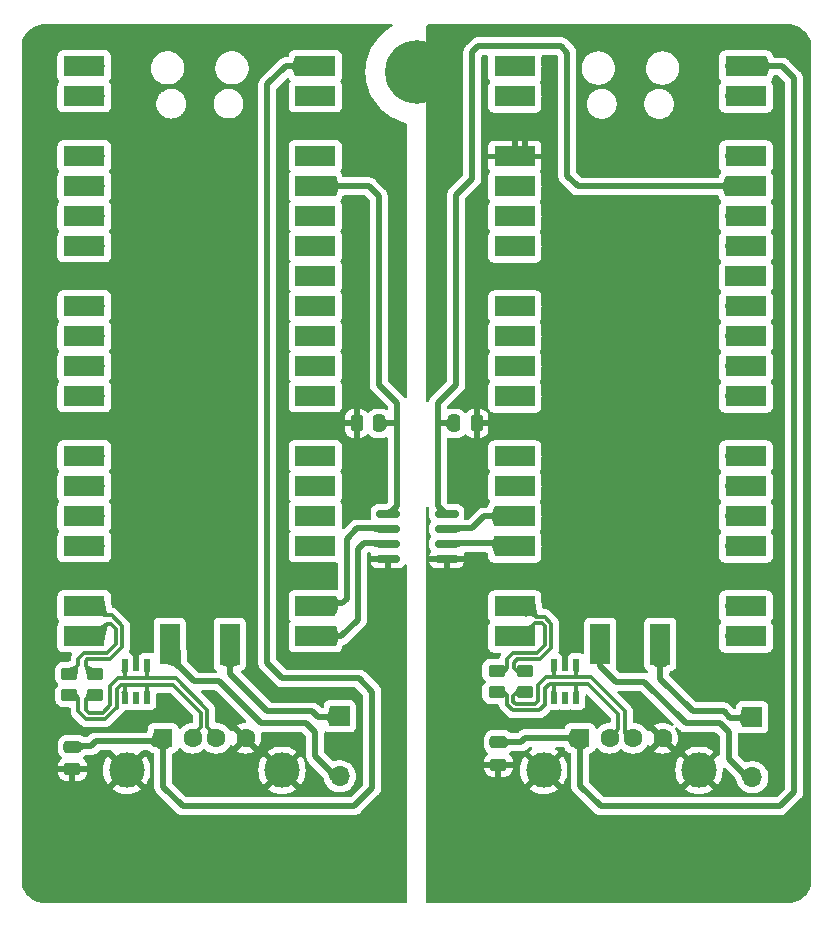
<source format=gbr>
%TF.GenerationSoftware,KiCad,Pcbnew,7.0.9*%
%TF.CreationDate,2024-09-14T16:33:58+02:00*%
%TF.ProjectId,DeskHop_Rev1,4465736b-486f-4705-9f52-6576312e6b69,rev?*%
%TF.SameCoordinates,Original*%
%TF.FileFunction,Copper,L1,Top*%
%TF.FilePolarity,Positive*%
%FSLAX46Y46*%
G04 Gerber Fmt 4.6, Leading zero omitted, Abs format (unit mm)*
G04 Created by KiCad (PCBNEW 7.0.9) date 2024-09-14 16:33:58*
%MOMM*%
%LPD*%
G01*
G04 APERTURE LIST*
G04 Aperture macros list*
%AMRoundRect*
0 Rectangle with rounded corners*
0 $1 Rounding radius*
0 $2 $3 $4 $5 $6 $7 $8 $9 X,Y pos of 4 corners*
0 Add a 4 corners polygon primitive as box body*
4,1,4,$2,$3,$4,$5,$6,$7,$8,$9,$2,$3,0*
0 Add four circle primitives for the rounded corners*
1,1,$1+$1,$2,$3*
1,1,$1+$1,$4,$5*
1,1,$1+$1,$6,$7*
1,1,$1+$1,$8,$9*
0 Add four rect primitives between the rounded corners*
20,1,$1+$1,$2,$3,$4,$5,0*
20,1,$1+$1,$4,$5,$6,$7,0*
20,1,$1+$1,$6,$7,$8,$9,0*
20,1,$1+$1,$8,$9,$2,$3,0*%
G04 Aperture macros list end*
%TA.AperFunction,ComponentPad*%
%ADD10O,1.700000X1.700000*%
%TD*%
%TA.AperFunction,SMDPad,CuDef*%
%ADD11R,3.500000X1.700000*%
%TD*%
%TA.AperFunction,ComponentPad*%
%ADD12R,1.700000X1.700000*%
%TD*%
%TA.AperFunction,SMDPad,CuDef*%
%ADD13R,1.700000X3.500000*%
%TD*%
%TA.AperFunction,SMDPad,CuDef*%
%ADD14RoundRect,0.250000X-0.250000X-0.475000X0.250000X-0.475000X0.250000X0.475000X-0.250000X0.475000X0*%
%TD*%
%TA.AperFunction,ComponentPad*%
%ADD15R,1.600000X1.500000*%
%TD*%
%TA.AperFunction,ComponentPad*%
%ADD16C,1.600000*%
%TD*%
%TA.AperFunction,ComponentPad*%
%ADD17C,3.000000*%
%TD*%
%TA.AperFunction,SMDPad,CuDef*%
%ADD18RoundRect,0.250000X-0.475000X0.250000X-0.475000X-0.250000X0.475000X-0.250000X0.475000X0.250000X0*%
%TD*%
%TA.AperFunction,SMDPad,CuDef*%
%ADD19R,0.550013X1.000000*%
%TD*%
%TA.AperFunction,ComponentPad*%
%ADD20C,3.100000*%
%TD*%
%TA.AperFunction,ConnectorPad*%
%ADD21C,5.400000*%
%TD*%
%TA.AperFunction,SMDPad,CuDef*%
%ADD22RoundRect,0.250000X-0.450000X0.262500X-0.450000X-0.262500X0.450000X-0.262500X0.450000X0.262500X0*%
%TD*%
%TA.AperFunction,SMDPad,CuDef*%
%ADD23RoundRect,0.150000X-0.825000X-0.150000X0.825000X-0.150000X0.825000X0.150000X-0.825000X0.150000X0*%
%TD*%
%TA.AperFunction,SMDPad,CuDef*%
%ADD24RoundRect,0.250000X0.250000X0.475000X-0.250000X0.475000X-0.250000X-0.475000X0.250000X-0.475000X0*%
%TD*%
%TA.AperFunction,Conductor*%
%ADD25C,0.550000*%
%TD*%
%TA.AperFunction,Conductor*%
%ADD26C,0.500000*%
%TD*%
%TA.AperFunction,Conductor*%
%ADD27C,0.300000*%
%TD*%
G04 APERTURE END LIST*
D10*
%TO.P,U1,1,GPIO0*%
%TO.N,unconnected-(U1-GPIO0-Pad1)*%
X76454000Y-44704000D03*
D11*
X75554000Y-44704000D03*
D10*
%TO.P,U1,2,GPIO1*%
%TO.N,unconnected-(U1-GPIO1-Pad2)*%
X76454000Y-47244000D03*
D11*
X75554000Y-47244000D03*
D12*
%TO.P,U1,3,GND*%
%TO.N,GND2*%
X76454000Y-49784000D03*
D11*
X75554000Y-49784000D03*
D10*
%TO.P,U1,4,GPIO2*%
X76454000Y-52324000D03*
D11*
X75554000Y-52324000D03*
D10*
%TO.P,U1,5,GPIO3*%
%TO.N,unconnected-(U1-GPIO3-Pad5)*%
X76454000Y-54864000D03*
D11*
X75554000Y-54864000D03*
D10*
%TO.P,U1,6,GPIO4*%
%TO.N,unconnected-(U1-GPIO4-Pad6)*%
X76454000Y-57404000D03*
D11*
X75554000Y-57404000D03*
D10*
%TO.P,U1,7,GPIO5*%
%TO.N,unconnected-(U1-GPIO5-Pad7)*%
X76454000Y-59944000D03*
D11*
X75554000Y-59944000D03*
D12*
%TO.P,U1,8,GND*%
%TO.N,GND2*%
X76454000Y-62484000D03*
D11*
X75554000Y-62484000D03*
D10*
%TO.P,U1,9,GPIO6*%
%TO.N,unconnected-(U1-GPIO6-Pad9)*%
X76454000Y-65024000D03*
D11*
X75554000Y-65024000D03*
D10*
%TO.P,U1,10,GPIO7*%
%TO.N,unconnected-(U1-GPIO7-Pad10)*%
X76454000Y-67564000D03*
D11*
X75554000Y-67564000D03*
D10*
%TO.P,U1,11,GPIO8*%
%TO.N,unconnected-(U1-GPIO8-Pad11)*%
X76454000Y-70104000D03*
D11*
X75554000Y-70104000D03*
D10*
%TO.P,U1,12,GPIO9*%
%TO.N,unconnected-(U1-GPIO9-Pad12)*%
X76454000Y-72644000D03*
D11*
X75554000Y-72644000D03*
D12*
%TO.P,U1,13,GND*%
%TO.N,GND2*%
X76454000Y-75184000D03*
D11*
X75554000Y-75184000D03*
D10*
%TO.P,U1,14,GPIO10*%
%TO.N,unconnected-(U1-GPIO10-Pad14)*%
X76454000Y-77724000D03*
D11*
X75554000Y-77724000D03*
D10*
%TO.P,U1,15,GPIO11*%
%TO.N,unconnected-(U1-GPIO11-Pad15)*%
X76454000Y-80264000D03*
D11*
X75554000Y-80264000D03*
D10*
%TO.P,U1,16,GPIO12*%
%TO.N,UART A TX*%
X76454000Y-82804000D03*
D11*
X75554000Y-82804000D03*
D10*
%TO.P,U1,17,GPIO13*%
%TO.N,UART A RX*%
X76454000Y-85344000D03*
D11*
X75554000Y-85344000D03*
D12*
%TO.P,U1,18,GND*%
%TO.N,GND2*%
X76454000Y-87884000D03*
D11*
X75554000Y-87884000D03*
D10*
%TO.P,U1,19,GPIO14*%
%TO.N,/AD+*%
X76454000Y-90424000D03*
D11*
X75554000Y-90424000D03*
D10*
%TO.P,U1,20,GPIO15*%
%TO.N,/AD-*%
X76454000Y-92964000D03*
D11*
X75554000Y-92964000D03*
D10*
%TO.P,U1,21,GPIO16*%
%TO.N,unconnected-(U1-GPIO16-Pad21)*%
X94234000Y-92964000D03*
D11*
X95134000Y-92964000D03*
D10*
%TO.P,U1,22,GPIO17*%
%TO.N,unconnected-(U1-GPIO17-Pad22)*%
X94234000Y-90424000D03*
D11*
X95134000Y-90424000D03*
D12*
%TO.P,U1,23,GND*%
%TO.N,GND2*%
X94234000Y-87884000D03*
D11*
X95134000Y-87884000D03*
D10*
%TO.P,U1,24,GPIO18*%
%TO.N,unconnected-(U1-GPIO18-Pad24)*%
X94234000Y-85344000D03*
D11*
X95134000Y-85344000D03*
D10*
%TO.P,U1,25,GPIO19*%
%TO.N,unconnected-(U1-GPIO19-Pad25)*%
X94234000Y-82804000D03*
D11*
X95134000Y-82804000D03*
D10*
%TO.P,U1,26,GPIO20*%
%TO.N,unconnected-(U1-GPIO20-Pad26)*%
X94234000Y-80264000D03*
D11*
X95134000Y-80264000D03*
D10*
%TO.P,U1,27,GPIO21*%
%TO.N,unconnected-(U1-GPIO21-Pad27)*%
X94234000Y-77724000D03*
D11*
X95134000Y-77724000D03*
D12*
%TO.P,U1,28,GND*%
%TO.N,GND2*%
X94234000Y-75184000D03*
D11*
X95134000Y-75184000D03*
D10*
%TO.P,U1,29,GPIO22*%
%TO.N,unconnected-(U1-GPIO22-Pad29)*%
X94234000Y-72644000D03*
D11*
X95134000Y-72644000D03*
D10*
%TO.P,U1,30,RUN*%
%TO.N,unconnected-(U1-RUN-Pad30)*%
X94234000Y-70104000D03*
D11*
X95134000Y-70104000D03*
D10*
%TO.P,U1,31,GPIO26_ADC0*%
%TO.N,unconnected-(U1-GPIO26_ADC0-Pad31)*%
X94234000Y-67564000D03*
D11*
X95134000Y-67564000D03*
D10*
%TO.P,U1,32,GPIO27_ADC1*%
%TO.N,unconnected-(U1-GPIO27_ADC1-Pad32)*%
X94234000Y-65024000D03*
D11*
X95134000Y-65024000D03*
D12*
%TO.P,U1,33,AGND*%
%TO.N,unconnected-(U1-AGND-Pad33)*%
X94234000Y-62484000D03*
D11*
X95134000Y-62484000D03*
D10*
%TO.P,U1,34,GPIO28_ADC2*%
%TO.N,unconnected-(U1-GPIO28_ADC2-Pad34)*%
X94234000Y-59944000D03*
D11*
X95134000Y-59944000D03*
D10*
%TO.P,U1,35,ADC_VREF*%
%TO.N,unconnected-(U1-ADC_VREF-Pad35)*%
X94234000Y-57404000D03*
D11*
X95134000Y-57404000D03*
D10*
%TO.P,U1,36,3V3*%
%TO.N,Net-(U1-3V3)*%
X94234000Y-54864000D03*
D11*
X95134000Y-54864000D03*
D10*
%TO.P,U1,37,3V3_EN*%
%TO.N,unconnected-(U1-3V3_EN-Pad37)*%
X94234000Y-52324000D03*
D11*
X95134000Y-52324000D03*
D12*
%TO.P,U1,38,GND*%
%TO.N,GND2*%
X94234000Y-49784000D03*
D11*
X95134000Y-49784000D03*
D10*
%TO.P,U1,39,VSYS*%
%TO.N,unconnected-(U1-VSYS-Pad39)*%
X94234000Y-47244000D03*
D11*
X95134000Y-47244000D03*
D10*
%TO.P,U1,40,VBUS*%
%TO.N,VBUS1*%
X94234000Y-44704000D03*
D11*
X95134000Y-44704000D03*
D10*
%TO.P,U1,41,SWCLK*%
%TO.N,Net-(J3-Pin_3)*%
X82804000Y-92734000D03*
D13*
X82804000Y-93634000D03*
D12*
%TO.P,U1,42,GND*%
%TO.N,GND2*%
X85344000Y-92734000D03*
D13*
X85344000Y-93634000D03*
D10*
%TO.P,U1,43,SWDIO*%
%TO.N,Net-(J3-Pin_1)*%
X87884000Y-92734000D03*
D13*
X87884000Y-93634000D03*
%TD*%
D10*
%TO.P,U2,1,GPIO0*%
%TO.N,unconnected-(U2-GPIO0-Pad1)*%
X39995523Y-44688249D03*
D11*
X39095523Y-44688249D03*
D10*
%TO.P,U2,2,GPIO1*%
%TO.N,unconnected-(U2-GPIO1-Pad2)*%
X39995523Y-47228249D03*
D11*
X39095523Y-47228249D03*
D12*
%TO.P,U2,3,GND*%
%TO.N,GND*%
X39995523Y-49768249D03*
D11*
X39095523Y-49768249D03*
D10*
%TO.P,U2,4,GPIO2*%
%TO.N,unconnected-(U2-GPIO2-Pad4)*%
X39995523Y-52308249D03*
D11*
X39095523Y-52308249D03*
D10*
%TO.P,U2,5,GPIO3*%
%TO.N,unconnected-(U2-GPIO3-Pad5)*%
X39995523Y-54848249D03*
D11*
X39095523Y-54848249D03*
D10*
%TO.P,U2,6,GPIO4*%
%TO.N,unconnected-(U2-GPIO4-Pad6)*%
X39995523Y-57388249D03*
D11*
X39095523Y-57388249D03*
D10*
%TO.P,U2,7,GPIO5*%
%TO.N,unconnected-(U2-GPIO5-Pad7)*%
X39995523Y-59928249D03*
D11*
X39095523Y-59928249D03*
D12*
%TO.P,U2,8,GND*%
%TO.N,GND*%
X39995523Y-62468249D03*
D11*
X39095523Y-62468249D03*
D10*
%TO.P,U2,9,GPIO6*%
%TO.N,unconnected-(U2-GPIO6-Pad9)*%
X39995523Y-65008249D03*
D11*
X39095523Y-65008249D03*
D10*
%TO.P,U2,10,GPIO7*%
%TO.N,unconnected-(U2-GPIO7-Pad10)*%
X39995523Y-67548249D03*
D11*
X39095523Y-67548249D03*
D10*
%TO.P,U2,11,GPIO8*%
%TO.N,unconnected-(U2-GPIO8-Pad11)*%
X39995523Y-70088249D03*
D11*
X39095523Y-70088249D03*
D10*
%TO.P,U2,12,GPIO9*%
%TO.N,unconnected-(U2-GPIO9-Pad12)*%
X39995523Y-72628249D03*
D11*
X39095523Y-72628249D03*
D12*
%TO.P,U2,13,GND*%
%TO.N,GND*%
X39995523Y-75168249D03*
D11*
X39095523Y-75168249D03*
D10*
%TO.P,U2,14,GPIO10*%
%TO.N,unconnected-(U2-GPIO10-Pad14)*%
X39995523Y-77708249D03*
D11*
X39095523Y-77708249D03*
D10*
%TO.P,U2,15,GPIO11*%
%TO.N,unconnected-(U2-GPIO11-Pad15)*%
X39995523Y-80248249D03*
D11*
X39095523Y-80248249D03*
D10*
%TO.P,U2,16,GPIO12*%
%TO.N,unconnected-(U2-GPIO12-Pad16)*%
X39995523Y-82788249D03*
D11*
X39095523Y-82788249D03*
D10*
%TO.P,U2,17,GPIO13*%
%TO.N,unconnected-(U2-GPIO13-Pad17)*%
X39995523Y-85328249D03*
D11*
X39095523Y-85328249D03*
D12*
%TO.P,U2,18,GND*%
%TO.N,GND*%
X39995523Y-87868249D03*
D11*
X39095523Y-87868249D03*
D10*
%TO.P,U2,19,GPIO14*%
%TO.N,Net-(U2-GPIO14)*%
X39995523Y-90408249D03*
D11*
X39095523Y-90408249D03*
D10*
%TO.P,U2,20,GPIO15*%
%TO.N,Net-(U2-GPIO15)*%
X39995523Y-92948249D03*
D11*
X39095523Y-92948249D03*
D10*
%TO.P,U2,21,GPIO16*%
%TO.N,UART B TX*%
X57775523Y-92948249D03*
D11*
X58675523Y-92948249D03*
D10*
%TO.P,U2,22,GPIO17*%
%TO.N,UART B RX*%
X57775523Y-90408249D03*
D11*
X58675523Y-90408249D03*
D12*
%TO.P,U2,23,GND*%
%TO.N,GND*%
X57775523Y-87868249D03*
D11*
X58675523Y-87868249D03*
D10*
%TO.P,U2,24,GPIO18*%
%TO.N,unconnected-(U2-GPIO18-Pad24)*%
X57775523Y-85328249D03*
D11*
X58675523Y-85328249D03*
D10*
%TO.P,U2,25,GPIO19*%
%TO.N,unconnected-(U2-GPIO19-Pad25)*%
X57775523Y-82788249D03*
D11*
X58675523Y-82788249D03*
D10*
%TO.P,U2,26,GPIO20*%
%TO.N,unconnected-(U2-GPIO20-Pad26)*%
X57775523Y-80248249D03*
D11*
X58675523Y-80248249D03*
D10*
%TO.P,U2,27,GPIO21*%
%TO.N,unconnected-(U2-GPIO21-Pad27)*%
X57775523Y-77708249D03*
D11*
X58675523Y-77708249D03*
D12*
%TO.P,U2,28,GND*%
%TO.N,GND*%
X57775523Y-75168249D03*
D11*
X58675523Y-75168249D03*
D10*
%TO.P,U2,29,GPIO22*%
%TO.N,unconnected-(U2-GPIO22-Pad29)*%
X57775523Y-72628249D03*
D11*
X58675523Y-72628249D03*
D10*
%TO.P,U2,30,RUN*%
%TO.N,unconnected-(U2-RUN-Pad30)*%
X57775523Y-70088249D03*
D11*
X58675523Y-70088249D03*
D10*
%TO.P,U2,31,GPIO26_ADC0*%
%TO.N,unconnected-(U2-GPIO26_ADC0-Pad31)*%
X57775523Y-67548249D03*
D11*
X58675523Y-67548249D03*
D10*
%TO.P,U2,32,GPIO27_ADC1*%
%TO.N,unconnected-(U2-GPIO27_ADC1-Pad32)*%
X57775523Y-65008249D03*
D11*
X58675523Y-65008249D03*
D12*
%TO.P,U2,33,AGND*%
%TO.N,unconnected-(U2-AGND-Pad33)*%
X57775523Y-62468249D03*
D11*
X58675523Y-62468249D03*
D10*
%TO.P,U2,34,GPIO28_ADC2*%
%TO.N,unconnected-(U2-GPIO28_ADC2-Pad34)*%
X57775523Y-59928249D03*
D11*
X58675523Y-59928249D03*
D10*
%TO.P,U2,35,ADC_VREF*%
%TO.N,unconnected-(U2-ADC_VREF-Pad35)*%
X57775523Y-57388249D03*
D11*
X58675523Y-57388249D03*
D10*
%TO.P,U2,36,3V3*%
%TO.N,3V3_BUS2*%
X57775523Y-54848249D03*
D11*
X58675523Y-54848249D03*
D10*
%TO.P,U2,37,3V3_EN*%
%TO.N,unconnected-(U2-3V3_EN-Pad37)*%
X57775523Y-52308249D03*
D11*
X58675523Y-52308249D03*
D12*
%TO.P,U2,38,GND*%
%TO.N,GND*%
X57775523Y-49768249D03*
D11*
X58675523Y-49768249D03*
D10*
%TO.P,U2,39,VSYS*%
%TO.N,unconnected-(U2-VSYS-Pad39)*%
X57775523Y-47228249D03*
D11*
X58675523Y-47228249D03*
D10*
%TO.P,U2,40,VBUS*%
%TO.N,VBUS2*%
X57775523Y-44688249D03*
D11*
X58675523Y-44688249D03*
D10*
%TO.P,U2,41,SWCLK*%
%TO.N,Net-(J2-Pin_3)*%
X46345523Y-92718249D03*
D13*
X46345523Y-93618249D03*
D12*
%TO.P,U2,42,GND*%
%TO.N,GND*%
X48885523Y-92718249D03*
D13*
X48885523Y-93618249D03*
D10*
%TO.P,U2,43,SWDIO*%
%TO.N,Net-(J2-Pin_1)*%
X51425523Y-92718249D03*
D13*
X51425523Y-93618249D03*
%TD*%
D14*
%TO.P,C2,1*%
%TO.N,Net-(U1-3V3)*%
X70424000Y-74930000D03*
%TO.P,C2,2*%
%TO.N,GND2*%
X72324000Y-74930000D03*
%TD*%
D15*
%TO.P,J4,1,VBUS*%
%TO.N,VBUS2*%
X45776000Y-101574000D03*
D16*
%TO.P,J4,2,D-*%
%TO.N,OB-*%
X48276000Y-101574000D03*
%TO.P,J4,3,D+*%
%TO.N,OB+*%
X50276000Y-101574000D03*
%TO.P,J4,4,GND*%
%TO.N,GND*%
X52776000Y-101574000D03*
D17*
%TO.P,J4,5,Shield*%
X42706000Y-104284000D03*
X55846000Y-104284000D03*
%TD*%
D12*
%TO.P,J3,1,Pin_1*%
%TO.N,Net-(J3-Pin_1)*%
X95667537Y-99795757D03*
D10*
%TO.P,J3,2,Pin_2*%
%TO.N,GND2*%
X95667537Y-102335757D03*
%TO.P,J3,3,Pin_3*%
%TO.N,Net-(J3-Pin_3)*%
X95667537Y-104875757D03*
%TD*%
D18*
%TO.P,C4,1*%
%TO.N,VBUS1*%
X74168000Y-101920000D03*
%TO.P,C4,2*%
%TO.N,GND2*%
X74168000Y-103820000D03*
%TD*%
D19*
%TO.P,U3,1,D1+*%
%TO.N,OA+*%
X80756396Y-95359949D03*
%TO.P,U3,2,GND*%
%TO.N,GND2*%
X79806434Y-95359949D03*
%TO.P,U3,3,D2+*%
%TO.N,OA+*%
X78856472Y-95359949D03*
%TO.P,U3,4,D2-*%
%TO.N,OA-*%
X78856472Y-98160051D03*
%TO.P,U3,5,NC*%
%TO.N,unconnected-(U3-NC-Pad5)*%
X79806434Y-98160051D03*
%TO.P,U3,6,D1-*%
%TO.N,OA-*%
X80756396Y-98160051D03*
%TD*%
D20*
%TO.P,H2,1,1*%
%TO.N,GND2*%
X96774000Y-111506000D03*
D21*
X96774000Y-111506000D03*
%TD*%
D22*
%TO.P,R3,1*%
%TO.N,Net-(U2-GPIO15)*%
X37846000Y-96115500D03*
%TO.P,R3,2*%
%TO.N,OB-*%
X37846000Y-97940500D03*
%TD*%
%TO.P,R2,1*%
%TO.N,/AD+*%
X76403200Y-95861500D03*
%TO.P,R2,2*%
%TO.N,OA+*%
X76403200Y-97686500D03*
%TD*%
D15*
%TO.P,J1,1,VBUS*%
%TO.N,VBUS1*%
X81082000Y-101574000D03*
D16*
%TO.P,J1,2,D-*%
%TO.N,OA-*%
X83582000Y-101574000D03*
%TO.P,J1,3,D+*%
%TO.N,OA+*%
X85582000Y-101574000D03*
%TO.P,J1,4,GND*%
%TO.N,GND2*%
X88082000Y-101574000D03*
D17*
%TO.P,J1,5,Shield*%
X78012000Y-104284000D03*
X91152000Y-104284000D03*
%TD*%
D19*
%TO.P,U5,1,D1+*%
%TO.N,OB+*%
X44419860Y-95369949D03*
%TO.P,U5,2,GND*%
%TO.N,GND*%
X43469898Y-95369949D03*
%TO.P,U5,3,D2+*%
%TO.N,OB+*%
X42519936Y-95369949D03*
%TO.P,U5,4,D2-*%
%TO.N,OB-*%
X42519936Y-98170051D03*
%TO.P,U5,5,NC*%
%TO.N,unconnected-(U5-NC-Pad5)*%
X43469898Y-98170051D03*
%TO.P,U5,6,D1-*%
%TO.N,OB-*%
X44419860Y-98170051D03*
%TD*%
D22*
%TO.P,R1,1*%
%TO.N,/AD-*%
X74015600Y-95861500D03*
%TO.P,R1,2*%
%TO.N,OA-*%
X74015600Y-97686500D03*
%TD*%
D20*
%TO.P,H1,1,1*%
%TO.N,GND*%
X37846000Y-111506000D03*
D21*
X37846000Y-111506000D03*
%TD*%
D23*
%TO.P,U4,1,VDD1*%
%TO.N,3V3_BUS2*%
X64835000Y-82571110D03*
%TO.P,U4,2,VOA*%
%TO.N,UART B RX*%
X64835000Y-83841110D03*
%TO.P,U4,3,VIB*%
%TO.N,UART B TX*%
X64835000Y-85111110D03*
%TO.P,U4,4,GND1*%
%TO.N,GND*%
X64835000Y-86381110D03*
%TO.P,U4,5,GND2*%
%TO.N,GND2*%
X69785000Y-86381110D03*
%TO.P,U4,6,VOB*%
%TO.N,UART A RX*%
X69785000Y-85111110D03*
%TO.P,U4,7,VIA*%
%TO.N,UART A TX*%
X69785000Y-83841110D03*
%TO.P,U4,8,VDD2*%
%TO.N,Net-(U1-3V3)*%
X69785000Y-82571110D03*
%TD*%
D22*
%TO.P,R4,1*%
%TO.N,Net-(U2-GPIO14)*%
X40005000Y-96115500D03*
%TO.P,R4,2*%
%TO.N,OB+*%
X40005000Y-97940500D03*
%TD*%
D18*
%TO.P,C3,1*%
%TO.N,VBUS2*%
X38100000Y-102301000D03*
%TO.P,C3,2*%
%TO.N,GND*%
X38100000Y-104201000D03*
%TD*%
D12*
%TO.P,J2,1,Pin_1*%
%TO.N,Net-(J2-Pin_1)*%
X60731042Y-99717876D03*
D10*
%TO.P,J2,2,Pin_2*%
%TO.N,GND*%
X60731042Y-102257876D03*
%TO.P,J2,3,Pin_3*%
%TO.N,Net-(J2-Pin_3)*%
X60731042Y-104797876D03*
%TD*%
D24*
%TO.P,C1,1*%
%TO.N,3V3_BUS2*%
X64069000Y-74930000D03*
%TO.P,C1,2*%
%TO.N,GND*%
X62169000Y-74930000D03*
%TD*%
D20*
%TO.P,H3,1,1*%
%TO.N,GND2*%
X67315520Y-45178990D03*
D21*
X67315520Y-45178990D03*
%TD*%
D25*
%TO.N,GND*%
X43475845Y-95436448D02*
X43475845Y-93900000D01*
D26*
X58013772Y-74930000D02*
X57775523Y-75168249D01*
X61937500Y-74930000D02*
X58013772Y-74930000D01*
%TO.N,Net-(J2-Pin_1)*%
X58420000Y-99314000D02*
X54610000Y-99314000D01*
X60452000Y-99822000D02*
X58928000Y-99822000D01*
X58928000Y-99822000D02*
X58420000Y-99314000D01*
X51425523Y-96129523D02*
X51425523Y-92718249D01*
X54610000Y-99314000D02*
X51425523Y-96129523D01*
%TO.N,Net-(J2-Pin_3)*%
X58674000Y-101092000D02*
X58674000Y-103124000D01*
X46345523Y-92718249D02*
X46345523Y-94725704D01*
X54096000Y-100324000D02*
X57906000Y-100324000D01*
X46345523Y-94725704D02*
X48393819Y-96774000D01*
X48393819Y-96774000D02*
X50546000Y-96774000D01*
X58674000Y-103124000D02*
X60452000Y-104902000D01*
X50546000Y-96774000D02*
X54096000Y-100324000D01*
X57906000Y-100324000D02*
X58674000Y-101092000D01*
%TO.N,Net-(J3-Pin_1)*%
X90637377Y-99309705D02*
X87884000Y-96556328D01*
X87884000Y-93496000D02*
X87869000Y-93511000D01*
X95250000Y-99837000D02*
X93761955Y-99837000D01*
X87884000Y-96556328D02*
X87884000Y-93496000D01*
X93761955Y-99837000D02*
X93234660Y-99309705D01*
X93234660Y-99309705D02*
X90637377Y-99309705D01*
%TO.N,Net-(J3-Pin_3)*%
X84096249Y-96796249D02*
X86530911Y-96796249D01*
X92912787Y-100330000D02*
X93653332Y-101070545D01*
X82804000Y-95504000D02*
X84096249Y-96796249D01*
X90064662Y-100330000D02*
X92912787Y-100330000D01*
X93653332Y-101070545D02*
X93653332Y-103305332D01*
X82804000Y-93496000D02*
X82804000Y-95504000D01*
X86530911Y-96796249D02*
X90064662Y-100330000D01*
X93653332Y-103305332D02*
X95250000Y-104902000D01*
X82789000Y-93511000D02*
X82804000Y-93496000D01*
%TO.N,Net-(U1-3V3)*%
X94234000Y-54864000D02*
X80899000Y-54864000D01*
X70583420Y-55591080D02*
X70583420Y-71656580D01*
X69094026Y-74930000D02*
X70424000Y-74930000D01*
X69041691Y-73198309D02*
X69041691Y-74877665D01*
X79465248Y-42986085D02*
X72471650Y-42986085D01*
X71965520Y-54208980D02*
X70583420Y-55591080D01*
X80010000Y-43530837D02*
X79465248Y-42986085D01*
X80899000Y-54864000D02*
X80010000Y-53975000D01*
X80010000Y-53975000D02*
X80010000Y-43530837D01*
X71965520Y-43492215D02*
X71965520Y-54208980D01*
X70583420Y-71656580D02*
X69041691Y-73198309D01*
X69041691Y-74877665D02*
X69094026Y-74930000D01*
X69041691Y-81909731D02*
X69703070Y-82571110D01*
X72471650Y-42986085D02*
X71965520Y-43492215D01*
X69041691Y-74877665D02*
X69041691Y-81909731D01*
%TO.N,3V3_BUS2*%
X65572536Y-74929999D02*
X65572536Y-81877464D01*
X64069000Y-74930000D02*
X65572536Y-74929999D01*
X65572536Y-73192536D02*
X65572536Y-74929999D01*
X64026291Y-71646291D02*
X65572536Y-73192536D01*
X65572536Y-81877464D02*
X64900000Y-82550000D01*
X64026291Y-55662582D02*
X64026291Y-71646291D01*
X63211958Y-54848249D02*
X64026291Y-55662582D01*
X57775523Y-54848249D02*
X63211958Y-54848249D01*
%TO.N,VBUS2*%
X62367055Y-96520000D02*
X63500000Y-97652945D01*
X63500000Y-105774948D02*
X61957520Y-107317428D01*
X57775523Y-44688249D02*
X56149751Y-44688249D01*
X45776000Y-105668629D02*
X45776000Y-101574000D01*
X61957520Y-107317428D02*
X47424799Y-107317428D01*
X45776000Y-101574000D02*
X45496000Y-101854000D01*
X63500000Y-97652945D02*
X63500000Y-105774948D01*
X45496000Y-101854000D02*
X40080000Y-101854000D01*
X54610000Y-46228000D02*
X54610000Y-95250000D01*
X47424799Y-107317428D02*
X45776000Y-105668629D01*
X54610000Y-95250000D02*
X55880000Y-96520000D01*
X39699000Y-102235000D02*
X38100000Y-102235000D01*
X55880000Y-96520000D02*
X62367055Y-96520000D01*
X56149751Y-44688249D02*
X54610000Y-46228000D01*
X40080000Y-101854000D02*
X39699000Y-102235000D01*
%TO.N,VBUS1*%
X81082000Y-105600583D02*
X81082000Y-101574000D01*
X99212400Y-45720000D02*
X99212400Y-106121200D01*
X94234000Y-44704000D02*
X98196400Y-44704000D01*
X76428000Y-101574000D02*
X81082000Y-101574000D01*
X98196400Y-44704000D02*
X99212400Y-45720000D01*
X97997903Y-107335697D02*
X82817114Y-107335697D01*
X74168000Y-101920000D02*
X76082000Y-101920000D01*
X99212400Y-106121200D02*
X97997903Y-107335697D01*
X82817114Y-107335697D02*
X81082000Y-105600583D01*
X76082000Y-101920000D02*
X76428000Y-101574000D01*
X74168000Y-101920000D02*
X73726000Y-101920000D01*
D27*
%TO.N,/AD+*%
X78655000Y-91889183D02*
X78078818Y-91313000D01*
X78078818Y-91313000D02*
X77343000Y-91313000D01*
X75480000Y-95605600D02*
X75735900Y-95861500D01*
X77343000Y-91313000D02*
X76454000Y-90424000D01*
X75777000Y-94911000D02*
X77697817Y-94911000D01*
X75480000Y-95208000D02*
X75480000Y-95605600D01*
X78655000Y-93953818D02*
X78655000Y-91889183D01*
X77697817Y-94911000D02*
X78655000Y-93953818D01*
X75735900Y-95861500D02*
X76403200Y-95861500D01*
X75480000Y-95208000D02*
X75777000Y-94911000D01*
D26*
%TO.N,GND2*%
X79806434Y-94186434D02*
X79800000Y-94180000D01*
D25*
X79806434Y-95449591D02*
X79806434Y-94186434D01*
D26*
X72166691Y-74877665D02*
X76147665Y-74877665D01*
D27*
%TO.N,Net-(U2-GPIO15)*%
X38608000Y-95377000D02*
X37869500Y-96115500D01*
X37869500Y-96115500D02*
X37846000Y-96115500D01*
X39995523Y-92948249D02*
X40995772Y-91948000D01*
X38608000Y-94869000D02*
X38608000Y-95377000D01*
X41783000Y-93599000D02*
X41021000Y-94361000D01*
X41021000Y-94361000D02*
X39116000Y-94361000D01*
X41783000Y-92329000D02*
X41783000Y-93599000D01*
X40995772Y-91948000D02*
X41402000Y-91948000D01*
X39116000Y-94361000D02*
X38608000Y-94869000D01*
X41402000Y-91948000D02*
X41783000Y-92329000D01*
%TO.N,Net-(U2-GPIO14)*%
X42333000Y-92101183D02*
X42333000Y-93826818D01*
X40773274Y-91186000D02*
X41417818Y-91186000D01*
X39243000Y-95488534D02*
X39869966Y-96115500D01*
X42333000Y-93826818D02*
X41248817Y-94911000D01*
X39343818Y-94911000D02*
X39243000Y-95011818D01*
X41417818Y-91186000D02*
X42333000Y-92101183D01*
X39995523Y-90408249D02*
X40773274Y-91186000D01*
X39243000Y-95011818D02*
X39243000Y-95488534D01*
X41248817Y-94911000D02*
X39343818Y-94911000D01*
X39869966Y-96115500D02*
X40005000Y-96115500D01*
D26*
%TO.N,UART A TX*%
X69850000Y-83820000D02*
X71949721Y-83820000D01*
X71949721Y-83820000D02*
X72965721Y-82804000D01*
X72965721Y-82804000D02*
X76454000Y-82804000D01*
%TO.N,UART A RX*%
X69850000Y-85090000D02*
X76200000Y-85090000D01*
X76180000Y-85270000D02*
X76434000Y-85524000D01*
%TO.N,UART B TX*%
X62280800Y-85598000D02*
X62788800Y-85090000D01*
X62280800Y-91541600D02*
X62280800Y-85598000D01*
X62788800Y-85090000D02*
X64900000Y-85090000D01*
X60874151Y-92948249D02*
X62280800Y-91541600D01*
X57775523Y-92948249D02*
X60874151Y-92948249D01*
%TO.N,UART B RX*%
X61315600Y-84734400D02*
X62230000Y-83820000D01*
X61315600Y-89814400D02*
X61315600Y-84734400D01*
X62230000Y-83820000D02*
X64900000Y-83820000D01*
X60960000Y-90170000D02*
X61315600Y-89814400D01*
X57775523Y-90408249D02*
X58013772Y-90170000D01*
X58013772Y-90170000D02*
X60960000Y-90170000D01*
D27*
%TO.N,/AD-*%
X74930000Y-95631000D02*
X74699500Y-95861500D01*
X74930000Y-94869000D02*
X74930000Y-95631000D01*
X77470000Y-94361000D02*
X75438000Y-94361000D01*
X76454000Y-92964000D02*
X76454000Y-92710000D01*
X78105000Y-92117000D02*
X78105000Y-93726000D01*
X77851000Y-91863000D02*
X78105000Y-92117000D01*
X78105000Y-93726000D02*
X77470000Y-94361000D01*
X75438000Y-94361000D02*
X74930000Y-94869000D01*
X77301000Y-91863000D02*
X77851000Y-91863000D01*
X74699500Y-95861500D02*
X74015600Y-95861500D01*
X76454000Y-92710000D02*
X77301000Y-91863000D01*
%TO.N,OA-*%
X78892400Y-96968400D02*
X80763200Y-96968400D01*
X76962000Y-99229000D02*
X77089000Y-99229000D01*
X80763200Y-96968400D02*
X80772000Y-96977200D01*
X78856472Y-98160051D02*
X78856472Y-97004328D01*
X78105000Y-97358200D02*
X78494800Y-96968400D01*
X78856472Y-97004328D02*
X78892400Y-96968400D01*
X80756396Y-98160051D02*
X80756396Y-96992804D01*
X75387982Y-99229000D02*
X76962000Y-99229000D01*
X80756396Y-96992804D02*
X80772000Y-96977200D01*
X76962000Y-99229000D02*
X77605800Y-99229000D01*
X74623300Y-97686500D02*
X74888000Y-97951200D01*
X84328000Y-100828000D02*
X83582000Y-101574000D01*
X77605800Y-99229000D02*
X78105000Y-98729800D01*
X74888000Y-97951200D02*
X74888000Y-98729018D01*
X80772000Y-96977200D02*
X81772182Y-96977200D01*
X78494800Y-96968400D02*
X78892400Y-96968400D01*
X81772182Y-96977200D02*
X84328000Y-99533018D01*
X78105000Y-98729800D02*
X78105000Y-97358200D01*
X74888000Y-98729018D02*
X75387982Y-99229000D01*
X84328000Y-99533018D02*
X84328000Y-100828000D01*
X74015600Y-97686500D02*
X74623300Y-97686500D01*
%TO.N,OA+*%
X80756396Y-95359949D02*
X80756396Y-96351996D01*
X76403200Y-97713800D02*
X76403200Y-97686500D01*
X84878000Y-100870000D02*
X85582000Y-101574000D01*
X80756396Y-96351996D02*
X80822800Y-96418400D01*
X77555000Y-98416200D02*
X77555000Y-97095400D01*
X78841600Y-96418400D02*
X80822800Y-96418400D01*
X76200000Y-97917000D02*
X76403200Y-97713800D01*
X77555000Y-97095400D02*
X78232000Y-96418400D01*
X78856472Y-96403528D02*
X78841600Y-96418400D01*
X78232000Y-96418400D02*
X78841600Y-96418400D01*
X80822800Y-96418400D02*
X81991200Y-96418400D01*
X81991200Y-96418400D02*
X84878000Y-99305200D01*
X75732000Y-97686500D02*
X75438000Y-97980500D01*
X77292200Y-98679000D02*
X77555000Y-98416200D01*
X84878000Y-99305200D02*
X84878000Y-100870000D01*
X78856472Y-95359949D02*
X78856472Y-96403528D01*
X75438000Y-98501200D02*
X75615800Y-98679000D01*
X75438000Y-97980500D02*
X75438000Y-98501200D01*
X76403200Y-97686500D02*
X75732000Y-97686500D01*
X75615800Y-98679000D02*
X77292200Y-98679000D01*
%TO.N,OB-*%
X39243000Y-99949000D02*
X40513000Y-99949000D01*
X46635182Y-97070000D02*
X48971200Y-99406018D01*
X38608000Y-99314000D02*
X38862000Y-99568000D01*
X38862000Y-99568000D02*
X39243000Y-99949000D01*
X42291000Y-97070000D02*
X42519600Y-97070000D01*
X44419860Y-97100140D02*
X44419860Y-98170051D01*
X48276000Y-101330000D02*
X48276000Y-101574000D01*
X48971200Y-99406018D02*
X48971200Y-100634800D01*
X42519936Y-98170051D02*
X42519936Y-97070336D01*
X38377500Y-97940500D02*
X38608000Y-98171000D01*
X37846000Y-97940500D02*
X38377500Y-97940500D01*
X40894000Y-99949000D02*
X41783000Y-99060000D01*
X41844930Y-97417782D02*
X42192712Y-97070000D01*
X48971200Y-100634800D02*
X48276000Y-101330000D01*
X40513000Y-99949000D02*
X40894000Y-99949000D01*
X42519600Y-97070000D02*
X44238000Y-97070000D01*
X41783000Y-99060000D02*
X41844930Y-98998070D01*
X44450000Y-97070000D02*
X44419860Y-97100140D01*
X44238000Y-97070000D02*
X44450000Y-97070000D01*
X42519936Y-97070336D02*
X42519600Y-97070000D01*
X38608000Y-98171000D02*
X38608000Y-99314000D01*
X41844930Y-98998070D02*
X41844930Y-97417782D01*
X42192712Y-97070000D02*
X42291000Y-97070000D01*
X44450000Y-97070000D02*
X46635182Y-97070000D01*
%TO.N,OB+*%
X39600500Y-97940500D02*
X39243000Y-98298000D01*
X46863000Y-96520000D02*
X49521200Y-99178200D01*
X42519600Y-96520000D02*
X44450000Y-96520000D01*
X41964895Y-96520000D02*
X42519600Y-96520000D01*
X39243000Y-98298000D02*
X39243000Y-99171182D01*
X44419860Y-95369949D02*
X44419860Y-96489860D01*
X39470818Y-99399000D02*
X40666182Y-99399000D01*
X49521200Y-99178200D02*
X49521200Y-100626000D01*
X44450000Y-96520000D02*
X46863000Y-96520000D01*
X42519936Y-96519664D02*
X42519600Y-96520000D01*
X49521200Y-100626000D02*
X50276000Y-101380800D01*
X40666182Y-99399000D02*
X41294930Y-98770252D01*
X40005000Y-97940500D02*
X39600500Y-97940500D01*
X39243000Y-99171182D02*
X39470818Y-99399000D01*
X50276000Y-101380800D02*
X50276000Y-101574000D01*
X41294930Y-98770252D02*
X41294930Y-97189964D01*
X41294930Y-97189964D02*
X41964895Y-96520000D01*
X44419860Y-96489860D02*
X44450000Y-96520000D01*
X42519936Y-95369949D02*
X42519936Y-96519664D01*
%TD*%
%TA.AperFunction,Conductor*%
%TO.N,Net-(J3-Pin_1)*%
G36*
X87892264Y-92741278D02*
G01*
X88476081Y-93326066D01*
X88479501Y-93334342D01*
X88476067Y-93342612D01*
X88475374Y-93343250D01*
X88371395Y-93431550D01*
X88370916Y-93431916D01*
X88274429Y-93498051D01*
X88199535Y-93560897D01*
X88151163Y-93647230D01*
X88135285Y-93773757D01*
X88130855Y-93781539D01*
X88123676Y-93784000D01*
X87644323Y-93784000D01*
X87636050Y-93780573D01*
X87632714Y-93773757D01*
X87616834Y-93647230D01*
X87616834Y-93647229D01*
X87568463Y-93560896D01*
X87493569Y-93498052D01*
X87397080Y-93431914D01*
X87396617Y-93431561D01*
X87292624Y-93343249D01*
X87288537Y-93335283D01*
X87291280Y-93326759D01*
X87291905Y-93326080D01*
X87875721Y-92741292D01*
X87883990Y-92737859D01*
X87892264Y-92741278D01*
G37*
%TD.AperFunction*%
%TD*%
%TA.AperFunction,Conductor*%
%TO.N,OA+*%
G36*
X78862102Y-95373007D02*
G01*
X78866728Y-95377633D01*
X79127326Y-95852385D01*
X79128303Y-95861286D01*
X79125480Y-95866149D01*
X79106472Y-95885802D01*
X79081473Y-95918723D01*
X79056470Y-95958728D01*
X79031479Y-96005786D01*
X79009609Y-96053153D01*
X79003030Y-96059228D01*
X78998987Y-96059949D01*
X78713956Y-96059949D01*
X78705683Y-96056522D01*
X78703334Y-96053153D01*
X78681464Y-96005786D01*
X78656473Y-95958728D01*
X78631469Y-95918723D01*
X78606470Y-95885801D01*
X78606462Y-95885793D01*
X78587463Y-95866149D01*
X78584175Y-95857820D01*
X78585616Y-95852388D01*
X78846216Y-95377632D01*
X78853201Y-95372030D01*
X78862102Y-95373007D01*
G37*
%TD.AperFunction*%
%TD*%
%TA.AperFunction,Conductor*%
%TO.N,UART A RX*%
G36*
X76133191Y-84569549D02*
G01*
X76133547Y-84570323D01*
X76450504Y-85333179D01*
X76450513Y-85342134D01*
X76444188Y-85348472D01*
X76444182Y-85348475D01*
X76444172Y-85348479D01*
X75680545Y-85664381D01*
X75671590Y-85664377D01*
X75665261Y-85658043D01*
X75664905Y-85657058D01*
X75636492Y-85565591D01*
X75636368Y-85565111D01*
X75624336Y-85507928D01*
X75617408Y-85474996D01*
X75617406Y-85474990D01*
X75617405Y-85474985D01*
X75593114Y-85403648D01*
X75545001Y-85356825D01*
X75464084Y-85341777D01*
X75456577Y-85336895D01*
X75454523Y-85330274D01*
X75454523Y-84850705D01*
X75457950Y-84842432D01*
X75465185Y-84839051D01*
X75632504Y-84824163D01*
X75752445Y-84781239D01*
X75850815Y-84718103D01*
X75963778Y-84641838D01*
X75964405Y-84641469D01*
X76117480Y-84564362D01*
X76126409Y-84563701D01*
X76133191Y-84569549D01*
G37*
%TD.AperFunction*%
%TD*%
%TA.AperFunction,Conductor*%
%TO.N,Net-(U2-GPIO15)*%
G36*
X40008710Y-92099969D02*
G01*
X40161174Y-92119855D01*
X40163368Y-92120361D01*
X40292195Y-92163567D01*
X40402348Y-92196402D01*
X40402349Y-92196402D01*
X40429231Y-92193793D01*
X40509880Y-92185967D01*
X40623868Y-92105410D01*
X40632599Y-92103435D01*
X40638891Y-92106693D01*
X40837077Y-92304879D01*
X40840504Y-92313152D01*
X40838359Y-92319904D01*
X40757803Y-92433889D01*
X40757802Y-92433893D01*
X40747367Y-92541422D01*
X40747367Y-92541423D01*
X40780204Y-92651575D01*
X40823407Y-92780396D01*
X40823916Y-92782603D01*
X40843800Y-92935047D01*
X40841472Y-92943694D01*
X40833711Y-92948162D01*
X40832208Y-92948260D01*
X40006535Y-92948946D01*
X39998259Y-92945526D01*
X39994825Y-92937257D01*
X39995511Y-92111559D01*
X39998945Y-92103292D01*
X40007221Y-92099872D01*
X40008710Y-92099969D01*
G37*
%TD.AperFunction*%
%TD*%
%TA.AperFunction,Conductor*%
%TO.N,VBUS2*%
G36*
X44989770Y-101028804D02*
G01*
X45198403Y-101173292D01*
X45765083Y-101565747D01*
X45769934Y-101573275D01*
X45768041Y-101582027D01*
X45766419Y-101583907D01*
X44986218Y-102314432D01*
X44977836Y-102317585D01*
X44969680Y-102313888D01*
X44968397Y-102312246D01*
X44935999Y-102262160D01*
X44936000Y-102262161D01*
X44895997Y-102209238D01*
X44895995Y-102209236D01*
X44856005Y-102165246D01*
X44856002Y-102165244D01*
X44856000Y-102165241D01*
X44838036Y-102149486D01*
X44816002Y-102130161D01*
X44781296Y-102107463D01*
X44776248Y-102100066D01*
X44776000Y-102097671D01*
X44776000Y-101606765D01*
X44777239Y-101601526D01*
X44816001Y-101524130D01*
X44856000Y-101425724D01*
X44856001Y-101425724D01*
X44895999Y-101308778D01*
X44935999Y-101173292D01*
X44971788Y-101035481D01*
X44977184Y-101028337D01*
X44986053Y-101027100D01*
X44989770Y-101028804D01*
G37*
%TD.AperFunction*%
%TD*%
%TA.AperFunction,Conductor*%
%TO.N,GND2*%
G36*
X86232407Y-97574434D02*
G01*
X86253049Y-97591068D01*
X88971021Y-100309040D01*
X89004506Y-100370363D01*
X88999522Y-100440055D01*
X88957650Y-100495988D01*
X88892186Y-100520405D01*
X88823913Y-100505553D01*
X88812216Y-100498296D01*
X88734482Y-100443866D01*
X88528326Y-100347734D01*
X88528317Y-100347730D01*
X88308610Y-100288860D01*
X88308599Y-100288858D01*
X88082002Y-100269034D01*
X88081998Y-100269034D01*
X87855400Y-100288858D01*
X87855389Y-100288860D01*
X87635682Y-100347730D01*
X87635673Y-100347734D01*
X87429513Y-100443868D01*
X87356526Y-100494973D01*
X87971548Y-101109995D01*
X87946801Y-101113554D01*
X87822555Y-101170295D01*
X87719327Y-101259742D01*
X87645481Y-101374649D01*
X87619064Y-101464617D01*
X87002973Y-100848526D01*
X87002972Y-100848527D01*
X86951867Y-100921513D01*
X86949070Y-100927513D01*
X86902897Y-100979951D01*
X86835703Y-100999102D01*
X86768822Y-100978885D01*
X86724307Y-100927511D01*
X86721790Y-100922113D01*
X86719523Y-100917251D01*
X86588198Y-100729700D01*
X86426300Y-100567802D01*
X86238749Y-100436477D01*
X86238745Y-100436475D01*
X86031249Y-100339718D01*
X86031238Y-100339714D01*
X85810089Y-100280457D01*
X85810082Y-100280456D01*
X85649692Y-100266424D01*
X85584624Y-100240971D01*
X85543645Y-100184380D01*
X85536500Y-100142896D01*
X85536500Y-99391591D01*
X85538282Y-99375448D01*
X85538055Y-99375427D01*
X85538787Y-99367669D01*
X85538789Y-99367663D01*
X85536500Y-99294839D01*
X85536500Y-99263768D01*
X85535564Y-99256366D01*
X85535107Y-99250553D01*
X85534990Y-99246837D01*
X85533562Y-99201369D01*
X85527535Y-99180626D01*
X85523590Y-99161577D01*
X85520882Y-99140136D01*
X85502763Y-99094372D01*
X85500872Y-99088848D01*
X85498470Y-99080582D01*
X85487145Y-99041600D01*
X85476149Y-99023008D01*
X85467589Y-99005535D01*
X85460252Y-98987003D01*
X85459635Y-98985444D01*
X85459631Y-98985438D01*
X85430711Y-98945634D01*
X85427502Y-98940749D01*
X85407102Y-98906255D01*
X85402453Y-98898393D01*
X85402449Y-98898389D01*
X85402446Y-98898385D01*
X85387175Y-98883114D01*
X85374537Y-98868318D01*
X85361839Y-98850840D01*
X85323921Y-98819472D01*
X85319598Y-98815538D01*
X84270490Y-97766430D01*
X84237005Y-97705107D01*
X84241989Y-97635415D01*
X84283861Y-97579482D01*
X84349325Y-97555065D01*
X84358171Y-97554749D01*
X86165368Y-97554749D01*
X86232407Y-97574434D01*
G37*
%TD.AperFunction*%
%TA.AperFunction,Conductor*%
G36*
X98691593Y-41110757D02*
G01*
X98943239Y-41127247D01*
X98951279Y-41128304D01*
X99196625Y-41177104D01*
X99204464Y-41179205D01*
X99441333Y-41259609D01*
X99448834Y-41262716D01*
X99673181Y-41373350D01*
X99680207Y-41377406D01*
X99854674Y-41493979D01*
X99888199Y-41516380D01*
X99894634Y-41521318D01*
X99962233Y-41580600D01*
X100082705Y-41686251D01*
X100088445Y-41691992D01*
X100253379Y-41880061D01*
X100258321Y-41886502D01*
X100397286Y-42094479D01*
X100401345Y-42101510D01*
X100511982Y-42325861D01*
X100515089Y-42333362D01*
X100595492Y-42570230D01*
X100597594Y-42578072D01*
X100646392Y-42823409D01*
X100647452Y-42831459D01*
X100663940Y-43083058D01*
X100664073Y-43087113D01*
X100664073Y-113564339D01*
X100663940Y-113568394D01*
X100647449Y-113820040D01*
X100646390Y-113828090D01*
X100597592Y-114073424D01*
X100595490Y-114081267D01*
X100515087Y-114318135D01*
X100511980Y-114325636D01*
X100401345Y-114549983D01*
X100397286Y-114557014D01*
X100258317Y-114764997D01*
X100253375Y-114771438D01*
X100088445Y-114959505D01*
X100082704Y-114965246D01*
X99894634Y-115130178D01*
X99888193Y-115135120D01*
X99680216Y-115274085D01*
X99673185Y-115278144D01*
X99448834Y-115388780D01*
X99441333Y-115391887D01*
X99204464Y-115472291D01*
X99196622Y-115474392D01*
X98951288Y-115523189D01*
X98943239Y-115524249D01*
X98691572Y-115540742D01*
X98687517Y-115540875D01*
X68155298Y-115540875D01*
X68088259Y-115521190D01*
X68042504Y-115468386D01*
X68031298Y-115416806D01*
X68031314Y-115388780D01*
X68032016Y-114129843D01*
X68037621Y-104070000D01*
X72943001Y-104070000D01*
X72943001Y-104119986D01*
X72953494Y-104222697D01*
X73008641Y-104389119D01*
X73008643Y-104389124D01*
X73100684Y-104538345D01*
X73224654Y-104662315D01*
X73373875Y-104754356D01*
X73373880Y-104754358D01*
X73540302Y-104809505D01*
X73540309Y-104809506D01*
X73643019Y-104819999D01*
X73917999Y-104819999D01*
X73918000Y-104819998D01*
X73918000Y-104070000D01*
X74418000Y-104070000D01*
X74418000Y-104819999D01*
X74692972Y-104819999D01*
X74692986Y-104819998D01*
X74795697Y-104809505D01*
X74962119Y-104754358D01*
X74962124Y-104754356D01*
X75111345Y-104662315D01*
X75235315Y-104538345D01*
X75327356Y-104389124D01*
X75327358Y-104389119D01*
X75382505Y-104222697D01*
X75382506Y-104222690D01*
X75392999Y-104119986D01*
X75393000Y-104119973D01*
X75393000Y-104070000D01*
X74418000Y-104070000D01*
X73918000Y-104070000D01*
X72943001Y-104070000D01*
X68037621Y-104070000D01*
X68041004Y-97999537D01*
X72807100Y-97999537D01*
X72807101Y-97999553D01*
X72817713Y-98103426D01*
X72873485Y-98271738D01*
X72966570Y-98422652D01*
X73091948Y-98548030D01*
X73242862Y-98641115D01*
X73411174Y-98696887D01*
X73515055Y-98707500D01*
X74108333Y-98707499D01*
X74175372Y-98727183D01*
X74221127Y-98779987D01*
X74232271Y-98827594D01*
X74232436Y-98832837D01*
X74232438Y-98832850D01*
X74238464Y-98853595D01*
X74242407Y-98872636D01*
X74245116Y-98894071D01*
X74245117Y-98894075D01*
X74245118Y-98894082D01*
X74261284Y-98934915D01*
X74263234Y-98939840D01*
X74265125Y-98945366D01*
X74278854Y-98992616D01*
X74289850Y-99011209D01*
X74298410Y-99028683D01*
X74306363Y-99048772D01*
X74313660Y-99058815D01*
X74329475Y-99080582D01*
X74335289Y-99088583D01*
X74338490Y-99093455D01*
X74363547Y-99135825D01*
X74363551Y-99135829D01*
X74378821Y-99151099D01*
X74391459Y-99165895D01*
X74404159Y-99183375D01*
X74404163Y-99183379D01*
X74442078Y-99214745D01*
X74446389Y-99218667D01*
X74660198Y-99432475D01*
X74861262Y-99633539D01*
X74871418Y-99646215D01*
X74871594Y-99646070D01*
X74876566Y-99652080D01*
X74929683Y-99701960D01*
X74951649Y-99723926D01*
X74956904Y-99728002D01*
X74957529Y-99728487D01*
X74961972Y-99732282D01*
X74997847Y-99765971D01*
X74997849Y-99765972D01*
X75016776Y-99776377D01*
X75033036Y-99787057D01*
X75050113Y-99800304D01*
X75095283Y-99819851D01*
X75100519Y-99822415D01*
X75143645Y-99846124D01*
X75163649Y-99851260D01*
X75164568Y-99851496D01*
X75182973Y-99857797D01*
X75202805Y-99866379D01*
X75251435Y-99874081D01*
X75257104Y-99875255D01*
X75304794Y-99887500D01*
X75326400Y-99887500D01*
X75345798Y-99889026D01*
X75367133Y-99892406D01*
X75412246Y-99888141D01*
X75416123Y-99887775D01*
X75421961Y-99887500D01*
X76878812Y-99887500D01*
X77519409Y-99887500D01*
X77535546Y-99889281D01*
X77535568Y-99889054D01*
X77543334Y-99889788D01*
X77543336Y-99889787D01*
X77543337Y-99889788D01*
X77616142Y-99887500D01*
X77647232Y-99887500D01*
X77654623Y-99886566D01*
X77660451Y-99886107D01*
X77709631Y-99884562D01*
X77730383Y-99878532D01*
X77749421Y-99874590D01*
X77770864Y-99871882D01*
X77816634Y-99853760D01*
X77822148Y-99851873D01*
X77848675Y-99844165D01*
X77869400Y-99838145D01*
X77887996Y-99827146D01*
X77905464Y-99818589D01*
X77925556Y-99810635D01*
X77965382Y-99781698D01*
X77970241Y-99778506D01*
X78012607Y-99753453D01*
X78027890Y-99738168D01*
X78042673Y-99725542D01*
X78060157Y-99712841D01*
X78091532Y-99674913D01*
X78095446Y-99670612D01*
X78509541Y-99256516D01*
X78522215Y-99246364D01*
X78522069Y-99246188D01*
X78528074Y-99241219D01*
X78528080Y-99241216D01*
X78559583Y-99207668D01*
X78619823Y-99172273D01*
X78649976Y-99168551D01*
X79180117Y-99168551D01*
X79180133Y-99168550D01*
X79218039Y-99164474D01*
X79240680Y-99162040D01*
X79288122Y-99144344D01*
X79357810Y-99139361D01*
X79374775Y-99144341D01*
X79422226Y-99162040D01*
X79439206Y-99163865D01*
X79482772Y-99168550D01*
X79482789Y-99168551D01*
X80130079Y-99168551D01*
X80130095Y-99168550D01*
X80168001Y-99164474D01*
X80190642Y-99162040D01*
X80238084Y-99144344D01*
X80307772Y-99139361D01*
X80324737Y-99144341D01*
X80372188Y-99162040D01*
X80389168Y-99163865D01*
X80432734Y-99168550D01*
X80432751Y-99168551D01*
X81080041Y-99168551D01*
X81080057Y-99168550D01*
X81107095Y-99165642D01*
X81140604Y-99162040D01*
X81277607Y-99110940D01*
X81394664Y-99023312D01*
X81482292Y-98906255D01*
X81533392Y-98769252D01*
X81537915Y-98727183D01*
X81539902Y-98708705D01*
X81539903Y-98708688D01*
X81539903Y-97975542D01*
X81559588Y-97908503D01*
X81612392Y-97862748D01*
X81681550Y-97852804D01*
X81745106Y-97881829D01*
X81751584Y-97887861D01*
X83633181Y-99769458D01*
X83666666Y-99830781D01*
X83669500Y-99857139D01*
X83669500Y-100139221D01*
X83649815Y-100206260D01*
X83597011Y-100252015D01*
X83556308Y-100262749D01*
X83353917Y-100280456D01*
X83353910Y-100280457D01*
X83132761Y-100339714D01*
X83132750Y-100339718D01*
X82925254Y-100436475D01*
X82925252Y-100436476D01*
X82890601Y-100460739D01*
X82744737Y-100562875D01*
X82737699Y-100567803D01*
X82576579Y-100728923D01*
X82515256Y-100762407D01*
X82445564Y-100757423D01*
X82389631Y-100715551D01*
X82372717Y-100684576D01*
X82344709Y-100609486D01*
X82332889Y-100577796D01*
X82245261Y-100460739D01*
X82128204Y-100373111D01*
X81991203Y-100322011D01*
X81930654Y-100315500D01*
X81930638Y-100315500D01*
X80233362Y-100315500D01*
X80233345Y-100315500D01*
X80172797Y-100322011D01*
X80172795Y-100322011D01*
X80035795Y-100373111D01*
X79918739Y-100460739D01*
X79831111Y-100577795D01*
X79831110Y-100577796D01*
X79800671Y-100659403D01*
X79798771Y-100663941D01*
X79785023Y-100693419D01*
X79785022Y-100693423D01*
X79774754Y-100727386D01*
X79736510Y-100785860D01*
X79672724Y-100814375D01*
X79656060Y-100815500D01*
X76492294Y-100815500D01*
X76474324Y-100814191D01*
X76450206Y-100810658D01*
X76404651Y-100814645D01*
X76397573Y-100815264D01*
X76392172Y-100815500D01*
X76383819Y-100815500D01*
X76350903Y-100819347D01*
X76273574Y-100826112D01*
X76266506Y-100827572D01*
X76266496Y-100827528D01*
X76258906Y-100829210D01*
X76258917Y-100829254D01*
X76251893Y-100830919D01*
X76251887Y-100830920D01*
X76251887Y-100830921D01*
X76242026Y-100834510D01*
X76178933Y-100857473D01*
X76105257Y-100881887D01*
X76098720Y-100884936D01*
X76098700Y-100884894D01*
X76091696Y-100888285D01*
X76091717Y-100888326D01*
X76085269Y-100891564D01*
X76020394Y-100934233D01*
X75954352Y-100974967D01*
X75948683Y-100979450D01*
X75948653Y-100979413D01*
X75942627Y-100984322D01*
X75942657Y-100984357D01*
X75937132Y-100988993D01*
X75937126Y-100988998D01*
X75937126Y-100988999D01*
X75883836Y-101045482D01*
X75804137Y-101125181D01*
X75742814Y-101158666D01*
X75716456Y-101161500D01*
X75258544Y-101161500D01*
X75191505Y-101141815D01*
X75170863Y-101125181D01*
X75116653Y-101070971D01*
X75116652Y-101070970D01*
X75016211Y-101009017D01*
X74965740Y-100977886D01*
X74965735Y-100977884D01*
X74797427Y-100922113D01*
X74693546Y-100911500D01*
X73642462Y-100911500D01*
X73642446Y-100911501D01*
X73538572Y-100922113D01*
X73370264Y-100977884D01*
X73370259Y-100977886D01*
X73219346Y-101070971D01*
X73093971Y-101196346D01*
X73000886Y-101347259D01*
X73000884Y-101347264D01*
X72945113Y-101515572D01*
X72934500Y-101619447D01*
X72934500Y-102220537D01*
X72934501Y-102220553D01*
X72945113Y-102324427D01*
X73000884Y-102492735D01*
X73000886Y-102492740D01*
X73015188Y-102515927D01*
X73093970Y-102643652D01*
X73219348Y-102769030D01*
X73220031Y-102769451D01*
X73220401Y-102769863D01*
X73225015Y-102773511D01*
X73224391Y-102774298D01*
X73266759Y-102821397D01*
X73277984Y-102890359D01*
X73250144Y-102954442D01*
X73229582Y-102972264D01*
X73230323Y-102973202D01*
X73224655Y-102977683D01*
X73100684Y-103101654D01*
X73008643Y-103250875D01*
X73008641Y-103250880D01*
X72953494Y-103417302D01*
X72953493Y-103417309D01*
X72943000Y-103520013D01*
X72943000Y-103570000D01*
X75392999Y-103570000D01*
X75392999Y-103520028D01*
X75392998Y-103520013D01*
X75382505Y-103417302D01*
X75327358Y-103250880D01*
X75327356Y-103250875D01*
X75235315Y-103101654D01*
X75111344Y-102977683D01*
X75105677Y-102973202D01*
X75107404Y-102971016D01*
X75069240Y-102928589D01*
X75058015Y-102859627D01*
X75085855Y-102795543D01*
X75111106Y-102773664D01*
X75110985Y-102773511D01*
X75114401Y-102770809D01*
X75115969Y-102769451D01*
X75116652Y-102769030D01*
X75170863Y-102714819D01*
X75232186Y-102681334D01*
X75258544Y-102678500D01*
X76017706Y-102678500D01*
X76035676Y-102679809D01*
X76038174Y-102680174D01*
X76059789Y-102683341D01*
X76112426Y-102678735D01*
X76117828Y-102678500D01*
X76126175Y-102678500D01*
X76126180Y-102678500D01*
X76149835Y-102675734D01*
X76159096Y-102674652D01*
X76236419Y-102667888D01*
X76236422Y-102667887D01*
X76236426Y-102667887D01*
X76236429Y-102667885D01*
X76243493Y-102666427D01*
X76243502Y-102666474D01*
X76251097Y-102664790D01*
X76251087Y-102664744D01*
X76258107Y-102663079D01*
X76258113Y-102663079D01*
X76331065Y-102636526D01*
X76404738Y-102612114D01*
X76404746Y-102612108D01*
X76411284Y-102609061D01*
X76411305Y-102609106D01*
X76418302Y-102605719D01*
X76418280Y-102605675D01*
X76424729Y-102602436D01*
X76424728Y-102602436D01*
X76424732Y-102602435D01*
X76489605Y-102559766D01*
X76555651Y-102519030D01*
X76555655Y-102519025D01*
X76561319Y-102514548D01*
X76561350Y-102514587D01*
X76567374Y-102509680D01*
X76567342Y-102509642D01*
X76572869Y-102505003D01*
X76572874Y-102505001D01*
X76573554Y-102504281D01*
X76626163Y-102448517D01*
X76705863Y-102368818D01*
X76767187Y-102335334D01*
X76793544Y-102332500D01*
X76926881Y-102332500D01*
X76993920Y-102352185D01*
X77039675Y-102404989D01*
X77049619Y-102474147D01*
X77020594Y-102537703D01*
X76986308Y-102565332D01*
X76927961Y-102597191D01*
X76927953Y-102597196D01*
X76785437Y-102703882D01*
X76785436Y-102703883D01*
X77392389Y-103310835D01*
X77233931Y-103430499D01*
X77090348Y-103588001D01*
X77041439Y-103666992D01*
X76431883Y-103057436D01*
X76431882Y-103057437D01*
X76325196Y-103199953D01*
X76325191Y-103199961D01*
X76188091Y-103451041D01*
X76088109Y-103719104D01*
X76027300Y-103998637D01*
X76006891Y-104283998D01*
X76006891Y-104284001D01*
X76027300Y-104569362D01*
X76088109Y-104848895D01*
X76188091Y-105116958D01*
X76325191Y-105368038D01*
X76325196Y-105368046D01*
X76431882Y-105510561D01*
X76431883Y-105510562D01*
X77041438Y-104901006D01*
X77090348Y-104979999D01*
X77233931Y-105137501D01*
X77392388Y-105257163D01*
X76785436Y-105864115D01*
X76927960Y-105970807D01*
X76927961Y-105970808D01*
X77179042Y-106107908D01*
X77179041Y-106107908D01*
X77447104Y-106207890D01*
X77726637Y-106268699D01*
X78011999Y-106289109D01*
X78012001Y-106289109D01*
X78297362Y-106268699D01*
X78576895Y-106207890D01*
X78844958Y-106107908D01*
X79096047Y-105970803D01*
X79238561Y-105864116D01*
X79238562Y-105864115D01*
X78631611Y-105257163D01*
X78790069Y-105137501D01*
X78933652Y-104979999D01*
X78982560Y-104901007D01*
X79592115Y-105510562D01*
X79592116Y-105510561D01*
X79698803Y-105368047D01*
X79835908Y-105116958D01*
X79935890Y-104848895D01*
X79996699Y-104569362D01*
X80017109Y-104284001D01*
X80017109Y-104283998D01*
X79996699Y-103998637D01*
X79935890Y-103719104D01*
X79835908Y-103451041D01*
X79698808Y-103199961D01*
X79698807Y-103199960D01*
X79592115Y-103057436D01*
X78982560Y-103666991D01*
X78933652Y-103588001D01*
X78790069Y-103430499D01*
X78631610Y-103310835D01*
X79238562Y-102703883D01*
X79238561Y-102703882D01*
X79096046Y-102597196D01*
X79096038Y-102597191D01*
X79037692Y-102565332D01*
X78988287Y-102515927D01*
X78973435Y-102447654D01*
X78997852Y-102382190D01*
X79053785Y-102340318D01*
X79097119Y-102332500D01*
X79656061Y-102332500D01*
X79723100Y-102352185D01*
X79768855Y-102404989D01*
X79774755Y-102420615D01*
X79785021Y-102454572D01*
X79785027Y-102454588D01*
X79805891Y-102502821D01*
X79807077Y-102505768D01*
X79821951Y-102545646D01*
X79831111Y-102570204D01*
X79918739Y-102687261D01*
X80035796Y-102774889D01*
X80103831Y-102800265D01*
X80172795Y-102825988D01*
X80172798Y-102825989D01*
X80212755Y-102830285D01*
X80277306Y-102857023D01*
X80317155Y-102914415D01*
X80323500Y-102953574D01*
X80323500Y-105536289D01*
X80322191Y-105554259D01*
X80318658Y-105578374D01*
X80323264Y-105631003D01*
X80323500Y-105636410D01*
X80323500Y-105644761D01*
X80327347Y-105677679D01*
X80334112Y-105755010D01*
X80335572Y-105762077D01*
X80335526Y-105762086D01*
X80337209Y-105769677D01*
X80337254Y-105769667D01*
X80338919Y-105776693D01*
X80365473Y-105849648D01*
X80389886Y-105923320D01*
X80392940Y-105929869D01*
X80392896Y-105929889D01*
X80396284Y-105936887D01*
X80396327Y-105936866D01*
X80399568Y-105943320D01*
X80442232Y-106008187D01*
X80447635Y-106016946D01*
X80482970Y-106074234D01*
X80482972Y-106074236D01*
X80487451Y-106079901D01*
X80487413Y-106079930D01*
X80492320Y-106085955D01*
X80492357Y-106085925D01*
X80497002Y-106091461D01*
X80553482Y-106144746D01*
X82235310Y-107826574D01*
X82247091Y-107840206D01*
X82261645Y-107859755D01*
X82302126Y-107893722D01*
X82306100Y-107897364D01*
X82312014Y-107903278D01*
X82338009Y-107923832D01*
X82397474Y-107973729D01*
X82397475Y-107973729D01*
X82397477Y-107973731D01*
X82403510Y-107977699D01*
X82403484Y-107977738D01*
X82410041Y-107981915D01*
X82410067Y-107981875D01*
X82416205Y-107985661D01*
X82416209Y-107985664D01*
X82486566Y-108018472D01*
X82555926Y-108053306D01*
X82555932Y-108053307D01*
X82562720Y-108055779D01*
X82562703Y-108055825D01*
X82570038Y-108058374D01*
X82570054Y-108058329D01*
X82576903Y-108060599D01*
X82576908Y-108060600D01*
X82652964Y-108076304D01*
X82712223Y-108090349D01*
X82728453Y-108094196D01*
X82728454Y-108094196D01*
X82728458Y-108094197D01*
X82728462Y-108094197D01*
X82735631Y-108095035D01*
X82735625Y-108095083D01*
X82743356Y-108095874D01*
X82743361Y-108095827D01*
X82750551Y-108096456D01*
X82750555Y-108096455D01*
X82750556Y-108096456D01*
X82828194Y-108094197D01*
X97933609Y-108094197D01*
X97951579Y-108095506D01*
X97954077Y-108095871D01*
X97975692Y-108099038D01*
X98028329Y-108094432D01*
X98033731Y-108094197D01*
X98042078Y-108094197D01*
X98042083Y-108094197D01*
X98065738Y-108091431D01*
X98074999Y-108090349D01*
X98152322Y-108083585D01*
X98152325Y-108083584D01*
X98152329Y-108083584D01*
X98152332Y-108083582D01*
X98159396Y-108082124D01*
X98159405Y-108082171D01*
X98167000Y-108080487D01*
X98166990Y-108080441D01*
X98174010Y-108078776D01*
X98174016Y-108078776D01*
X98246968Y-108052223D01*
X98320641Y-108027811D01*
X98320649Y-108027805D01*
X98327187Y-108024758D01*
X98327208Y-108024803D01*
X98334205Y-108021416D01*
X98334183Y-108021372D01*
X98340632Y-108018133D01*
X98340631Y-108018133D01*
X98340635Y-108018132D01*
X98405508Y-107975463D01*
X98471554Y-107934727D01*
X98471558Y-107934722D01*
X98477222Y-107930245D01*
X98477253Y-107930284D01*
X98483277Y-107925377D01*
X98483245Y-107925339D01*
X98488767Y-107920704D01*
X98488777Y-107920698D01*
X98514233Y-107893716D01*
X98542066Y-107864215D01*
X99399498Y-107006782D01*
X99703280Y-106702999D01*
X99716906Y-106691223D01*
X99736458Y-106676669D01*
X99770415Y-106636200D01*
X99774075Y-106632205D01*
X99779980Y-106626301D01*
X99800536Y-106600303D01*
X99850433Y-106540839D01*
X99854403Y-106534803D01*
X99854443Y-106534829D01*
X99858612Y-106528286D01*
X99858571Y-106528261D01*
X99862364Y-106522111D01*
X99862365Y-106522108D01*
X99862367Y-106522106D01*
X99895173Y-106451752D01*
X99930009Y-106382388D01*
X99930010Y-106382380D01*
X99932479Y-106375600D01*
X99932526Y-106375617D01*
X99935078Y-106368275D01*
X99935031Y-106368260D01*
X99937300Y-106361411D01*
X99937300Y-106361409D01*
X99937302Y-106361406D01*
X99952999Y-106285381D01*
X99970900Y-106209856D01*
X99970900Y-106209854D01*
X99970901Y-106209850D01*
X99971739Y-106202683D01*
X99971786Y-106202688D01*
X99972576Y-106194957D01*
X99972529Y-106194953D01*
X99973158Y-106187762D01*
X99971906Y-106144746D01*
X99970900Y-106110154D01*
X99970900Y-45784293D01*
X99972209Y-45766323D01*
X99972324Y-45765532D01*
X99975741Y-45742211D01*
X99971135Y-45689573D01*
X99970900Y-45684172D01*
X99970900Y-45675824D01*
X99970899Y-45675813D01*
X99969655Y-45665175D01*
X99967052Y-45642904D01*
X99960287Y-45565574D01*
X99960285Y-45565570D01*
X99958827Y-45558503D01*
X99958873Y-45558493D01*
X99957190Y-45550902D01*
X99957144Y-45550914D01*
X99955480Y-45543895D01*
X99955479Y-45543887D01*
X99928926Y-45470934D01*
X99904514Y-45397262D01*
X99904513Y-45397260D01*
X99901461Y-45390715D01*
X99901505Y-45390694D01*
X99898117Y-45383695D01*
X99898074Y-45383717D01*
X99894836Y-45377269D01*
X99852166Y-45312394D01*
X99811430Y-45246349D01*
X99806953Y-45240687D01*
X99806990Y-45240656D01*
X99802081Y-45234629D01*
X99802045Y-45234660D01*
X99797405Y-45229131D01*
X99797403Y-45229129D01*
X99797401Y-45229126D01*
X99748460Y-45182952D01*
X99740917Y-45175835D01*
X98778204Y-44213123D01*
X98766422Y-44199490D01*
X98751872Y-44179946D01*
X98751871Y-44179945D01*
X98751869Y-44179942D01*
X98745715Y-44174778D01*
X98711387Y-44145972D01*
X98707398Y-44142317D01*
X98701502Y-44136421D01*
X98701501Y-44136420D01*
X98675503Y-44115863D01*
X98616040Y-44065968D01*
X98616035Y-44065965D01*
X98610005Y-44061999D01*
X98610030Y-44061959D01*
X98603469Y-44057779D01*
X98603445Y-44057820D01*
X98597304Y-44054031D01*
X98526940Y-44021220D01*
X98457585Y-43986389D01*
X98450801Y-43983920D01*
X98450816Y-43983876D01*
X98443471Y-43981322D01*
X98443457Y-43981367D01*
X98436605Y-43979096D01*
X98398577Y-43971244D01*
X98360549Y-43963392D01*
X98285056Y-43945500D01*
X98285054Y-43945500D01*
X98285046Y-43945498D01*
X98277882Y-43944661D01*
X98277887Y-43944612D01*
X98270157Y-43943822D01*
X98270153Y-43943870D01*
X98262962Y-43943240D01*
X98185320Y-43945500D01*
X97533395Y-43945500D01*
X97466356Y-43925815D01*
X97420601Y-43873011D01*
X97413190Y-43851943D01*
X97400427Y-43801546D01*
X97382850Y-43732143D01*
X97380411Y-43723649D01*
X97356280Y-43657230D01*
X97355705Y-43656314D01*
X97344574Y-43633765D01*
X97343056Y-43629696D01*
X97334889Y-43607796D01*
X97247261Y-43490739D01*
X97130204Y-43403111D01*
X96993203Y-43352011D01*
X96932654Y-43345500D01*
X96932638Y-43345500D01*
X96895584Y-43345500D01*
X96859475Y-43344456D01*
X96853397Y-43344879D01*
X96853379Y-43344620D01*
X96842897Y-43345500D01*
X93335345Y-43345500D01*
X93274797Y-43352011D01*
X93274795Y-43352011D01*
X93137795Y-43403111D01*
X93020739Y-43490739D01*
X92933111Y-43607795D01*
X92882011Y-43744795D01*
X92882011Y-43744797D01*
X92875500Y-43805345D01*
X92875500Y-44645250D01*
X92875288Y-44650373D01*
X92871307Y-44698415D01*
X92870844Y-44704000D01*
X92874317Y-44745916D01*
X92875288Y-44757625D01*
X92875500Y-44762747D01*
X92875500Y-45602654D01*
X92882011Y-45663202D01*
X92882011Y-45663204D01*
X92920474Y-45766323D01*
X92933111Y-45800204D01*
X93007097Y-45899038D01*
X93007585Y-45899689D01*
X93032002Y-45965154D01*
X93017150Y-46033427D01*
X93007586Y-46048308D01*
X92999445Y-46059185D01*
X92933111Y-46147795D01*
X92882011Y-46284795D01*
X92882011Y-46284797D01*
X92875500Y-46345345D01*
X92875500Y-47185250D01*
X92875288Y-47190373D01*
X92870844Y-47243995D01*
X92870844Y-47244003D01*
X92871665Y-47253910D01*
X92875163Y-47296124D01*
X92875288Y-47297625D01*
X92875500Y-47302747D01*
X92875500Y-48142654D01*
X92882011Y-48203202D01*
X92882011Y-48203204D01*
X92926195Y-48321662D01*
X92933111Y-48340204D01*
X93020739Y-48457261D01*
X93137796Y-48544889D01*
X93274799Y-48595989D01*
X93302050Y-48598918D01*
X93335345Y-48602499D01*
X93335362Y-48602500D01*
X96932638Y-48602500D01*
X96932654Y-48602499D01*
X96959692Y-48599591D01*
X96993201Y-48595989D01*
X97130204Y-48544889D01*
X97247261Y-48457261D01*
X97334889Y-48340204D01*
X97385989Y-48203201D01*
X97391479Y-48152138D01*
X97392499Y-48142654D01*
X97392500Y-48142637D01*
X97392500Y-46345362D01*
X97392499Y-46345345D01*
X97389157Y-46314270D01*
X97385989Y-46284799D01*
X97382458Y-46275333D01*
X97348007Y-46182966D01*
X97334889Y-46147796D01*
X97260413Y-46048308D01*
X97235997Y-45982846D01*
X97250849Y-45914573D01*
X97260405Y-45899700D01*
X97289933Y-45860255D01*
X97292638Y-45856895D01*
X97293337Y-45856084D01*
X97293362Y-45856060D01*
X97298715Y-45848881D01*
X97299899Y-45847100D01*
X97301853Y-45844333D01*
X97334889Y-45800204D01*
X97368873Y-45709088D01*
X97378092Y-45684373D01*
X97382133Y-45674565D01*
X97384840Y-45667996D01*
X97413190Y-45556056D01*
X97448732Y-45495901D01*
X97511153Y-45464511D01*
X97533395Y-45462500D01*
X97830857Y-45462500D01*
X97897896Y-45482185D01*
X97918538Y-45498819D01*
X98417581Y-45997862D01*
X98451066Y-46059185D01*
X98453900Y-46085543D01*
X98453900Y-105755657D01*
X98434215Y-105822696D01*
X98417581Y-105843338D01*
X97720041Y-106540878D01*
X97658718Y-106574363D01*
X97632360Y-106577197D01*
X83182657Y-106577197D01*
X83115618Y-106557512D01*
X83094976Y-106540878D01*
X81876819Y-105322721D01*
X81843334Y-105261398D01*
X81840500Y-105235040D01*
X81840500Y-102953574D01*
X81860185Y-102886535D01*
X81912989Y-102840780D01*
X81951245Y-102830285D01*
X81991201Y-102825989D01*
X81991204Y-102825988D01*
X82005768Y-102820555D01*
X82128204Y-102774889D01*
X82245261Y-102687261D01*
X82332889Y-102570204D01*
X82351976Y-102519030D01*
X82372717Y-102463424D01*
X82414588Y-102407490D01*
X82480053Y-102383074D01*
X82548326Y-102397926D01*
X82576579Y-102419077D01*
X82737700Y-102580198D01*
X82925251Y-102711523D01*
X83020980Y-102756162D01*
X83132750Y-102808281D01*
X83132752Y-102808281D01*
X83132757Y-102808284D01*
X83353913Y-102867543D01*
X83516832Y-102881796D01*
X83581998Y-102887498D01*
X83582000Y-102887498D01*
X83582002Y-102887498D01*
X83639021Y-102882509D01*
X83810087Y-102867543D01*
X84031243Y-102808284D01*
X84238749Y-102711523D01*
X84426300Y-102580198D01*
X84494319Y-102512179D01*
X84555642Y-102478694D01*
X84625334Y-102483678D01*
X84669681Y-102512179D01*
X84737700Y-102580198D01*
X84925251Y-102711523D01*
X85020980Y-102756162D01*
X85132750Y-102808281D01*
X85132752Y-102808281D01*
X85132757Y-102808284D01*
X85353913Y-102867543D01*
X85516832Y-102881796D01*
X85581998Y-102887498D01*
X85582000Y-102887498D01*
X85582002Y-102887498D01*
X85639021Y-102882509D01*
X85810087Y-102867543D01*
X86031243Y-102808284D01*
X86238749Y-102711523D01*
X86426300Y-102580198D01*
X86588198Y-102418300D01*
X86719523Y-102230749D01*
X86724307Y-102220487D01*
X86770476Y-102168051D01*
X86837669Y-102148897D01*
X86904551Y-102169111D01*
X86949072Y-102220490D01*
X86951866Y-102226483D01*
X87002973Y-102299471D01*
X87002974Y-102299472D01*
X87619064Y-101683381D01*
X87645481Y-101773351D01*
X87719327Y-101888258D01*
X87822555Y-101977705D01*
X87946801Y-102034446D01*
X87971548Y-102038004D01*
X87356526Y-102653025D01*
X87356526Y-102653026D01*
X87429512Y-102704131D01*
X87429516Y-102704133D01*
X87635673Y-102800265D01*
X87635682Y-102800269D01*
X87855389Y-102859139D01*
X87855400Y-102859141D01*
X88081998Y-102878966D01*
X88082002Y-102878966D01*
X88308599Y-102859141D01*
X88308610Y-102859139D01*
X88528317Y-102800269D01*
X88528331Y-102800264D01*
X88734478Y-102704136D01*
X88807472Y-102653025D01*
X88192451Y-102038004D01*
X88217199Y-102034446D01*
X88341445Y-101977705D01*
X88444673Y-101888258D01*
X88518519Y-101773351D01*
X88544935Y-101683382D01*
X89161025Y-102299472D01*
X89212136Y-102226478D01*
X89308264Y-102020331D01*
X89308269Y-102020317D01*
X89367139Y-101800610D01*
X89367141Y-101800599D01*
X89386966Y-101574002D01*
X89386966Y-101573997D01*
X89367141Y-101347400D01*
X89367139Y-101347389D01*
X89308269Y-101127682D01*
X89308265Y-101127673D01*
X89212133Y-100921516D01*
X89212129Y-100921510D01*
X89157704Y-100843783D01*
X89135376Y-100777577D01*
X89152386Y-100709810D01*
X89203333Y-100661996D01*
X89272043Y-100649318D01*
X89336700Y-100675799D01*
X89346959Y-100684978D01*
X89482858Y-100820877D01*
X89494640Y-100834510D01*
X89505074Y-100848526D01*
X89509193Y-100854058D01*
X89549674Y-100888025D01*
X89553648Y-100891667D01*
X89559562Y-100897581D01*
X89585557Y-100918135D01*
X89645022Y-100968032D01*
X89645023Y-100968032D01*
X89645025Y-100968034D01*
X89651058Y-100972002D01*
X89651032Y-100972041D01*
X89657589Y-100976218D01*
X89657615Y-100976178D01*
X89663753Y-100979964D01*
X89663757Y-100979967D01*
X89734114Y-101012775D01*
X89803474Y-101047609D01*
X89803480Y-101047610D01*
X89810268Y-101050082D01*
X89810251Y-101050128D01*
X89817586Y-101052677D01*
X89817602Y-101052632D01*
X89824451Y-101054902D01*
X89824456Y-101054903D01*
X89900512Y-101070607D01*
X89961265Y-101085006D01*
X89976001Y-101088499D01*
X89976002Y-101088499D01*
X89976006Y-101088500D01*
X89976010Y-101088500D01*
X89983179Y-101089338D01*
X89983173Y-101089386D01*
X89990904Y-101090177D01*
X89990909Y-101090130D01*
X89998099Y-101090759D01*
X89998103Y-101090758D01*
X89998104Y-101090759D01*
X90075742Y-101088500D01*
X92547244Y-101088500D01*
X92614283Y-101108185D01*
X92634925Y-101124819D01*
X92858513Y-101348407D01*
X92891998Y-101409730D01*
X92894832Y-101436088D01*
X92894832Y-102935889D01*
X92875147Y-103002928D01*
X92822343Y-103048683D01*
X92761986Y-103059573D01*
X92732115Y-103057436D01*
X92122560Y-103666991D01*
X92073652Y-103588001D01*
X91930069Y-103430499D01*
X91771610Y-103310835D01*
X92378562Y-102703883D01*
X92378561Y-102703882D01*
X92236046Y-102597196D01*
X92236038Y-102597191D01*
X91984957Y-102460091D01*
X91984958Y-102460091D01*
X91716895Y-102360109D01*
X91437362Y-102299300D01*
X91152001Y-102278891D01*
X91151999Y-102278891D01*
X90866637Y-102299300D01*
X90587104Y-102360109D01*
X90319041Y-102460091D01*
X90067961Y-102597191D01*
X90067953Y-102597196D01*
X89925437Y-102703882D01*
X89925436Y-102703883D01*
X90532389Y-103310835D01*
X90373931Y-103430499D01*
X90230348Y-103588001D01*
X90181439Y-103666992D01*
X89571883Y-103057436D01*
X89571882Y-103057437D01*
X89465196Y-103199953D01*
X89465191Y-103199961D01*
X89328091Y-103451041D01*
X89228109Y-103719104D01*
X89167300Y-103998637D01*
X89146891Y-104283998D01*
X89146891Y-104284001D01*
X89167300Y-104569362D01*
X89228109Y-104848895D01*
X89328091Y-105116958D01*
X89465191Y-105368038D01*
X89465196Y-105368046D01*
X89571882Y-105510561D01*
X89571883Y-105510562D01*
X90181438Y-104901006D01*
X90230348Y-104979999D01*
X90373931Y-105137501D01*
X90532388Y-105257163D01*
X89925436Y-105864115D01*
X90067960Y-105970807D01*
X90067961Y-105970808D01*
X90319042Y-106107908D01*
X90319041Y-106107908D01*
X90587104Y-106207890D01*
X90866637Y-106268699D01*
X91151999Y-106289109D01*
X91152001Y-106289109D01*
X91437362Y-106268699D01*
X91716895Y-106207890D01*
X91984958Y-106107908D01*
X92236047Y-105970803D01*
X92378561Y-105864116D01*
X92378562Y-105864115D01*
X91771611Y-105257163D01*
X91930069Y-105137501D01*
X92073652Y-104979999D01*
X92122560Y-104901007D01*
X92732115Y-105510562D01*
X92732116Y-105510561D01*
X92838803Y-105368047D01*
X92975908Y-105116958D01*
X93075890Y-104848895D01*
X93136699Y-104569362D01*
X93157109Y-104284001D01*
X93157109Y-104284000D01*
X93149843Y-104182418D01*
X93164694Y-104114145D01*
X93214099Y-104064739D01*
X93282372Y-104049887D01*
X93347837Y-104074303D01*
X93361208Y-104085890D01*
X94171961Y-104896642D01*
X94187775Y-104916024D01*
X94193882Y-104925279D01*
X94193886Y-104925283D01*
X94193890Y-104925289D01*
X94262391Y-105002435D01*
X94275766Y-105020587D01*
X94276822Y-105022333D01*
X94287245Y-105044105D01*
X94297241Y-105071576D01*
X94298444Y-105075233D01*
X94331788Y-105188249D01*
X94336823Y-105203634D01*
X94376527Y-105312890D01*
X94377987Y-105317632D01*
X94378243Y-105318380D01*
X94379074Y-105320274D01*
X94380564Y-105323995D01*
X94397338Y-105370149D01*
X94399503Y-105375729D01*
X94399507Y-105375738D01*
X94399506Y-105375737D01*
X94427285Y-105435619D01*
X94430576Y-105441134D01*
X94430072Y-105441434D01*
X94438765Y-105456356D01*
X94468678Y-105524551D01*
X94591813Y-105713022D01*
X94591821Y-105713033D01*
X94730904Y-105864115D01*
X94744297Y-105878663D01*
X94921961Y-106016946D01*
X94921962Y-106016946D01*
X94921964Y-106016948D01*
X95027820Y-106074234D01*
X95119963Y-106124099D01*
X95332902Y-106197201D01*
X95554968Y-106234257D01*
X95780106Y-106234257D01*
X96002172Y-106197201D01*
X96215111Y-106124099D01*
X96413113Y-106016946D01*
X96590777Y-105878663D01*
X96743259Y-105713025D01*
X96866397Y-105524548D01*
X96956833Y-105318373D01*
X97012101Y-105100125D01*
X97013494Y-105083318D01*
X97030693Y-104875762D01*
X97030693Y-104875751D01*
X97012102Y-104651397D01*
X97012100Y-104651385D01*
X96975620Y-104507330D01*
X96956833Y-104433141D01*
X96866397Y-104226966D01*
X96863603Y-104222690D01*
X96775634Y-104088043D01*
X96743259Y-104038489D01*
X96743256Y-104038486D01*
X96743252Y-104038480D01*
X96590780Y-103872854D01*
X96590775Y-103872849D01*
X96413114Y-103734569D01*
X96413109Y-103734565D01*
X96215117Y-103627418D01*
X96215114Y-103627416D01*
X96215111Y-103627415D01*
X96215108Y-103627414D01*
X96215106Y-103627413D01*
X96002174Y-103554313D01*
X95780106Y-103517257D01*
X95554968Y-103517257D01*
X95332899Y-103554313D01*
X95139673Y-103620648D01*
X95069874Y-103623798D01*
X95011729Y-103591048D01*
X94448151Y-103027470D01*
X94414666Y-102966147D01*
X94411832Y-102939789D01*
X94411832Y-101215748D01*
X94431517Y-101148709D01*
X94484321Y-101102954D01*
X94553479Y-101093010D01*
X94579158Y-101099564D01*
X94665415Y-101131737D01*
X94706220Y-101146957D01*
X94708336Y-101147746D01*
X94735587Y-101150675D01*
X94768882Y-101154256D01*
X94768899Y-101154257D01*
X96566175Y-101154257D01*
X96566191Y-101154256D01*
X96593229Y-101151348D01*
X96626738Y-101147746D01*
X96628854Y-101146957D01*
X96669659Y-101131737D01*
X96763741Y-101096646D01*
X96880798Y-101009018D01*
X96968426Y-100891961D01*
X97019526Y-100754958D01*
X97023832Y-100714908D01*
X97026036Y-100694411D01*
X97026037Y-100694394D01*
X97026037Y-98897119D01*
X97026036Y-98897102D01*
X97022365Y-98862962D01*
X97019526Y-98836556D01*
X97018143Y-98832849D01*
X96984305Y-98742126D01*
X96968426Y-98699553D01*
X96880798Y-98582496D01*
X96763741Y-98494868D01*
X96626740Y-98443768D01*
X96566191Y-98437257D01*
X96566175Y-98437257D01*
X94768899Y-98437257D01*
X94768882Y-98437257D01*
X94708334Y-98443768D01*
X94708332Y-98443768D01*
X94571332Y-98494868D01*
X94454276Y-98582496D01*
X94366649Y-98699550D01*
X94366648Y-98699553D01*
X94315550Y-98836552D01*
X94315548Y-98836557D01*
X94315547Y-98836562D01*
X94309835Y-98889689D01*
X94308340Y-98898096D01*
X94286746Y-98984550D01*
X94251402Y-99044821D01*
X94189084Y-99076415D01*
X94166442Y-99078500D01*
X94127498Y-99078500D01*
X94060459Y-99058815D01*
X94039817Y-99042181D01*
X93816464Y-98818828D01*
X93804682Y-98805195D01*
X93790132Y-98785651D01*
X93790131Y-98785650D01*
X93790129Y-98785647D01*
X93783384Y-98779987D01*
X93749647Y-98751677D01*
X93745658Y-98748022D01*
X93739762Y-98742126D01*
X93739761Y-98742125D01*
X93713763Y-98721568D01*
X93654300Y-98671673D01*
X93654295Y-98671670D01*
X93648265Y-98667704D01*
X93648290Y-98667664D01*
X93641729Y-98663484D01*
X93641705Y-98663525D01*
X93635564Y-98659736D01*
X93565200Y-98626925D01*
X93495845Y-98592094D01*
X93489061Y-98589625D01*
X93489076Y-98589581D01*
X93481731Y-98587027D01*
X93481717Y-98587072D01*
X93474865Y-98584801D01*
X93436837Y-98576949D01*
X93398809Y-98569097D01*
X93323316Y-98551205D01*
X93323314Y-98551205D01*
X93323306Y-98551203D01*
X93316142Y-98550366D01*
X93316147Y-98550317D01*
X93308417Y-98549527D01*
X93308413Y-98549575D01*
X93301222Y-98548945D01*
X93223580Y-98551205D01*
X91002920Y-98551205D01*
X90935881Y-98531520D01*
X90915239Y-98514886D01*
X88678819Y-96278466D01*
X88645334Y-96217143D01*
X88642500Y-96190785D01*
X88642500Y-96018624D01*
X88662185Y-95951585D01*
X88714989Y-95905830D01*
X88755299Y-95895131D01*
X88801937Y-95890904D01*
X88801946Y-95890902D01*
X88801951Y-95890902D01*
X88801941Y-95890904D01*
X88804747Y-95890439D01*
X88805309Y-95890347D01*
X88805309Y-95890346D01*
X88808488Y-95889821D01*
X88811976Y-95889346D01*
X88815607Y-95888955D01*
X88843201Y-95885989D01*
X88980204Y-95834889D01*
X89097261Y-95747261D01*
X89184889Y-95630204D01*
X89235989Y-95493201D01*
X89240185Y-95454175D01*
X89242499Y-95432654D01*
X89242500Y-95432637D01*
X89242500Y-95357500D01*
X89242534Y-95356328D01*
X89242533Y-95356325D01*
X89242559Y-95355433D01*
X89242500Y-95353693D01*
X89242500Y-92964003D01*
X92870844Y-92964003D01*
X92875288Y-93017625D01*
X92875500Y-93022747D01*
X92875500Y-93862654D01*
X92882011Y-93923202D01*
X92882011Y-93923204D01*
X92926682Y-94042967D01*
X92933111Y-94060204D01*
X93020739Y-94177261D01*
X93137796Y-94264889D01*
X93274799Y-94315989D01*
X93302050Y-94318918D01*
X93335345Y-94322499D01*
X93335362Y-94322500D01*
X96932638Y-94322500D01*
X96932654Y-94322499D01*
X96959692Y-94319591D01*
X96993201Y-94315989D01*
X97130204Y-94264889D01*
X97247261Y-94177261D01*
X97334889Y-94060204D01*
X97385989Y-93923201D01*
X97392223Y-93865219D01*
X97392499Y-93862654D01*
X97392500Y-93862637D01*
X97392500Y-92065362D01*
X97392499Y-92065345D01*
X97388539Y-92028522D01*
X97385989Y-92004799D01*
X97383931Y-91999282D01*
X97334888Y-91867793D01*
X97334887Y-91867792D01*
X97273173Y-91785353D01*
X97260414Y-91768310D01*
X97235997Y-91702847D01*
X97250848Y-91634574D01*
X97260415Y-91619689D01*
X97269919Y-91606994D01*
X97301133Y-91565296D01*
X97334887Y-91520207D01*
X97334888Y-91520206D01*
X97385988Y-91383204D01*
X97385988Y-91383203D01*
X97385989Y-91383201D01*
X97389591Y-91349692D01*
X97392499Y-91322654D01*
X97392500Y-91322637D01*
X97392500Y-89525362D01*
X97392499Y-89525345D01*
X97389157Y-89494270D01*
X97385989Y-89464799D01*
X97334889Y-89327796D01*
X97247261Y-89210739D01*
X97130204Y-89123111D01*
X96993203Y-89072011D01*
X96932654Y-89065500D01*
X96932638Y-89065500D01*
X93335362Y-89065500D01*
X93335345Y-89065500D01*
X93274797Y-89072011D01*
X93274795Y-89072011D01*
X93137795Y-89123111D01*
X93020739Y-89210739D01*
X92933111Y-89327795D01*
X92882011Y-89464795D01*
X92882011Y-89464797D01*
X92875500Y-89525345D01*
X92875500Y-90365250D01*
X92875288Y-90370373D01*
X92870844Y-90423995D01*
X92870844Y-90424003D01*
X92875288Y-90477625D01*
X92875500Y-90482747D01*
X92875500Y-91322654D01*
X92882011Y-91383202D01*
X92882011Y-91383204D01*
X92921828Y-91489954D01*
X92933111Y-91520204D01*
X92998081Y-91606994D01*
X93007585Y-91619689D01*
X93032002Y-91685154D01*
X93017150Y-91753427D01*
X93007586Y-91768308D01*
X92994827Y-91785353D01*
X92933111Y-91867795D01*
X92882011Y-92004795D01*
X92882011Y-92004797D01*
X92875500Y-92065345D01*
X92875500Y-92905250D01*
X92875288Y-92910373D01*
X92870844Y-92963995D01*
X92870844Y-92964003D01*
X89242500Y-92964003D01*
X89242500Y-92792747D01*
X89242712Y-92787625D01*
X89247156Y-92734003D01*
X89247156Y-92733995D01*
X89242712Y-92680373D01*
X89242500Y-92675250D01*
X89242500Y-91835362D01*
X89242499Y-91835345D01*
X89239157Y-91804270D01*
X89235989Y-91774799D01*
X89233569Y-91768311D01*
X89199004Y-91675639D01*
X89184889Y-91637796D01*
X89097261Y-91520739D01*
X88980204Y-91433111D01*
X88957088Y-91424489D01*
X88843203Y-91382011D01*
X88782654Y-91375500D01*
X88782638Y-91375500D01*
X86985362Y-91375500D01*
X86985345Y-91375500D01*
X86924797Y-91382011D01*
X86924795Y-91382011D01*
X86787795Y-91433111D01*
X86670739Y-91520739D01*
X86583111Y-91637795D01*
X86532011Y-91774795D01*
X86532011Y-91774797D01*
X86525500Y-91835345D01*
X86525500Y-92675250D01*
X86525288Y-92680373D01*
X86520844Y-92733995D01*
X86520844Y-92734003D01*
X86525288Y-92787625D01*
X86525500Y-92792747D01*
X86525500Y-95432654D01*
X86532011Y-95493202D01*
X86532011Y-95493204D01*
X86575664Y-95610238D01*
X86583111Y-95630204D01*
X86670738Y-95747260D01*
X86670740Y-95747262D01*
X86784701Y-95832572D01*
X86826573Y-95888506D01*
X86831557Y-95958197D01*
X86798072Y-96019520D01*
X86736749Y-96053005D01*
X86681796Y-96052497D01*
X86639107Y-96042380D01*
X86619567Y-96037749D01*
X86619566Y-96037749D01*
X86619562Y-96037748D01*
X86612393Y-96036910D01*
X86612398Y-96036861D01*
X86604668Y-96036071D01*
X86604664Y-96036119D01*
X86597473Y-96035489D01*
X86519831Y-96037749D01*
X84461792Y-96037749D01*
X84394753Y-96018064D01*
X84374111Y-96001430D01*
X84133528Y-95760847D01*
X84100043Y-95699524D01*
X84105026Y-95629834D01*
X84155989Y-95493201D01*
X84160185Y-95454175D01*
X84162499Y-95432654D01*
X84162500Y-95432637D01*
X84162500Y-92792747D01*
X84162712Y-92787625D01*
X84167156Y-92734003D01*
X84167156Y-92733995D01*
X84162712Y-92680373D01*
X84162500Y-92675250D01*
X84162500Y-91835362D01*
X84162499Y-91835345D01*
X84159157Y-91804270D01*
X84155989Y-91774799D01*
X84153569Y-91768311D01*
X84119004Y-91675639D01*
X84104889Y-91637796D01*
X84017261Y-91520739D01*
X83900204Y-91433111D01*
X83877088Y-91424489D01*
X83763203Y-91382011D01*
X83702654Y-91375500D01*
X83702638Y-91375500D01*
X81905362Y-91375500D01*
X81905345Y-91375500D01*
X81844797Y-91382011D01*
X81844795Y-91382011D01*
X81707795Y-91433111D01*
X81590739Y-91520739D01*
X81503111Y-91637795D01*
X81452011Y-91774795D01*
X81452011Y-91774797D01*
X81445500Y-91835345D01*
X81445500Y-92675250D01*
X81445288Y-92680373D01*
X81440844Y-92733995D01*
X81440844Y-92734003D01*
X81445288Y-92787625D01*
X81445500Y-92792747D01*
X81445500Y-94293087D01*
X81425815Y-94360126D01*
X81373011Y-94405881D01*
X81303853Y-94415825D01*
X81278166Y-94409268D01*
X81140610Y-94357961D01*
X81140605Y-94357960D01*
X81080057Y-94351449D01*
X81080041Y-94351449D01*
X80432751Y-94351449D01*
X80432734Y-94351449D01*
X80372186Y-94357960D01*
X80372184Y-94357960D01*
X80235184Y-94409060D01*
X80118128Y-94496688D01*
X80030500Y-94613744D01*
X79979400Y-94750744D01*
X79979400Y-94750746D01*
X79972889Y-94811294D01*
X79972889Y-95635900D01*
X79953204Y-95702939D01*
X79900400Y-95748694D01*
X79848889Y-95759900D01*
X79763979Y-95759900D01*
X79696940Y-95740215D01*
X79651185Y-95687411D01*
X79639979Y-95635900D01*
X79639979Y-94811311D01*
X79639978Y-94811294D01*
X79635677Y-94771297D01*
X79633468Y-94750748D01*
X79627713Y-94735319D01*
X79586439Y-94624661D01*
X79582368Y-94613745D01*
X79494740Y-94496688D01*
X79377683Y-94409060D01*
X79377681Y-94409059D01*
X79377683Y-94409059D01*
X79328336Y-94390654D01*
X79272402Y-94348783D01*
X79247986Y-94283318D01*
X79262837Y-94215046D01*
X79272124Y-94198155D01*
X79277496Y-94177227D01*
X79283796Y-94158827D01*
X79292379Y-94138995D01*
X79300077Y-94090389D01*
X79301257Y-94084683D01*
X79313500Y-94037006D01*
X79313500Y-94015399D01*
X79315027Y-93995998D01*
X79318406Y-93974667D01*
X79313775Y-93925676D01*
X79313500Y-93919838D01*
X79313500Y-91975570D01*
X79315282Y-91959432D01*
X79315054Y-91959411D01*
X79315788Y-91951648D01*
X79313500Y-91878841D01*
X79313500Y-91847757D01*
X79313500Y-91847751D01*
X79312566Y-91840358D01*
X79312107Y-91834530D01*
X79310562Y-91785353D01*
X79304536Y-91764612D01*
X79300590Y-91745561D01*
X79297882Y-91724119D01*
X79279761Y-91678353D01*
X79277872Y-91672833D01*
X79267693Y-91637795D01*
X79264145Y-91625583D01*
X79253149Y-91606991D01*
X79244589Y-91589518D01*
X79236635Y-91569427D01*
X79228091Y-91557667D01*
X79207711Y-91529617D01*
X79204502Y-91524732D01*
X79183602Y-91489392D01*
X79179453Y-91482376D01*
X79179449Y-91482372D01*
X79179446Y-91482368D01*
X79164175Y-91467097D01*
X79151537Y-91452301D01*
X79138839Y-91434823D01*
X79100921Y-91403455D01*
X79096598Y-91399521D01*
X78605537Y-90908460D01*
X78595382Y-90895784D01*
X78595206Y-90895930D01*
X78590233Y-90889919D01*
X78537116Y-90840039D01*
X78515154Y-90818076D01*
X78509266Y-90813509D01*
X78504824Y-90809715D01*
X78468954Y-90776031D01*
X78468951Y-90776028D01*
X78463860Y-90773229D01*
X78450017Y-90765618D01*
X78433761Y-90754940D01*
X78416684Y-90741694D01*
X78371515Y-90722148D01*
X78366268Y-90719577D01*
X78347171Y-90709079D01*
X78323155Y-90695876D01*
X78323152Y-90695875D01*
X78302227Y-90690501D01*
X78283833Y-90684204D01*
X78279560Y-90682355D01*
X78263995Y-90675620D01*
X78263992Y-90675619D01*
X78263991Y-90675619D01*
X78215389Y-90667921D01*
X78209667Y-90666736D01*
X78162008Y-90654500D01*
X78162006Y-90654500D01*
X78140400Y-90654500D01*
X78121002Y-90652973D01*
X78112422Y-90651614D01*
X78099668Y-90649594D01*
X78099667Y-90649594D01*
X78050674Y-90654225D01*
X78044838Y-90654500D01*
X78013945Y-90654500D01*
X77946906Y-90634815D01*
X77901151Y-90582011D01*
X77891558Y-90550437D01*
X77890659Y-90544919D01*
X77885224Y-90511553D01*
X77849792Y-90261005D01*
X77849180Y-90256109D01*
X77815518Y-89986662D01*
X77815517Y-89986660D01*
X77815516Y-89986651D01*
X77814982Y-89984024D01*
X77812500Y-89959339D01*
X77812500Y-89525362D01*
X77812499Y-89525345D01*
X77809157Y-89494270D01*
X77805989Y-89464799D01*
X77754889Y-89327796D01*
X77667261Y-89210739D01*
X77550204Y-89123111D01*
X77413203Y-89072011D01*
X77352654Y-89065500D01*
X77352638Y-89065500D01*
X73755362Y-89065500D01*
X73755345Y-89065500D01*
X73694797Y-89072011D01*
X73694795Y-89072011D01*
X73557795Y-89123111D01*
X73440739Y-89210739D01*
X73353111Y-89327795D01*
X73302011Y-89464795D01*
X73302011Y-89464797D01*
X73295500Y-89525345D01*
X73295500Y-91322654D01*
X73302011Y-91383202D01*
X73302011Y-91383204D01*
X73341828Y-91489954D01*
X73353111Y-91520204D01*
X73418081Y-91606994D01*
X73427585Y-91619689D01*
X73452002Y-91685154D01*
X73437150Y-91753427D01*
X73427586Y-91768308D01*
X73414827Y-91785353D01*
X73353111Y-91867795D01*
X73302011Y-92004795D01*
X73302011Y-92004797D01*
X73295500Y-92065345D01*
X73295500Y-93862654D01*
X73302011Y-93923202D01*
X73302011Y-93923204D01*
X73346682Y-94042967D01*
X73353111Y-94060204D01*
X73440739Y-94177261D01*
X73557796Y-94264889D01*
X73694799Y-94315989D01*
X73722050Y-94318918D01*
X73755345Y-94322499D01*
X73755362Y-94322500D01*
X74267412Y-94322500D01*
X74334451Y-94342185D01*
X74380206Y-94394989D01*
X74390150Y-94464147D01*
X74365393Y-94522498D01*
X74358695Y-94531132D01*
X74358695Y-94531133D01*
X74339150Y-94576297D01*
X74336580Y-94581543D01*
X74312876Y-94624661D01*
X74307502Y-94645589D01*
X74301203Y-94663987D01*
X74292619Y-94683824D01*
X74284923Y-94732422D01*
X74283737Y-94738147D01*
X74281376Y-94747342D01*
X74245636Y-94807379D01*
X74183111Y-94838562D01*
X74161273Y-94840500D01*
X73515062Y-94840500D01*
X73515046Y-94840501D01*
X73411172Y-94851113D01*
X73242864Y-94906884D01*
X73242859Y-94906886D01*
X73091946Y-94999971D01*
X72966571Y-95125346D01*
X72873486Y-95276259D01*
X72873484Y-95276264D01*
X72817713Y-95444572D01*
X72807100Y-95548447D01*
X72807100Y-96174537D01*
X72807101Y-96174553D01*
X72817713Y-96278427D01*
X72865558Y-96422816D01*
X72873485Y-96446738D01*
X72966569Y-96597651D01*
X72966571Y-96597653D01*
X73055237Y-96686319D01*
X73088722Y-96747642D01*
X73083738Y-96817334D01*
X73055237Y-96861681D01*
X72966571Y-96950346D01*
X72873486Y-97101259D01*
X72873484Y-97101264D01*
X72817713Y-97269572D01*
X72807100Y-97373447D01*
X72807100Y-97999537D01*
X68041004Y-97999537D01*
X68047339Y-86631111D01*
X68312704Y-86631111D01*
X68312899Y-86633596D01*
X68358718Y-86791308D01*
X68442314Y-86932662D01*
X68442321Y-86932671D01*
X68558438Y-87048788D01*
X68558447Y-87048795D01*
X68699803Y-87132392D01*
X68699806Y-87132393D01*
X68857504Y-87178209D01*
X68857510Y-87178210D01*
X68894356Y-87181110D01*
X69535000Y-87181110D01*
X69535000Y-86631110D01*
X70035000Y-86631110D01*
X70035000Y-87181110D01*
X70675644Y-87181110D01*
X70712489Y-87178210D01*
X70712495Y-87178209D01*
X70870193Y-87132393D01*
X70870196Y-87132392D01*
X71011552Y-87048795D01*
X71011561Y-87048788D01*
X71127678Y-86932671D01*
X71127685Y-86932662D01*
X71211281Y-86791308D01*
X71257100Y-86633596D01*
X71257295Y-86631111D01*
X71257295Y-86631110D01*
X70035000Y-86631110D01*
X69535000Y-86631110D01*
X68312705Y-86631110D01*
X68312704Y-86631111D01*
X68047339Y-86631111D01*
X68049866Y-82096349D01*
X68069587Y-82029324D01*
X68122416Y-81983599D01*
X68191580Y-81973694D01*
X68255120Y-82002754D01*
X68291570Y-82057416D01*
X68293330Y-82062727D01*
X68296899Y-82078825D01*
X68296945Y-82078815D01*
X68298610Y-82085841D01*
X68325163Y-82158795D01*
X68326529Y-82162916D01*
X68328933Y-82232744D01*
X68327901Y-82236517D01*
X68304438Y-82317278D01*
X68304437Y-82317285D01*
X68301500Y-82354605D01*
X68301500Y-82787615D01*
X68304437Y-82824939D01*
X68304438Y-82824945D01*
X68350853Y-82984706D01*
X68350855Y-82984711D01*
X68435547Y-83127918D01*
X68437249Y-83130112D01*
X68438047Y-83132144D01*
X68439518Y-83134632D01*
X68439116Y-83134869D01*
X68462783Y-83195149D01*
X68449101Y-83263666D01*
X68437249Y-83282108D01*
X68435547Y-83284301D01*
X68350855Y-83427508D01*
X68350853Y-83427513D01*
X68304438Y-83587274D01*
X68304437Y-83587280D01*
X68301500Y-83624605D01*
X68301500Y-84057615D01*
X68304437Y-84094939D01*
X68304438Y-84094945D01*
X68350853Y-84254706D01*
X68350855Y-84254711D01*
X68435547Y-84397918D01*
X68437249Y-84400112D01*
X68438047Y-84402144D01*
X68439518Y-84404632D01*
X68439116Y-84404869D01*
X68462783Y-84465149D01*
X68449101Y-84533666D01*
X68437249Y-84552108D01*
X68435547Y-84554301D01*
X68350855Y-84697508D01*
X68350853Y-84697513D01*
X68304438Y-84857274D01*
X68304437Y-84857280D01*
X68301500Y-84894605D01*
X68301500Y-85327615D01*
X68304437Y-85364939D01*
X68304438Y-85364945D01*
X68350853Y-85524706D01*
X68350855Y-85524711D01*
X68435544Y-85667913D01*
X68440330Y-85674083D01*
X68438416Y-85675567D01*
X68466151Y-85726360D01*
X68461167Y-85796052D01*
X68446252Y-85822818D01*
X68446288Y-85822839D01*
X68445482Y-85824201D01*
X68442969Y-85828712D01*
X68442319Y-85829549D01*
X68358718Y-85970911D01*
X68312899Y-86128623D01*
X68312704Y-86131108D01*
X68312705Y-86131110D01*
X71257295Y-86131110D01*
X71257295Y-86131108D01*
X71257100Y-86128621D01*
X71257099Y-86128615D01*
X71221794Y-86007095D01*
X71221993Y-85937226D01*
X71259935Y-85878556D01*
X71323573Y-85849712D01*
X71340870Y-85848500D01*
X73150444Y-85848500D01*
X73217483Y-85868185D01*
X73263238Y-85920989D01*
X73270886Y-85943010D01*
X73282459Y-85990283D01*
X73291943Y-86029020D01*
X73295500Y-86058507D01*
X73295500Y-86242654D01*
X73302011Y-86303202D01*
X73302011Y-86303204D01*
X73338294Y-86400479D01*
X73353111Y-86440204D01*
X73440739Y-86557261D01*
X73557796Y-86644889D01*
X73694799Y-86695989D01*
X73722050Y-86698918D01*
X73755345Y-86702499D01*
X73755362Y-86702500D01*
X77352638Y-86702500D01*
X77352654Y-86702499D01*
X77379692Y-86699591D01*
X77413201Y-86695989D01*
X77550204Y-86644889D01*
X77667261Y-86557261D01*
X77754889Y-86440204D01*
X77805989Y-86303201D01*
X77809591Y-86269692D01*
X77812499Y-86242654D01*
X77812500Y-86242637D01*
X77812500Y-85402747D01*
X77812712Y-85397625D01*
X77817156Y-85344003D01*
X92870844Y-85344003D01*
X92875288Y-85397625D01*
X92875500Y-85402747D01*
X92875500Y-86242654D01*
X92882011Y-86303202D01*
X92882011Y-86303204D01*
X92918294Y-86400479D01*
X92933111Y-86440204D01*
X93020739Y-86557261D01*
X93137796Y-86644889D01*
X93274799Y-86695989D01*
X93302050Y-86698918D01*
X93335345Y-86702499D01*
X93335362Y-86702500D01*
X96932638Y-86702500D01*
X96932654Y-86702499D01*
X96959692Y-86699591D01*
X96993201Y-86695989D01*
X97130204Y-86644889D01*
X97247261Y-86557261D01*
X97334889Y-86440204D01*
X97385989Y-86303201D01*
X97389591Y-86269692D01*
X97392499Y-86242654D01*
X97392500Y-86242637D01*
X97392500Y-84445362D01*
X97392499Y-84445345D01*
X97389157Y-84414270D01*
X97385989Y-84384799D01*
X97385453Y-84383362D01*
X97334888Y-84247793D01*
X97334887Y-84247792D01*
X97269338Y-84160231D01*
X97260414Y-84148309D01*
X97235997Y-84082847D01*
X97250848Y-84014574D01*
X97260415Y-83999689D01*
X97334887Y-83900207D01*
X97334888Y-83900206D01*
X97334890Y-83900202D01*
X97385989Y-83763201D01*
X97391049Y-83716137D01*
X97392499Y-83702654D01*
X97392500Y-83702637D01*
X97392500Y-81905362D01*
X97392499Y-81905345D01*
X97389157Y-81874270D01*
X97385989Y-81844799D01*
X97384200Y-81840003D01*
X97334888Y-81707793D01*
X97334887Y-81707792D01*
X97276251Y-81629466D01*
X97260414Y-81608310D01*
X97235997Y-81542847D01*
X97250848Y-81474574D01*
X97260415Y-81459689D01*
X97334887Y-81360207D01*
X97334888Y-81360206D01*
X97385988Y-81223204D01*
X97385988Y-81223203D01*
X97385989Y-81223201D01*
X97390506Y-81181184D01*
X97392499Y-81162654D01*
X97392500Y-81162637D01*
X97392500Y-79365362D01*
X97392499Y-79365345D01*
X97389157Y-79334270D01*
X97385989Y-79304799D01*
X97334889Y-79167796D01*
X97334888Y-79167793D01*
X97334887Y-79167792D01*
X97276251Y-79089466D01*
X97260414Y-79068310D01*
X97235997Y-79002847D01*
X97250848Y-78934574D01*
X97260415Y-78919689D01*
X97334887Y-78820207D01*
X97334888Y-78820206D01*
X97385988Y-78683204D01*
X97385988Y-78683203D01*
X97385989Y-78683201D01*
X97390506Y-78641184D01*
X97392499Y-78622654D01*
X97392500Y-78622637D01*
X97392500Y-76825362D01*
X97392499Y-76825345D01*
X97389157Y-76794270D01*
X97385989Y-76764799D01*
X97334889Y-76627796D01*
X97247261Y-76510739D01*
X97130204Y-76423111D01*
X96993203Y-76372011D01*
X96932654Y-76365500D01*
X96932638Y-76365500D01*
X93335362Y-76365500D01*
X93335345Y-76365500D01*
X93274797Y-76372011D01*
X93274795Y-76372011D01*
X93137795Y-76423111D01*
X93020739Y-76510739D01*
X92933111Y-76627795D01*
X92882011Y-76764795D01*
X92882011Y-76764797D01*
X92875500Y-76825345D01*
X92875500Y-77665250D01*
X92875288Y-77670373D01*
X92870844Y-77723995D01*
X92870844Y-77724003D01*
X92875288Y-77777625D01*
X92875500Y-77782747D01*
X92875500Y-78622654D01*
X92882011Y-78683202D01*
X92882011Y-78683204D01*
X92933111Y-78820204D01*
X93007585Y-78919689D01*
X93032002Y-78985154D01*
X93017150Y-79053427D01*
X93007586Y-79068308D01*
X92987921Y-79094578D01*
X92933111Y-79167795D01*
X92882011Y-79304795D01*
X92882011Y-79304797D01*
X92875500Y-79365345D01*
X92875500Y-80205250D01*
X92875288Y-80210373D01*
X92870844Y-80263995D01*
X92870844Y-80264003D01*
X92875288Y-80317625D01*
X92875500Y-80322747D01*
X92875500Y-81162654D01*
X92882011Y-81223202D01*
X92882011Y-81223204D01*
X92933111Y-81360204D01*
X93007585Y-81459689D01*
X93032002Y-81525154D01*
X93017150Y-81593427D01*
X93007586Y-81608308D01*
X92989949Y-81631869D01*
X92933111Y-81707795D01*
X92882011Y-81844795D01*
X92882011Y-81844797D01*
X92875500Y-81905345D01*
X92875500Y-82745250D01*
X92875288Y-82750373D01*
X92870844Y-82803995D01*
X92870844Y-82804003D01*
X92875288Y-82857625D01*
X92875500Y-82862747D01*
X92875500Y-83702654D01*
X92882011Y-83763202D01*
X92882011Y-83763204D01*
X92933111Y-83900204D01*
X93007585Y-83999689D01*
X93032002Y-84065154D01*
X93017150Y-84133427D01*
X93007586Y-84148308D01*
X92998662Y-84160231D01*
X92933111Y-84247795D01*
X92882011Y-84384795D01*
X92882011Y-84384797D01*
X92875500Y-84445345D01*
X92875500Y-85285250D01*
X92875288Y-85290373D01*
X92870844Y-85343995D01*
X92870844Y-85344003D01*
X77817156Y-85344003D01*
X77817156Y-85343995D01*
X77812712Y-85290373D01*
X77812500Y-85285250D01*
X77812500Y-84445362D01*
X77812499Y-84445345D01*
X77809157Y-84414270D01*
X77805989Y-84384799D01*
X77805453Y-84383362D01*
X77754888Y-84247793D01*
X77754887Y-84247792D01*
X77689338Y-84160231D01*
X77680414Y-84148309D01*
X77655997Y-84082847D01*
X77670848Y-84014574D01*
X77680415Y-83999689D01*
X77754887Y-83900207D01*
X77754888Y-83900206D01*
X77754890Y-83900202D01*
X77805989Y-83763201D01*
X77811049Y-83716137D01*
X77812499Y-83702654D01*
X77812500Y-83702637D01*
X77812500Y-82862747D01*
X77812712Y-82857625D01*
X77817156Y-82804003D01*
X77817156Y-82803995D01*
X77812712Y-82750373D01*
X77812500Y-82745250D01*
X77812500Y-81905362D01*
X77812499Y-81905345D01*
X77809157Y-81874270D01*
X77805989Y-81844799D01*
X77804200Y-81840003D01*
X77754888Y-81707793D01*
X77754887Y-81707792D01*
X77696251Y-81629466D01*
X77680414Y-81608310D01*
X77655997Y-81542847D01*
X77670848Y-81474574D01*
X77680415Y-81459689D01*
X77754887Y-81360207D01*
X77754888Y-81360206D01*
X77805988Y-81223204D01*
X77805988Y-81223203D01*
X77805989Y-81223201D01*
X77810506Y-81181184D01*
X77812499Y-81162654D01*
X77812500Y-81162637D01*
X77812500Y-80322747D01*
X77812712Y-80317625D01*
X77817156Y-80264003D01*
X77817156Y-80263995D01*
X77812712Y-80210373D01*
X77812500Y-80205250D01*
X77812500Y-79365362D01*
X77812499Y-79365345D01*
X77809157Y-79334270D01*
X77805989Y-79304799D01*
X77754889Y-79167796D01*
X77754888Y-79167793D01*
X77754887Y-79167792D01*
X77696251Y-79089466D01*
X77680414Y-79068310D01*
X77655997Y-79002847D01*
X77670848Y-78934574D01*
X77680415Y-78919689D01*
X77754887Y-78820207D01*
X77754888Y-78820206D01*
X77805988Y-78683204D01*
X77805988Y-78683203D01*
X77805989Y-78683201D01*
X77810506Y-78641184D01*
X77812499Y-78622654D01*
X77812500Y-78622637D01*
X77812500Y-77782747D01*
X77812712Y-77777625D01*
X77817156Y-77724003D01*
X77817156Y-77723995D01*
X77812712Y-77670373D01*
X77812500Y-77665250D01*
X77812500Y-76825362D01*
X77812499Y-76825345D01*
X77809157Y-76794270D01*
X77805989Y-76764799D01*
X77754889Y-76627796D01*
X77667261Y-76510739D01*
X77550204Y-76423111D01*
X77413203Y-76372011D01*
X77352654Y-76365500D01*
X77352638Y-76365500D01*
X73755362Y-76365500D01*
X73755345Y-76365500D01*
X73694797Y-76372011D01*
X73694795Y-76372011D01*
X73557795Y-76423111D01*
X73440739Y-76510739D01*
X73353111Y-76627795D01*
X73302011Y-76764795D01*
X73302011Y-76764797D01*
X73295500Y-76825345D01*
X73295500Y-78622654D01*
X73302011Y-78683202D01*
X73302011Y-78683204D01*
X73353111Y-78820204D01*
X73427585Y-78919689D01*
X73452002Y-78985154D01*
X73437150Y-79053427D01*
X73427586Y-79068308D01*
X73407921Y-79094578D01*
X73353111Y-79167795D01*
X73302011Y-79304795D01*
X73302011Y-79304797D01*
X73295500Y-79365345D01*
X73295500Y-81162654D01*
X73302011Y-81223202D01*
X73302011Y-81223204D01*
X73353111Y-81360204D01*
X73427584Y-81459688D01*
X73452001Y-81525153D01*
X73437149Y-81593426D01*
X73427584Y-81608310D01*
X73398101Y-81647694D01*
X73395415Y-81651035D01*
X73394648Y-81651923D01*
X73389294Y-81659104D01*
X73389283Y-81659119D01*
X73388080Y-81660925D01*
X73386117Y-81663703D01*
X73353113Y-81707791D01*
X73353111Y-81707794D01*
X73309921Y-81823590D01*
X73303158Y-81840004D01*
X73274809Y-81951943D01*
X73239268Y-82012098D01*
X73176847Y-82043489D01*
X73154604Y-82045500D01*
X73030015Y-82045500D01*
X73012045Y-82044191D01*
X72987927Y-82040658D01*
X72942372Y-82044645D01*
X72935294Y-82045264D01*
X72929893Y-82045500D01*
X72921540Y-82045500D01*
X72888624Y-82049347D01*
X72811295Y-82056112D01*
X72804227Y-82057572D01*
X72804217Y-82057528D01*
X72796627Y-82059210D01*
X72796638Y-82059254D01*
X72789614Y-82060919D01*
X72789608Y-82060920D01*
X72789608Y-82060921D01*
X72784646Y-82062727D01*
X72716654Y-82087473D01*
X72642978Y-82111887D01*
X72636441Y-82114936D01*
X72636421Y-82114894D01*
X72629417Y-82118285D01*
X72629438Y-82118326D01*
X72622990Y-82121564D01*
X72558115Y-82164233D01*
X72492073Y-82204967D01*
X72486404Y-82209450D01*
X72486374Y-82209413D01*
X72480348Y-82214322D01*
X72480378Y-82214357D01*
X72474853Y-82218993D01*
X72474847Y-82218998D01*
X72474847Y-82218999D01*
X72434710Y-82261541D01*
X72421557Y-82275482D01*
X71671859Y-83025181D01*
X71610536Y-83058666D01*
X71584178Y-83061500D01*
X71361988Y-83061500D01*
X71294949Y-83041815D01*
X71249194Y-82989011D01*
X71239250Y-82919853D01*
X71242912Y-82902905D01*
X71265561Y-82824945D01*
X71265562Y-82824939D01*
X71268500Y-82787615D01*
X71268500Y-82354605D01*
X71265562Y-82317280D01*
X71265561Y-82317274D01*
X71219519Y-82158796D01*
X71219145Y-82157509D01*
X71150039Y-82040658D01*
X71134455Y-82014306D01*
X71134448Y-82014297D01*
X71016812Y-81896661D01*
X71016803Y-81896654D01*
X70873601Y-81811965D01*
X70873596Y-81811963D01*
X70713835Y-81765548D01*
X70713829Y-81765547D01*
X70676505Y-81762610D01*
X70676502Y-81762610D01*
X70018613Y-81762610D01*
X69951574Y-81742925D01*
X69930932Y-81726291D01*
X69836510Y-81631869D01*
X69803025Y-81570546D01*
X69800191Y-81544188D01*
X69800191Y-76251911D01*
X69819876Y-76184872D01*
X69872680Y-76139117D01*
X69941838Y-76129173D01*
X69963192Y-76134204D01*
X70019574Y-76152887D01*
X70123455Y-76163500D01*
X70724544Y-76163499D01*
X70828426Y-76152887D01*
X70996738Y-76097115D01*
X71147652Y-76004030D01*
X71273030Y-75878652D01*
X71273449Y-75877971D01*
X71273859Y-75877602D01*
X71277511Y-75872985D01*
X71278299Y-75873608D01*
X71325389Y-75831244D01*
X71394350Y-75820014D01*
X71458436Y-75847850D01*
X71476261Y-75868420D01*
X71477202Y-75867677D01*
X71481683Y-75873344D01*
X71605654Y-75997315D01*
X71754875Y-76089356D01*
X71754880Y-76089358D01*
X71921302Y-76144505D01*
X71921309Y-76144506D01*
X72024019Y-76154999D01*
X72073999Y-76154998D01*
X72074000Y-76154998D01*
X72074000Y-75180000D01*
X72574000Y-75180000D01*
X72574000Y-76154999D01*
X72623972Y-76154999D01*
X72623986Y-76154998D01*
X72726697Y-76144505D01*
X72893119Y-76089358D01*
X72893124Y-76089356D01*
X73042345Y-75997315D01*
X73166315Y-75873345D01*
X73258356Y-75724124D01*
X73258358Y-75724119D01*
X73313505Y-75557697D01*
X73313506Y-75557690D01*
X73323999Y-75454986D01*
X73324000Y-75454973D01*
X73324000Y-75180000D01*
X72574000Y-75180000D01*
X72074000Y-75180000D01*
X72074000Y-73705000D01*
X72574000Y-73705000D01*
X72574000Y-74680000D01*
X73323999Y-74680000D01*
X73323999Y-74405028D01*
X73323998Y-74405013D01*
X73313505Y-74302302D01*
X73258358Y-74135880D01*
X73258356Y-74135875D01*
X73166315Y-73986654D01*
X73042345Y-73862684D01*
X72893124Y-73770643D01*
X72893119Y-73770641D01*
X72726697Y-73715494D01*
X72726690Y-73715493D01*
X72623986Y-73705000D01*
X72574000Y-73705000D01*
X72074000Y-73705000D01*
X72073999Y-73704999D01*
X72024029Y-73705000D01*
X72024011Y-73705001D01*
X71921302Y-73715494D01*
X71754880Y-73770641D01*
X71754875Y-73770643D01*
X71605654Y-73862684D01*
X71481683Y-73986655D01*
X71477202Y-73992323D01*
X71475021Y-73990598D01*
X71432556Y-74028775D01*
X71363591Y-74039980D01*
X71299516Y-74012121D01*
X71277663Y-73986894D01*
X71277511Y-73987015D01*
X71274816Y-73983606D01*
X71273451Y-73982031D01*
X71273029Y-73981347D01*
X71147653Y-73855971D01*
X71147652Y-73855970D01*
X71009316Y-73770643D01*
X70996740Y-73762886D01*
X70996735Y-73762884D01*
X70828427Y-73707113D01*
X70724546Y-73696500D01*
X70123462Y-73696500D01*
X70123446Y-73696501D01*
X70019569Y-73707113D01*
X69963193Y-73725794D01*
X69893365Y-73728195D01*
X69833324Y-73692463D01*
X69802132Y-73629942D01*
X69800191Y-73608088D01*
X69800191Y-73563851D01*
X69806415Y-73542654D01*
X73295500Y-73542654D01*
X73302011Y-73603202D01*
X73302011Y-73603204D01*
X73347736Y-73725794D01*
X73353111Y-73740204D01*
X73440739Y-73857261D01*
X73557796Y-73944889D01*
X73694799Y-73995989D01*
X73722050Y-73998918D01*
X73755345Y-74002499D01*
X73755362Y-74002500D01*
X77352638Y-74002500D01*
X77352654Y-74002499D01*
X77379692Y-73999591D01*
X77413201Y-73995989D01*
X77550204Y-73944889D01*
X77667261Y-73857261D01*
X77754889Y-73740204D01*
X77805989Y-73603201D01*
X77809591Y-73569692D01*
X77812499Y-73542654D01*
X77812500Y-73542637D01*
X77812500Y-72702747D01*
X77812712Y-72697625D01*
X77817156Y-72644003D01*
X77817156Y-72643995D01*
X77812712Y-72590373D01*
X77812500Y-72585250D01*
X77812500Y-71745362D01*
X77812499Y-71745345D01*
X77807599Y-71699776D01*
X77805989Y-71684799D01*
X77791338Y-71645519D01*
X77754888Y-71547793D01*
X77754887Y-71547792D01*
X77696251Y-71469466D01*
X77680414Y-71448310D01*
X77655997Y-71382847D01*
X77670848Y-71314574D01*
X77680415Y-71299689D01*
X77684300Y-71294500D01*
X77754889Y-71200204D01*
X77805989Y-71063201D01*
X77810506Y-71021184D01*
X77812499Y-71002654D01*
X77812500Y-71002637D01*
X77812500Y-70162747D01*
X77812712Y-70157625D01*
X77817156Y-70104003D01*
X77817156Y-70103995D01*
X77812712Y-70050373D01*
X77812500Y-70045250D01*
X77812500Y-69205362D01*
X77812499Y-69205345D01*
X77809157Y-69174270D01*
X77805989Y-69144799D01*
X77754889Y-69007796D01*
X77754888Y-69007793D01*
X77754887Y-69007792D01*
X77696251Y-68929466D01*
X77680414Y-68908310D01*
X77655997Y-68842847D01*
X77670848Y-68774574D01*
X77680415Y-68759689D01*
X77754887Y-68660207D01*
X77754888Y-68660206D01*
X77805988Y-68523204D01*
X77805988Y-68523203D01*
X77805989Y-68523201D01*
X77810506Y-68481184D01*
X77812499Y-68462654D01*
X77812500Y-68462637D01*
X77812500Y-67622747D01*
X77812712Y-67617625D01*
X77817156Y-67564003D01*
X77817156Y-67563995D01*
X77812712Y-67510373D01*
X77812500Y-67505250D01*
X77812500Y-66665362D01*
X77812499Y-66665345D01*
X77809157Y-66634270D01*
X77805989Y-66604799D01*
X77754889Y-66467796D01*
X77754888Y-66467793D01*
X77754887Y-66467792D01*
X77696251Y-66389466D01*
X77680414Y-66368310D01*
X77655997Y-66302847D01*
X77670848Y-66234574D01*
X77680415Y-66219689D01*
X77754887Y-66120207D01*
X77754888Y-66120206D01*
X77805988Y-65983204D01*
X77805988Y-65983203D01*
X77805989Y-65983201D01*
X77810506Y-65941184D01*
X77812499Y-65922654D01*
X77812500Y-65922637D01*
X77812500Y-65082747D01*
X77812712Y-65077625D01*
X77817156Y-65024003D01*
X77817156Y-65023995D01*
X77812712Y-64970373D01*
X77812500Y-64965250D01*
X77812500Y-64125362D01*
X77812499Y-64125345D01*
X77809157Y-64094270D01*
X77805989Y-64064799D01*
X77754889Y-63927796D01*
X77667261Y-63810739D01*
X77550204Y-63723111D01*
X77413203Y-63672011D01*
X77352654Y-63665500D01*
X77352638Y-63665500D01*
X73755362Y-63665500D01*
X73755345Y-63665500D01*
X73694797Y-63672011D01*
X73694795Y-63672011D01*
X73557795Y-63723111D01*
X73440739Y-63810739D01*
X73353111Y-63927795D01*
X73302011Y-64064795D01*
X73302011Y-64064797D01*
X73295500Y-64125345D01*
X73295500Y-65922654D01*
X73302011Y-65983202D01*
X73302011Y-65983204D01*
X73353111Y-66120204D01*
X73427585Y-66219689D01*
X73452002Y-66285154D01*
X73437150Y-66353427D01*
X73427586Y-66368308D01*
X73407921Y-66394578D01*
X73353111Y-66467795D01*
X73302011Y-66604795D01*
X73302011Y-66604797D01*
X73295500Y-66665345D01*
X73295500Y-68462654D01*
X73302011Y-68523202D01*
X73302011Y-68523204D01*
X73353111Y-68660204D01*
X73427585Y-68759689D01*
X73452002Y-68825154D01*
X73437150Y-68893427D01*
X73427586Y-68908308D01*
X73407921Y-68934578D01*
X73353111Y-69007795D01*
X73302011Y-69144795D01*
X73302011Y-69144797D01*
X73295500Y-69205345D01*
X73295500Y-71002654D01*
X73302011Y-71063202D01*
X73302011Y-71063204D01*
X73341828Y-71169954D01*
X73353111Y-71200204D01*
X73423700Y-71294500D01*
X73427585Y-71299689D01*
X73452002Y-71365154D01*
X73437150Y-71433427D01*
X73427586Y-71448308D01*
X73407921Y-71474578D01*
X73353111Y-71547795D01*
X73302011Y-71684795D01*
X73302011Y-71684797D01*
X73295500Y-71745345D01*
X73295500Y-73542654D01*
X69806415Y-73542654D01*
X69819876Y-73496812D01*
X69836505Y-73476175D01*
X71074300Y-72238379D01*
X71087926Y-72226603D01*
X71107478Y-72212049D01*
X71141435Y-72171580D01*
X71145095Y-72167585D01*
X71151000Y-72161681D01*
X71171556Y-72135683D01*
X71221452Y-72076220D01*
X71221453Y-72076219D01*
X71225423Y-72070183D01*
X71225463Y-72070209D01*
X71229632Y-72063666D01*
X71229591Y-72063641D01*
X71233384Y-72057491D01*
X71233385Y-72057488D01*
X71233387Y-72057486D01*
X71266193Y-71987132D01*
X71301029Y-71917768D01*
X71301030Y-71917760D01*
X71303499Y-71910980D01*
X71303546Y-71910997D01*
X71306098Y-71903655D01*
X71306051Y-71903640D01*
X71308320Y-71896791D01*
X71308320Y-71896789D01*
X71308322Y-71896786D01*
X71324019Y-71820761D01*
X71341920Y-71745236D01*
X71341920Y-71745234D01*
X71341921Y-71745230D01*
X71342759Y-71738063D01*
X71342806Y-71738068D01*
X71343596Y-71730337D01*
X71343549Y-71730333D01*
X71344178Y-71723142D01*
X71343062Y-71684795D01*
X71341920Y-71645519D01*
X71341920Y-60842654D01*
X73295500Y-60842654D01*
X73302011Y-60903202D01*
X73302011Y-60903204D01*
X73341828Y-61009954D01*
X73353111Y-61040204D01*
X73440739Y-61157261D01*
X73557796Y-61244889D01*
X73694799Y-61295989D01*
X73722050Y-61298918D01*
X73755345Y-61302499D01*
X73755362Y-61302500D01*
X77352638Y-61302500D01*
X77352654Y-61302499D01*
X77379692Y-61299591D01*
X77413201Y-61295989D01*
X77550204Y-61244889D01*
X77667261Y-61157261D01*
X77754889Y-61040204D01*
X77805989Y-60903201D01*
X77810506Y-60861184D01*
X77812499Y-60842654D01*
X77812500Y-60842637D01*
X77812500Y-60002747D01*
X77812712Y-59997625D01*
X77817156Y-59944003D01*
X77817156Y-59943995D01*
X77812712Y-59890373D01*
X77812500Y-59885250D01*
X77812500Y-59045362D01*
X77812499Y-59045345D01*
X77809157Y-59014270D01*
X77805989Y-58984799D01*
X77754889Y-58847796D01*
X77754888Y-58847793D01*
X77754887Y-58847792D01*
X77696251Y-58769466D01*
X77680414Y-58748310D01*
X77655997Y-58682847D01*
X77670848Y-58614574D01*
X77680415Y-58599689D01*
X77754887Y-58500207D01*
X77754888Y-58500206D01*
X77805988Y-58363204D01*
X77805988Y-58363203D01*
X77805989Y-58363201D01*
X77810506Y-58321184D01*
X77812499Y-58302654D01*
X77812500Y-58302637D01*
X77812500Y-57462747D01*
X77812712Y-57457625D01*
X77817156Y-57404003D01*
X77817156Y-57403995D01*
X77812712Y-57350373D01*
X77812500Y-57345250D01*
X77812500Y-56505362D01*
X77812499Y-56505345D01*
X77809157Y-56474270D01*
X77805989Y-56444799D01*
X77778838Y-56372006D01*
X77754888Y-56307793D01*
X77754887Y-56307792D01*
X77696251Y-56229466D01*
X77680414Y-56208310D01*
X77655997Y-56142847D01*
X77670848Y-56074574D01*
X77680415Y-56059689D01*
X77754887Y-55960207D01*
X77754888Y-55960206D01*
X77759862Y-55946872D01*
X77805989Y-55823201D01*
X77810505Y-55781198D01*
X77812499Y-55762654D01*
X77812500Y-55762637D01*
X77812500Y-54922747D01*
X77812712Y-54917625D01*
X77817156Y-54864003D01*
X77817156Y-54863995D01*
X77812712Y-54810373D01*
X77812500Y-54805250D01*
X77812500Y-53965362D01*
X77812499Y-53965345D01*
X77807595Y-53919741D01*
X77805989Y-53904799D01*
X77802259Y-53894799D01*
X77778839Y-53832007D01*
X77754889Y-53767796D01*
X77675105Y-53661218D01*
X77650689Y-53595754D01*
X77665541Y-53527481D01*
X77675107Y-53512596D01*
X77747352Y-53416089D01*
X77747354Y-53416086D01*
X77797596Y-53281379D01*
X77797598Y-53281372D01*
X77803999Y-53221844D01*
X77804000Y-53221827D01*
X77804000Y-52574000D01*
X76899572Y-52574000D01*
X76922682Y-52538040D01*
X76964000Y-52397327D01*
X76964000Y-52250673D01*
X76922682Y-52109960D01*
X76899572Y-52074000D01*
X77804000Y-52074000D01*
X77804000Y-51426172D01*
X77803999Y-51426155D01*
X77797598Y-51366627D01*
X77797596Y-51366620D01*
X77747354Y-51231913D01*
X77747350Y-51231906D01*
X77661190Y-51116812D01*
X77661187Y-51116809D01*
X77546093Y-51030649D01*
X77546086Y-51030645D01*
X77411379Y-50980403D01*
X77411372Y-50980401D01*
X77351844Y-50974000D01*
X76704000Y-50974000D01*
X76704000Y-51877505D01*
X76599161Y-51829627D01*
X76490473Y-51814000D01*
X76417527Y-51814000D01*
X76308839Y-51829627D01*
X76204000Y-51877505D01*
X76204000Y-50974000D01*
X75804000Y-50974000D01*
X75804000Y-52074000D01*
X76008428Y-52074000D01*
X75985318Y-52109960D01*
X75944000Y-52250673D01*
X75944000Y-52397327D01*
X75985318Y-52538040D01*
X76008428Y-52574000D01*
X73304000Y-52574000D01*
X73304000Y-53221844D01*
X73310401Y-53281372D01*
X73310403Y-53281379D01*
X73360645Y-53416086D01*
X73360646Y-53416088D01*
X73432893Y-53512597D01*
X73457310Y-53578061D01*
X73442459Y-53646334D01*
X73432893Y-53661218D01*
X73353112Y-53767793D01*
X73353111Y-53767793D01*
X73302011Y-53904795D01*
X73302011Y-53904797D01*
X73295500Y-53965345D01*
X73295500Y-55762654D01*
X73302011Y-55823202D01*
X73302011Y-55823204D01*
X73353111Y-55960204D01*
X73427585Y-56059689D01*
X73452002Y-56125154D01*
X73437150Y-56193427D01*
X73427586Y-56208308D01*
X73407921Y-56234578D01*
X73353111Y-56307795D01*
X73302011Y-56444795D01*
X73302011Y-56444797D01*
X73295500Y-56505345D01*
X73295500Y-58302654D01*
X73302011Y-58363202D01*
X73302011Y-58363204D01*
X73353111Y-58500204D01*
X73427585Y-58599689D01*
X73452002Y-58665154D01*
X73437150Y-58733427D01*
X73427586Y-58748308D01*
X73407921Y-58774578D01*
X73353111Y-58847795D01*
X73302011Y-58984795D01*
X73302011Y-58984797D01*
X73295500Y-59045345D01*
X73295500Y-60842654D01*
X71341920Y-60842654D01*
X71341920Y-55956622D01*
X71361605Y-55889583D01*
X71378234Y-55868945D01*
X72456400Y-54790779D01*
X72470026Y-54779003D01*
X72489578Y-54764449D01*
X72523535Y-54723980D01*
X72527195Y-54719985D01*
X72533101Y-54714080D01*
X72553655Y-54688084D01*
X72603552Y-54628620D01*
X72603553Y-54628617D01*
X72607524Y-54622581D01*
X72607565Y-54622608D01*
X72611739Y-54616056D01*
X72611696Y-54616030D01*
X72615482Y-54609891D01*
X72615487Y-54609885D01*
X72648295Y-54539527D01*
X72683129Y-54470168D01*
X72683130Y-54470162D01*
X72685597Y-54463385D01*
X72685644Y-54463402D01*
X72688195Y-54456063D01*
X72688149Y-54456048D01*
X72690420Y-54449190D01*
X72690423Y-54449186D01*
X72706127Y-54373129D01*
X72724020Y-54297636D01*
X72724020Y-54297633D01*
X72724859Y-54290463D01*
X72724906Y-54290468D01*
X72725697Y-54282737D01*
X72725650Y-54282733D01*
X72726279Y-54275542D01*
X72724020Y-54197900D01*
X72724020Y-52074000D01*
X73304000Y-52074000D01*
X75304000Y-52074000D01*
X75304000Y-50974000D01*
X73756155Y-50974000D01*
X73696627Y-50980401D01*
X73696620Y-50980403D01*
X73561913Y-51030645D01*
X73561906Y-51030649D01*
X73446812Y-51116809D01*
X73446809Y-51116812D01*
X73360649Y-51231906D01*
X73360645Y-51231913D01*
X73310403Y-51366620D01*
X73310401Y-51366627D01*
X73304000Y-51426155D01*
X73304000Y-52074000D01*
X72724020Y-52074000D01*
X72724020Y-43868585D01*
X72743705Y-43801546D01*
X72796509Y-43755791D01*
X72848020Y-43744585D01*
X73171500Y-43744585D01*
X73238539Y-43764270D01*
X73284294Y-43817074D01*
X73295500Y-43868585D01*
X73295500Y-45602654D01*
X73302011Y-45663202D01*
X73302011Y-45663204D01*
X73340474Y-45766323D01*
X73353111Y-45800204D01*
X73427097Y-45899038D01*
X73427585Y-45899689D01*
X73452002Y-45965154D01*
X73437150Y-46033427D01*
X73427586Y-46048308D01*
X73419445Y-46059185D01*
X73353111Y-46147795D01*
X73302011Y-46284795D01*
X73302011Y-46284797D01*
X73295500Y-46345345D01*
X73295500Y-48142654D01*
X73302011Y-48203202D01*
X73302011Y-48203204D01*
X73346195Y-48321662D01*
X73353111Y-48340204D01*
X73440739Y-48457261D01*
X73557796Y-48544889D01*
X73694799Y-48595989D01*
X73722050Y-48598918D01*
X73755345Y-48602499D01*
X73755362Y-48602500D01*
X77352638Y-48602500D01*
X77352654Y-48602499D01*
X77379692Y-48599591D01*
X77413201Y-48595989D01*
X77550204Y-48544889D01*
X77667261Y-48457261D01*
X77754889Y-48340204D01*
X77805989Y-48203201D01*
X77811479Y-48152138D01*
X77812499Y-48142654D01*
X77812500Y-48142637D01*
X77812500Y-47302747D01*
X77812712Y-47297625D01*
X77812837Y-47296124D01*
X77816335Y-47253910D01*
X77817156Y-47244003D01*
X77817156Y-47243995D01*
X77812712Y-47190373D01*
X77812500Y-47185250D01*
X77812500Y-46345362D01*
X77812499Y-46345345D01*
X77809157Y-46314270D01*
X77805989Y-46284799D01*
X77802458Y-46275333D01*
X77754888Y-46147793D01*
X77754887Y-46147792D01*
X77688555Y-46059185D01*
X77680414Y-46048310D01*
X77655997Y-45982847D01*
X77670848Y-45914574D01*
X77680413Y-45899691D01*
X77738719Y-45821805D01*
X77754887Y-45800207D01*
X77754888Y-45800206D01*
X77760824Y-45784293D01*
X77796675Y-45688172D01*
X77805988Y-45663204D01*
X77805988Y-45663203D01*
X77805989Y-45663201D01*
X77810506Y-45621184D01*
X77812499Y-45602654D01*
X77812500Y-45602637D01*
X77812500Y-44762747D01*
X77812712Y-44757625D01*
X77813683Y-44745916D01*
X77817156Y-44704000D01*
X77816693Y-44698415D01*
X77812712Y-44650373D01*
X77812500Y-44645250D01*
X77812500Y-43868585D01*
X77832185Y-43801546D01*
X77884989Y-43755791D01*
X77936500Y-43744585D01*
X79099705Y-43744585D01*
X79166744Y-43764270D01*
X79187386Y-43780904D01*
X79215181Y-43808699D01*
X79248666Y-43870022D01*
X79251500Y-43896380D01*
X79251500Y-53910706D01*
X79250191Y-53928676D01*
X79246658Y-53952791D01*
X79251264Y-54005420D01*
X79251500Y-54010827D01*
X79251500Y-54019180D01*
X79254064Y-54041123D01*
X79255347Y-54052096D01*
X79262112Y-54129427D01*
X79263572Y-54136494D01*
X79263526Y-54136503D01*
X79265209Y-54144094D01*
X79265254Y-54144084D01*
X79266919Y-54151110D01*
X79283950Y-54197900D01*
X79293473Y-54224065D01*
X79317852Y-54297636D01*
X79317886Y-54297737D01*
X79320940Y-54304286D01*
X79320896Y-54304306D01*
X79324284Y-54311304D01*
X79324327Y-54311283D01*
X79327568Y-54317737D01*
X79370232Y-54382604D01*
X79395541Y-54423636D01*
X79410970Y-54448651D01*
X79410972Y-54448653D01*
X79415451Y-54454318D01*
X79415413Y-54454347D01*
X79420320Y-54460372D01*
X79420357Y-54460342D01*
X79425002Y-54465878D01*
X79481482Y-54519163D01*
X80317196Y-55354877D01*
X80328977Y-55368509D01*
X80343531Y-55388058D01*
X80384012Y-55422025D01*
X80387986Y-55425667D01*
X80393900Y-55431581D01*
X80419895Y-55452135D01*
X80479360Y-55502032D01*
X80479361Y-55502032D01*
X80479363Y-55502034D01*
X80485396Y-55506002D01*
X80485370Y-55506041D01*
X80491927Y-55510218D01*
X80491953Y-55510178D01*
X80498091Y-55513964D01*
X80498095Y-55513967D01*
X80568452Y-55546775D01*
X80637812Y-55581609D01*
X80637818Y-55581610D01*
X80644606Y-55584082D01*
X80644589Y-55584128D01*
X80651924Y-55586677D01*
X80651940Y-55586632D01*
X80658789Y-55588902D01*
X80658794Y-55588903D01*
X80734850Y-55604607D01*
X80795603Y-55619006D01*
X80810339Y-55622499D01*
X80810340Y-55622499D01*
X80810344Y-55622500D01*
X80810348Y-55622500D01*
X80817517Y-55623338D01*
X80817511Y-55623386D01*
X80825242Y-55624177D01*
X80825247Y-55624130D01*
X80832437Y-55624759D01*
X80832441Y-55624758D01*
X80832442Y-55624759D01*
X80910080Y-55622500D01*
X92734604Y-55622500D01*
X92801643Y-55642185D01*
X92847398Y-55694989D01*
X92854809Y-55716058D01*
X92881633Y-55821980D01*
X92881872Y-55822831D01*
X92933111Y-55960204D01*
X93007585Y-56059689D01*
X93032002Y-56125154D01*
X93017150Y-56193427D01*
X93007586Y-56208308D01*
X92987921Y-56234578D01*
X92933111Y-56307795D01*
X92882011Y-56444795D01*
X92882011Y-56444797D01*
X92875500Y-56505345D01*
X92875500Y-57345250D01*
X92875288Y-57350373D01*
X92870844Y-57403995D01*
X92870844Y-57404003D01*
X92875288Y-57457625D01*
X92875500Y-57462747D01*
X92875500Y-58302654D01*
X92882011Y-58363202D01*
X92882011Y-58363204D01*
X92933111Y-58500204D01*
X93007585Y-58599689D01*
X93032002Y-58665154D01*
X93017150Y-58733427D01*
X93007586Y-58748308D01*
X92987921Y-58774578D01*
X92933111Y-58847795D01*
X92882011Y-58984795D01*
X92882011Y-58984797D01*
X92875500Y-59045345D01*
X92875500Y-59885250D01*
X92875288Y-59890373D01*
X92870844Y-59943995D01*
X92870844Y-59944003D01*
X92875288Y-59997625D01*
X92875500Y-60002747D01*
X92875500Y-60842654D01*
X92882011Y-60903202D01*
X92882011Y-60903204D01*
X92933111Y-61040204D01*
X93007585Y-61139689D01*
X93032002Y-61205154D01*
X93017150Y-61273427D01*
X93007586Y-61288308D01*
X92996964Y-61302499D01*
X92933111Y-61387795D01*
X92882011Y-61524795D01*
X92882011Y-61524797D01*
X92875500Y-61585345D01*
X92875500Y-63382654D01*
X92882011Y-63443202D01*
X92882011Y-63443204D01*
X92933111Y-63580204D01*
X93007585Y-63679689D01*
X93032002Y-63745154D01*
X93017150Y-63813427D01*
X93007586Y-63828308D01*
X92987921Y-63854578D01*
X92933111Y-63927795D01*
X92882011Y-64064795D01*
X92882011Y-64064797D01*
X92875500Y-64125345D01*
X92875500Y-64965250D01*
X92875288Y-64970373D01*
X92870844Y-65023995D01*
X92870844Y-65024003D01*
X92875288Y-65077625D01*
X92875500Y-65082747D01*
X92875500Y-65922654D01*
X92882011Y-65983202D01*
X92882011Y-65983204D01*
X92933111Y-66120204D01*
X93007585Y-66219689D01*
X93032002Y-66285154D01*
X93017150Y-66353427D01*
X93007586Y-66368308D01*
X92987921Y-66394578D01*
X92933111Y-66467795D01*
X92882011Y-66604795D01*
X92882011Y-66604797D01*
X92875500Y-66665345D01*
X92875500Y-67505250D01*
X92875288Y-67510373D01*
X92870844Y-67563995D01*
X92870844Y-67564003D01*
X92875288Y-67617625D01*
X92875500Y-67622747D01*
X92875500Y-68462654D01*
X92882011Y-68523202D01*
X92882011Y-68523204D01*
X92933111Y-68660204D01*
X93007585Y-68759689D01*
X93032002Y-68825154D01*
X93017150Y-68893427D01*
X93007586Y-68908308D01*
X92987921Y-68934578D01*
X92933111Y-69007795D01*
X92882011Y-69144795D01*
X92882011Y-69144797D01*
X92875500Y-69205345D01*
X92875500Y-70045250D01*
X92875288Y-70050373D01*
X92870844Y-70103995D01*
X92870844Y-70104003D01*
X92875288Y-70157625D01*
X92875500Y-70162747D01*
X92875500Y-71002654D01*
X92882011Y-71063202D01*
X92882011Y-71063204D01*
X92921828Y-71169954D01*
X92933111Y-71200204D01*
X93003700Y-71294500D01*
X93007585Y-71299689D01*
X93032002Y-71365154D01*
X93017150Y-71433427D01*
X93007586Y-71448308D01*
X92987921Y-71474578D01*
X92933111Y-71547795D01*
X92882011Y-71684795D01*
X92882011Y-71684797D01*
X92875500Y-71745345D01*
X92875500Y-72585250D01*
X92875288Y-72590373D01*
X92870844Y-72643995D01*
X92870844Y-72644003D01*
X92875288Y-72697625D01*
X92875500Y-72702747D01*
X92875500Y-73542654D01*
X92882011Y-73603202D01*
X92882011Y-73603204D01*
X92927736Y-73725794D01*
X92933111Y-73740204D01*
X93020739Y-73857261D01*
X93137796Y-73944889D01*
X93274799Y-73995989D01*
X93302050Y-73998918D01*
X93335345Y-74002499D01*
X93335362Y-74002500D01*
X96932638Y-74002500D01*
X96932654Y-74002499D01*
X96959692Y-73999591D01*
X96993201Y-73995989D01*
X97130204Y-73944889D01*
X97247261Y-73857261D01*
X97334889Y-73740204D01*
X97385989Y-73603201D01*
X97389591Y-73569692D01*
X97392499Y-73542654D01*
X97392500Y-73542637D01*
X97392500Y-71745362D01*
X97392499Y-71745345D01*
X97387599Y-71699776D01*
X97385989Y-71684799D01*
X97371338Y-71645519D01*
X97334888Y-71547793D01*
X97334887Y-71547792D01*
X97276251Y-71469466D01*
X97260414Y-71448310D01*
X97235997Y-71382847D01*
X97250848Y-71314574D01*
X97260415Y-71299689D01*
X97264300Y-71294500D01*
X97334889Y-71200204D01*
X97385989Y-71063201D01*
X97390506Y-71021184D01*
X97392499Y-71002654D01*
X97392500Y-71002637D01*
X97392500Y-69205362D01*
X97392499Y-69205345D01*
X97389157Y-69174270D01*
X97385989Y-69144799D01*
X97334889Y-69007796D01*
X97334888Y-69007793D01*
X97334887Y-69007792D01*
X97276251Y-68929466D01*
X97260414Y-68908310D01*
X97235997Y-68842847D01*
X97250848Y-68774574D01*
X97260415Y-68759689D01*
X97334887Y-68660207D01*
X97334888Y-68660206D01*
X97385988Y-68523204D01*
X97385988Y-68523203D01*
X97385989Y-68523201D01*
X97390506Y-68481184D01*
X97392499Y-68462654D01*
X97392500Y-68462637D01*
X97392500Y-66665362D01*
X97392499Y-66665345D01*
X97389157Y-66634270D01*
X97385989Y-66604799D01*
X97334889Y-66467796D01*
X97334888Y-66467793D01*
X97334887Y-66467792D01*
X97276251Y-66389466D01*
X97260414Y-66368310D01*
X97235997Y-66302847D01*
X97250848Y-66234574D01*
X97260415Y-66219689D01*
X97334887Y-66120207D01*
X97334888Y-66120206D01*
X97385988Y-65983204D01*
X97385988Y-65983203D01*
X97385989Y-65983201D01*
X97390506Y-65941184D01*
X97392499Y-65922654D01*
X97392500Y-65922637D01*
X97392500Y-64125362D01*
X97392499Y-64125345D01*
X97389157Y-64094270D01*
X97385989Y-64064799D01*
X97334889Y-63927796D01*
X97334888Y-63927793D01*
X97334887Y-63927792D01*
X97276251Y-63849466D01*
X97260414Y-63828310D01*
X97235997Y-63762847D01*
X97250848Y-63694574D01*
X97260415Y-63679689D01*
X97334887Y-63580207D01*
X97334888Y-63580206D01*
X97385988Y-63443204D01*
X97385988Y-63443203D01*
X97385989Y-63443201D01*
X97390506Y-63401184D01*
X97392499Y-63382654D01*
X97392500Y-63382637D01*
X97392500Y-61585362D01*
X97392499Y-61585345D01*
X97389157Y-61554270D01*
X97385989Y-61524799D01*
X97334889Y-61387796D01*
X97334888Y-61387793D01*
X97334887Y-61387792D01*
X97271036Y-61302499D01*
X97260414Y-61288310D01*
X97235997Y-61222847D01*
X97250848Y-61154574D01*
X97260415Y-61139689D01*
X97334887Y-61040207D01*
X97334888Y-61040206D01*
X97385988Y-60903204D01*
X97385988Y-60903203D01*
X97385989Y-60903201D01*
X97390506Y-60861184D01*
X97392499Y-60842654D01*
X97392500Y-60842637D01*
X97392500Y-59045362D01*
X97392499Y-59045345D01*
X97389157Y-59014270D01*
X97385989Y-58984799D01*
X97334889Y-58847796D01*
X97334888Y-58847793D01*
X97334887Y-58847792D01*
X97276251Y-58769466D01*
X97260414Y-58748310D01*
X97235997Y-58682847D01*
X97250848Y-58614574D01*
X97260415Y-58599689D01*
X97334887Y-58500207D01*
X97334888Y-58500206D01*
X97385988Y-58363204D01*
X97385988Y-58363203D01*
X97385989Y-58363201D01*
X97390506Y-58321184D01*
X97392499Y-58302654D01*
X97392500Y-58302637D01*
X97392500Y-56505362D01*
X97392499Y-56505345D01*
X97389157Y-56474270D01*
X97385989Y-56444799D01*
X97358838Y-56372006D01*
X97334888Y-56307793D01*
X97334887Y-56307792D01*
X97276251Y-56229466D01*
X97260414Y-56208310D01*
X97235997Y-56142847D01*
X97250848Y-56074574D01*
X97260415Y-56059689D01*
X97334887Y-55960207D01*
X97334888Y-55960206D01*
X97339862Y-55946872D01*
X97385989Y-55823201D01*
X97390505Y-55781198D01*
X97392499Y-55762654D01*
X97392500Y-55762637D01*
X97392500Y-53965362D01*
X97392499Y-53965345D01*
X97387595Y-53919741D01*
X97385989Y-53904799D01*
X97382259Y-53894799D01*
X97334888Y-53767793D01*
X97334887Y-53767792D01*
X97276251Y-53689466D01*
X97260414Y-53668310D01*
X97235997Y-53602847D01*
X97250848Y-53534574D01*
X97260415Y-53519689D01*
X97334887Y-53420207D01*
X97334888Y-53420206D01*
X97385988Y-53283204D01*
X97385988Y-53283203D01*
X97385989Y-53283201D01*
X97390506Y-53241184D01*
X97392499Y-53222654D01*
X97392500Y-53222637D01*
X97392500Y-51425362D01*
X97392499Y-51425345D01*
X97389157Y-51394270D01*
X97385989Y-51364799D01*
X97334889Y-51227796D01*
X97247261Y-51110739D01*
X97130204Y-51023111D01*
X96993203Y-50972011D01*
X96932654Y-50965500D01*
X96932638Y-50965500D01*
X93335362Y-50965500D01*
X93335345Y-50965500D01*
X93274797Y-50972011D01*
X93274795Y-50972011D01*
X93137795Y-51023111D01*
X93020739Y-51110739D01*
X92933111Y-51227795D01*
X92882011Y-51364795D01*
X92882011Y-51364797D01*
X92875500Y-51425345D01*
X92875500Y-52265250D01*
X92875288Y-52270373D01*
X92870844Y-52323995D01*
X92870844Y-52324003D01*
X92875288Y-52377625D01*
X92875500Y-52382747D01*
X92875500Y-53222654D01*
X92882011Y-53283202D01*
X92882011Y-53283204D01*
X92933111Y-53420204D01*
X93007585Y-53519689D01*
X93032002Y-53585154D01*
X93017150Y-53653427D01*
X93007586Y-53668308D01*
X92991817Y-53689373D01*
X92933110Y-53767796D01*
X92881839Y-53905256D01*
X92881712Y-53905709D01*
X92854809Y-54011942D01*
X92819269Y-54072097D01*
X92756848Y-54103489D01*
X92734604Y-54105500D01*
X81264543Y-54105500D01*
X81197504Y-54085815D01*
X81176862Y-54069181D01*
X80804819Y-53697138D01*
X80771334Y-53635815D01*
X80768500Y-53609457D01*
X80768500Y-47863998D01*
X81655693Y-47863998D01*
X81657672Y-47886639D01*
X81657845Y-47894824D01*
X81657614Y-47899979D01*
X81656684Y-47920688D01*
X81656685Y-47920690D01*
X81667691Y-48001946D01*
X81668016Y-48004864D01*
X81670532Y-48033615D01*
X81674885Y-48083371D01*
X81681624Y-48108523D01*
X81683174Y-48116243D01*
X81687093Y-48145173D01*
X81687096Y-48145183D01*
X81711413Y-48220023D01*
X81712334Y-48223134D01*
X81731877Y-48296066D01*
X81731881Y-48296078D01*
X81744275Y-48322659D01*
X81747051Y-48329705D01*
X81754966Y-48354064D01*
X81757097Y-48360621D01*
X81759544Y-48365168D01*
X81792822Y-48427010D01*
X81794416Y-48430187D01*
X81824942Y-48495651D01*
X81824943Y-48495653D01*
X81824944Y-48495654D01*
X81843668Y-48522396D01*
X81847475Y-48528574D01*
X81864443Y-48560105D01*
X81864445Y-48560108D01*
X81909397Y-48616475D01*
X81911709Y-48619567D01*
X81951251Y-48676038D01*
X81951254Y-48676041D01*
X81976659Y-48701446D01*
X81981295Y-48706633D01*
X82005686Y-48737218D01*
X82057514Y-48782499D01*
X82060557Y-48785344D01*
X82106955Y-48831743D01*
X82106956Y-48831744D01*
X82106959Y-48831746D01*
X82106962Y-48831749D01*
X82138487Y-48853822D01*
X82139109Y-48854258D01*
X82144341Y-48858357D01*
X82176282Y-48886263D01*
X82232535Y-48919872D01*
X82236258Y-48922283D01*
X82272750Y-48947835D01*
X82287338Y-48958051D01*
X82287341Y-48958052D01*
X82287346Y-48958056D01*
X82325910Y-48976038D01*
X82331493Y-48978997D01*
X82370750Y-49002453D01*
X82429010Y-49024317D01*
X82433422Y-49026171D01*
X82486924Y-49051120D01*
X82531204Y-49062984D01*
X82536939Y-49064824D01*
X82566356Y-49075864D01*
X82582839Y-49082051D01*
X82640813Y-49092571D01*
X82645778Y-49093685D01*
X82699629Y-49108115D01*
X82748602Y-49112399D01*
X82754250Y-49113157D01*
X82793352Y-49120253D01*
X82805732Y-49122500D01*
X82805733Y-49122500D01*
X82861348Y-49122500D01*
X82866749Y-49122735D01*
X82895370Y-49125239D01*
X82918998Y-49127307D01*
X82918999Y-49127307D01*
X82918999Y-49127306D01*
X82919000Y-49127307D01*
X82972310Y-49122643D01*
X82975504Y-49122500D01*
X82975522Y-49122500D01*
X83023625Y-49118169D01*
X83030391Y-49117561D01*
X83138353Y-49108117D01*
X83138357Y-49108116D01*
X83138371Y-49108115D01*
X83138383Y-49108111D01*
X83138902Y-49108020D01*
X83144136Y-49107324D01*
X83144622Y-49107281D01*
X83249335Y-49078381D01*
X83351076Y-49051120D01*
X83351089Y-49051113D01*
X83358029Y-49048588D01*
X83362720Y-49047089D01*
X83362993Y-49047014D01*
X83458019Y-49001251D01*
X83550654Y-48958056D01*
X83550663Y-48958049D01*
X83555350Y-48955345D01*
X83555421Y-48955468D01*
X83566206Y-48949152D01*
X83567093Y-48948725D01*
X83649868Y-48888585D01*
X83731038Y-48831749D01*
X83731951Y-48830835D01*
X83746752Y-48818193D01*
X83750363Y-48815571D01*
X83781990Y-48782492D01*
X83818902Y-48743884D01*
X83886746Y-48676041D01*
X83886746Y-48676040D01*
X83886749Y-48676038D01*
X83889476Y-48672142D01*
X83901428Y-48657568D01*
X83906912Y-48651834D01*
X83959809Y-48571697D01*
X84013056Y-48495654D01*
X84016538Y-48488185D01*
X84025436Y-48472276D01*
X84031709Y-48462774D01*
X84068216Y-48377360D01*
X84106120Y-48296076D01*
X84109145Y-48284782D01*
X84114896Y-48268147D01*
X84120743Y-48254470D01*
X84140711Y-48166978D01*
X84163115Y-48083371D01*
X84164807Y-48064024D01*
X84166126Y-48055626D01*
X84171151Y-48033615D01*
X84175036Y-47947105D01*
X84182307Y-47864000D01*
X84182307Y-47863998D01*
X86505693Y-47863998D01*
X86507672Y-47886639D01*
X86507845Y-47894824D01*
X86507614Y-47899979D01*
X86506684Y-47920688D01*
X86506685Y-47920690D01*
X86517691Y-48001946D01*
X86518016Y-48004864D01*
X86520532Y-48033615D01*
X86524885Y-48083371D01*
X86531624Y-48108523D01*
X86533174Y-48116243D01*
X86537093Y-48145173D01*
X86537096Y-48145183D01*
X86561413Y-48220023D01*
X86562334Y-48223134D01*
X86581877Y-48296066D01*
X86581881Y-48296078D01*
X86594275Y-48322659D01*
X86597051Y-48329705D01*
X86604966Y-48354064D01*
X86607097Y-48360621D01*
X86609544Y-48365168D01*
X86642822Y-48427010D01*
X86644416Y-48430187D01*
X86674942Y-48495651D01*
X86674943Y-48495653D01*
X86674944Y-48495654D01*
X86693668Y-48522396D01*
X86697475Y-48528574D01*
X86714443Y-48560105D01*
X86714445Y-48560108D01*
X86759397Y-48616475D01*
X86761709Y-48619567D01*
X86801251Y-48676038D01*
X86801254Y-48676041D01*
X86826659Y-48701446D01*
X86831295Y-48706633D01*
X86855686Y-48737218D01*
X86907514Y-48782499D01*
X86910557Y-48785344D01*
X86956955Y-48831743D01*
X86956956Y-48831744D01*
X86956959Y-48831746D01*
X86956962Y-48831749D01*
X86988487Y-48853822D01*
X86989109Y-48854258D01*
X86994341Y-48858357D01*
X87026282Y-48886263D01*
X87082535Y-48919872D01*
X87086258Y-48922283D01*
X87122750Y-48947835D01*
X87137338Y-48958051D01*
X87137341Y-48958052D01*
X87137346Y-48958056D01*
X87175910Y-48976038D01*
X87181493Y-48978997D01*
X87220750Y-49002453D01*
X87279010Y-49024317D01*
X87283422Y-49026171D01*
X87336924Y-49051120D01*
X87381204Y-49062984D01*
X87386939Y-49064824D01*
X87416356Y-49075864D01*
X87432839Y-49082051D01*
X87490813Y-49092571D01*
X87495778Y-49093685D01*
X87549629Y-49108115D01*
X87598602Y-49112399D01*
X87604250Y-49113157D01*
X87643352Y-49120253D01*
X87655732Y-49122500D01*
X87655733Y-49122500D01*
X87711348Y-49122500D01*
X87716749Y-49122735D01*
X87745370Y-49125239D01*
X87768998Y-49127307D01*
X87768999Y-49127307D01*
X87768999Y-49127306D01*
X87769000Y-49127307D01*
X87822310Y-49122643D01*
X87825504Y-49122500D01*
X87825522Y-49122500D01*
X87873625Y-49118169D01*
X87880391Y-49117561D01*
X87988353Y-49108117D01*
X87988357Y-49108116D01*
X87988371Y-49108115D01*
X87988383Y-49108111D01*
X87988902Y-49108020D01*
X87994136Y-49107324D01*
X87994622Y-49107281D01*
X88099335Y-49078381D01*
X88201076Y-49051120D01*
X88201089Y-49051113D01*
X88208029Y-49048588D01*
X88212720Y-49047089D01*
X88212993Y-49047014D01*
X88308019Y-49001251D01*
X88400654Y-48958056D01*
X88400663Y-48958049D01*
X88405350Y-48955345D01*
X88405421Y-48955468D01*
X88416206Y-48949152D01*
X88417093Y-48948725D01*
X88499868Y-48888585D01*
X88581038Y-48831749D01*
X88581951Y-48830835D01*
X88596752Y-48818193D01*
X88600363Y-48815571D01*
X88631990Y-48782492D01*
X88668902Y-48743884D01*
X88736746Y-48676041D01*
X88736746Y-48676040D01*
X88736749Y-48676038D01*
X88739476Y-48672142D01*
X88751428Y-48657568D01*
X88756912Y-48651834D01*
X88809809Y-48571697D01*
X88863056Y-48495654D01*
X88866538Y-48488185D01*
X88875436Y-48472276D01*
X88881709Y-48462774D01*
X88918216Y-48377360D01*
X88956120Y-48296076D01*
X88959145Y-48284782D01*
X88964896Y-48268147D01*
X88970743Y-48254470D01*
X88990711Y-48166978D01*
X89013115Y-48083371D01*
X89014807Y-48064024D01*
X89016126Y-48055626D01*
X89021151Y-48033615D01*
X89025036Y-47947105D01*
X89032307Y-47864000D01*
X89030327Y-47841368D01*
X89030153Y-47833173D01*
X89030864Y-47817343D01*
X89031315Y-47807309D01*
X89020305Y-47726042D01*
X89019981Y-47723125D01*
X89019080Y-47712827D01*
X89013115Y-47644629D01*
X89006377Y-47619483D01*
X89004825Y-47611753D01*
X89001216Y-47585116D01*
X89000906Y-47582825D01*
X88976587Y-47507982D01*
X88975671Y-47504889D01*
X88961430Y-47451741D01*
X88956123Y-47431933D01*
X88956119Y-47431923D01*
X88943722Y-47405336D01*
X88940948Y-47398296D01*
X88930903Y-47367379D01*
X88930902Y-47367377D01*
X88930899Y-47367370D01*
X88895167Y-47300970D01*
X88893582Y-47297811D01*
X88863056Y-47232347D01*
X88860183Y-47228244D01*
X88844337Y-47205613D01*
X88840523Y-47199424D01*
X88823555Y-47167892D01*
X88778594Y-47111513D01*
X88776279Y-47108417D01*
X88775453Y-47107238D01*
X88744899Y-47063601D01*
X88736750Y-47051963D01*
X88711340Y-47026553D01*
X88706702Y-47021364D01*
X88682312Y-46990780D01*
X88630491Y-46945505D01*
X88627442Y-46942655D01*
X88581039Y-46896251D01*
X88548891Y-46873741D01*
X88543656Y-46869641D01*
X88511718Y-46841737D01*
X88455486Y-46808139D01*
X88451725Y-46805704D01*
X88413980Y-46779275D01*
X88400654Y-46769944D01*
X88386940Y-46763549D01*
X88362100Y-46751965D01*
X88356501Y-46748997D01*
X88325701Y-46730596D01*
X88317250Y-46725547D01*
X88258988Y-46703681D01*
X88254588Y-46701833D01*
X88222893Y-46687053D01*
X88201077Y-46676880D01*
X88201065Y-46676876D01*
X88156793Y-46665013D01*
X88151053Y-46663172D01*
X88105160Y-46645948D01*
X88054115Y-46636684D01*
X88047191Y-46635428D01*
X88042217Y-46634312D01*
X87988372Y-46619885D01*
X87976370Y-46618834D01*
X87939403Y-46615600D01*
X87933741Y-46614840D01*
X87898998Y-46608536D01*
X87882267Y-46605500D01*
X87882266Y-46605500D01*
X87826652Y-46605500D01*
X87821250Y-46605264D01*
X87792629Y-46602760D01*
X87769002Y-46600693D01*
X87768997Y-46600693D01*
X87715728Y-46605353D01*
X87712489Y-46605499D01*
X87657608Y-46610438D01*
X87549618Y-46619885D01*
X87549041Y-46619987D01*
X87543889Y-46620672D01*
X87543386Y-46620717D01*
X87543369Y-46620720D01*
X87438664Y-46649618D01*
X87336918Y-46676881D01*
X87329944Y-46679418D01*
X87325268Y-46680912D01*
X87325022Y-46680979D01*
X87325011Y-46680984D01*
X87229964Y-46726755D01*
X87137352Y-46769941D01*
X87132658Y-46772651D01*
X87132587Y-46772529D01*
X87121824Y-46778833D01*
X87120908Y-46779274D01*
X87120902Y-46779277D01*
X87038119Y-46839423D01*
X86956958Y-46896254D01*
X86956027Y-46897185D01*
X86941264Y-46909793D01*
X86937641Y-46912425D01*
X86937631Y-46912434D01*
X86869097Y-46984115D01*
X86801247Y-47051966D01*
X86801246Y-47051967D01*
X86798506Y-47055880D01*
X86786581Y-47070419D01*
X86781089Y-47076163D01*
X86781085Y-47076169D01*
X86728183Y-47156313D01*
X86674943Y-47232347D01*
X86674941Y-47232352D01*
X86671462Y-47239812D01*
X86662576Y-47255702D01*
X86656292Y-47265222D01*
X86656291Y-47265224D01*
X86619780Y-47350644D01*
X86581882Y-47431917D01*
X86581880Y-47431923D01*
X86578852Y-47443222D01*
X86573102Y-47459854D01*
X86567259Y-47473525D01*
X86567256Y-47473533D01*
X86547288Y-47561021D01*
X86524885Y-47644626D01*
X86524884Y-47644632D01*
X86523192Y-47663970D01*
X86521873Y-47672366D01*
X86516849Y-47694385D01*
X86512963Y-47780894D01*
X86505693Y-47863996D01*
X86505693Y-47863998D01*
X84182307Y-47863998D01*
X84180327Y-47841368D01*
X84180153Y-47833173D01*
X84180864Y-47817343D01*
X84181315Y-47807309D01*
X84170305Y-47726042D01*
X84169981Y-47723125D01*
X84169080Y-47712827D01*
X84163115Y-47644629D01*
X84156377Y-47619483D01*
X84154825Y-47611753D01*
X84151216Y-47585116D01*
X84150906Y-47582825D01*
X84126587Y-47507982D01*
X84125671Y-47504889D01*
X84111430Y-47451741D01*
X84106123Y-47431933D01*
X84106119Y-47431923D01*
X84093722Y-47405336D01*
X84090948Y-47398296D01*
X84080903Y-47367379D01*
X84080902Y-47367377D01*
X84080899Y-47367370D01*
X84045167Y-47300970D01*
X84043582Y-47297811D01*
X84013056Y-47232347D01*
X84010183Y-47228244D01*
X83994337Y-47205613D01*
X83990523Y-47199424D01*
X83973555Y-47167892D01*
X83928594Y-47111513D01*
X83926279Y-47108417D01*
X83925453Y-47107238D01*
X83894899Y-47063601D01*
X83886750Y-47051963D01*
X83861340Y-47026553D01*
X83856702Y-47021364D01*
X83832312Y-46990780D01*
X83780491Y-46945505D01*
X83777442Y-46942655D01*
X83731039Y-46896251D01*
X83698891Y-46873741D01*
X83693656Y-46869641D01*
X83661718Y-46841737D01*
X83605486Y-46808139D01*
X83601725Y-46805704D01*
X83563980Y-46779275D01*
X83550654Y-46769944D01*
X83536940Y-46763549D01*
X83512100Y-46751965D01*
X83506501Y-46748997D01*
X83475701Y-46730596D01*
X83467250Y-46725547D01*
X83408988Y-46703681D01*
X83404588Y-46701833D01*
X83372893Y-46687053D01*
X83351077Y-46676880D01*
X83351065Y-46676876D01*
X83306793Y-46665013D01*
X83301053Y-46663172D01*
X83255160Y-46645948D01*
X83204115Y-46636684D01*
X83197191Y-46635428D01*
X83192217Y-46634312D01*
X83138372Y-46619885D01*
X83126370Y-46618834D01*
X83089403Y-46615600D01*
X83083741Y-46614840D01*
X83048998Y-46608536D01*
X83032267Y-46605500D01*
X83032266Y-46605500D01*
X82976652Y-46605500D01*
X82971250Y-46605264D01*
X82942629Y-46602760D01*
X82919002Y-46600693D01*
X82918997Y-46600693D01*
X82865728Y-46605353D01*
X82862489Y-46605499D01*
X82807608Y-46610438D01*
X82699618Y-46619885D01*
X82699041Y-46619987D01*
X82693889Y-46620672D01*
X82693386Y-46620717D01*
X82693369Y-46620720D01*
X82588664Y-46649618D01*
X82486918Y-46676881D01*
X82479944Y-46679418D01*
X82475268Y-46680912D01*
X82475022Y-46680979D01*
X82475011Y-46680984D01*
X82379964Y-46726755D01*
X82287352Y-46769941D01*
X82282658Y-46772651D01*
X82282587Y-46772529D01*
X82271824Y-46778833D01*
X82270908Y-46779274D01*
X82270902Y-46779277D01*
X82188119Y-46839423D01*
X82106958Y-46896254D01*
X82106027Y-46897185D01*
X82091264Y-46909793D01*
X82087641Y-46912425D01*
X82087631Y-46912434D01*
X82019097Y-46984115D01*
X81951247Y-47051966D01*
X81951246Y-47051967D01*
X81948506Y-47055880D01*
X81936581Y-47070419D01*
X81931089Y-47076163D01*
X81931085Y-47076169D01*
X81878183Y-47156313D01*
X81824943Y-47232347D01*
X81824941Y-47232352D01*
X81821462Y-47239812D01*
X81812576Y-47255702D01*
X81806292Y-47265222D01*
X81806291Y-47265224D01*
X81769780Y-47350644D01*
X81731882Y-47431917D01*
X81731880Y-47431923D01*
X81728852Y-47443222D01*
X81723102Y-47459854D01*
X81717259Y-47473525D01*
X81717256Y-47473533D01*
X81697288Y-47561021D01*
X81674885Y-47644626D01*
X81674884Y-47644632D01*
X81673192Y-47663970D01*
X81671873Y-47672366D01*
X81666849Y-47694385D01*
X81662963Y-47780894D01*
X81655693Y-47863996D01*
X81655693Y-47863998D01*
X80768500Y-47863998D01*
X80768500Y-44834000D01*
X81205673Y-44834000D01*
X81210644Y-44893994D01*
X81212971Y-44922083D01*
X81216856Y-45013543D01*
X81216857Y-45013552D01*
X81222010Y-45037461D01*
X81223190Y-45045410D01*
X81224947Y-45066617D01*
X81224949Y-45066629D01*
X81247417Y-45155353D01*
X81267370Y-45247935D01*
X81275257Y-45267561D01*
X81277834Y-45275466D01*
X81282249Y-45292900D01*
X81282251Y-45292907D01*
X81320285Y-45379616D01*
X81356767Y-45470404D01*
X81358239Y-45472794D01*
X81366129Y-45485608D01*
X81370117Y-45493220D01*
X81376015Y-45506668D01*
X81429524Y-45588570D01*
X81482473Y-45674565D01*
X81482480Y-45674574D01*
X81489158Y-45682161D01*
X81499886Y-45696267D01*
X81503686Y-45702083D01*
X81572079Y-45776377D01*
X81634344Y-45847124D01*
X81640882Y-45854552D01*
X81640883Y-45854553D01*
X81646070Y-45858741D01*
X81659407Y-45871240D01*
X81661783Y-45873822D01*
X81711828Y-45912772D01*
X81743948Y-45937772D01*
X81791031Y-45975789D01*
X81827421Y-46005173D01*
X81827422Y-46005173D01*
X81827424Y-46005175D01*
X81830165Y-46006706D01*
X81830240Y-46006748D01*
X81845934Y-46017152D01*
X81845979Y-46017187D01*
X81845991Y-46017195D01*
X81923584Y-46059185D01*
X81940346Y-46068256D01*
X82036740Y-46122105D01*
X82036745Y-46122106D01*
X82036749Y-46122109D01*
X82039140Y-46123190D01*
X82046477Y-46126448D01*
X82046575Y-46126226D01*
X82051262Y-46128281D01*
X82051273Y-46128287D01*
X82155740Y-46164151D01*
X82262806Y-46201980D01*
X82263367Y-46202076D01*
X82268109Y-46203081D01*
X82272043Y-46204078D01*
X82272049Y-46204080D01*
X82384095Y-46222777D01*
X82499110Y-46242499D01*
X82499119Y-46242500D01*
X82735707Y-46242500D01*
X82735712Y-46242500D01*
X82768648Y-46237003D01*
X82792475Y-46233028D01*
X82797413Y-46232406D01*
X82850941Y-46227851D01*
X82857887Y-46227260D01*
X82857888Y-46227259D01*
X82857898Y-46227259D01*
X82910297Y-46213614D01*
X82915668Y-46212469D01*
X82965951Y-46204080D01*
X83023502Y-46184322D01*
X83027975Y-46182973D01*
X83089924Y-46166844D01*
X83136259Y-46145898D01*
X83141633Y-46143767D01*
X83186727Y-46128287D01*
X83243132Y-46097761D01*
X83247054Y-46095816D01*
X83308402Y-46068086D01*
X83347795Y-46041459D01*
X83352979Y-46038314D01*
X83392008Y-46017195D01*
X83392012Y-46017193D01*
X83392013Y-46017192D01*
X83392017Y-46017190D01*
X83445228Y-45975772D01*
X83448561Y-45973353D01*
X83507047Y-45933825D01*
X83539001Y-45903198D01*
X83543789Y-45899058D01*
X83576220Y-45873818D01*
X83624119Y-45821784D01*
X83626794Y-45819056D01*
X83680144Y-45767925D01*
X83704497Y-45734996D01*
X83708727Y-45729877D01*
X83724035Y-45713249D01*
X83734314Y-45702083D01*
X83774785Y-45640135D01*
X83776835Y-45637189D01*
X83785078Y-45626044D01*
X83822715Y-45575157D01*
X83839676Y-45541514D01*
X83843114Y-45535549D01*
X83861984Y-45506669D01*
X83893042Y-45435861D01*
X83894413Y-45432950D01*
X83930657Y-45361067D01*
X83940721Y-45328200D01*
X83943221Y-45321466D01*
X83955749Y-45292907D01*
X83975535Y-45214770D01*
X83976334Y-45211909D01*
X84000864Y-45131815D01*
X84004810Y-45100994D01*
X84006198Y-45093684D01*
X84013051Y-45066626D01*
X84020090Y-44981672D01*
X84031318Y-44893995D01*
X84030139Y-44866249D01*
X84030294Y-44858525D01*
X84032327Y-44834000D01*
X86655673Y-44834000D01*
X86660644Y-44893994D01*
X86662971Y-44922083D01*
X86666856Y-45013543D01*
X86666857Y-45013552D01*
X86672010Y-45037461D01*
X86673190Y-45045410D01*
X86674947Y-45066617D01*
X86674949Y-45066629D01*
X86697417Y-45155353D01*
X86717370Y-45247935D01*
X86725257Y-45267561D01*
X86727834Y-45275466D01*
X86732249Y-45292900D01*
X86732251Y-45292907D01*
X86770285Y-45379616D01*
X86806767Y-45470404D01*
X86808239Y-45472794D01*
X86816129Y-45485608D01*
X86820117Y-45493220D01*
X86826015Y-45506668D01*
X86879524Y-45588570D01*
X86932473Y-45674565D01*
X86932480Y-45674574D01*
X86939158Y-45682161D01*
X86949886Y-45696267D01*
X86953686Y-45702083D01*
X87022079Y-45776377D01*
X87084344Y-45847124D01*
X87090882Y-45854552D01*
X87090883Y-45854553D01*
X87096070Y-45858741D01*
X87109407Y-45871240D01*
X87111783Y-45873822D01*
X87161828Y-45912772D01*
X87193948Y-45937772D01*
X87241031Y-45975789D01*
X87277421Y-46005173D01*
X87277422Y-46005173D01*
X87277424Y-46005175D01*
X87280165Y-46006706D01*
X87280240Y-46006748D01*
X87295934Y-46017152D01*
X87295979Y-46017187D01*
X87295991Y-46017195D01*
X87373584Y-46059185D01*
X87390346Y-46068256D01*
X87486740Y-46122105D01*
X87486745Y-46122106D01*
X87486749Y-46122109D01*
X87489140Y-46123190D01*
X87496477Y-46126448D01*
X87496575Y-46126226D01*
X87501262Y-46128281D01*
X87501273Y-46128287D01*
X87605740Y-46164151D01*
X87712806Y-46201980D01*
X87713367Y-46202076D01*
X87718109Y-46203081D01*
X87722043Y-46204078D01*
X87722049Y-46204080D01*
X87834095Y-46222777D01*
X87949110Y-46242499D01*
X87949119Y-46242500D01*
X88185707Y-46242500D01*
X88185712Y-46242500D01*
X88218648Y-46237003D01*
X88242475Y-46233028D01*
X88247413Y-46232406D01*
X88300941Y-46227851D01*
X88307887Y-46227260D01*
X88307888Y-46227259D01*
X88307898Y-46227259D01*
X88360297Y-46213614D01*
X88365668Y-46212469D01*
X88415951Y-46204080D01*
X88473502Y-46184322D01*
X88477975Y-46182973D01*
X88539924Y-46166844D01*
X88586259Y-46145898D01*
X88591633Y-46143767D01*
X88636727Y-46128287D01*
X88693132Y-46097761D01*
X88697054Y-46095816D01*
X88758402Y-46068086D01*
X88797795Y-46041459D01*
X88802979Y-46038314D01*
X88842008Y-46017195D01*
X88842012Y-46017193D01*
X88842013Y-46017192D01*
X88842017Y-46017190D01*
X88895228Y-45975772D01*
X88898561Y-45973353D01*
X88957047Y-45933825D01*
X88989001Y-45903198D01*
X88993789Y-45899058D01*
X89026220Y-45873818D01*
X89074119Y-45821784D01*
X89076794Y-45819056D01*
X89130144Y-45767925D01*
X89154497Y-45734996D01*
X89158727Y-45729877D01*
X89174035Y-45713249D01*
X89184314Y-45702083D01*
X89224785Y-45640135D01*
X89226835Y-45637189D01*
X89235078Y-45626044D01*
X89272715Y-45575157D01*
X89289676Y-45541514D01*
X89293114Y-45535549D01*
X89311984Y-45506669D01*
X89343042Y-45435861D01*
X89344413Y-45432950D01*
X89380657Y-45361067D01*
X89390721Y-45328200D01*
X89393221Y-45321466D01*
X89405749Y-45292907D01*
X89425535Y-45214770D01*
X89426334Y-45211909D01*
X89450864Y-45131815D01*
X89454810Y-45100994D01*
X89456198Y-45093684D01*
X89463051Y-45066626D01*
X89470090Y-44981672D01*
X89481318Y-44893995D01*
X89480139Y-44866249D01*
X89480294Y-44858525D01*
X89482327Y-44834000D01*
X89480829Y-44815927D01*
X89475028Y-44745916D01*
X89471144Y-44654460D01*
X89471143Y-44654457D01*
X89471143Y-44654449D01*
X89465987Y-44630530D01*
X89464808Y-44622586D01*
X89463051Y-44601379D01*
X89463051Y-44601374D01*
X89440582Y-44512646D01*
X89420630Y-44420068D01*
X89412735Y-44400424D01*
X89410167Y-44392544D01*
X89405749Y-44375093D01*
X89367714Y-44288383D01*
X89331233Y-44197596D01*
X89321867Y-44182386D01*
X89317882Y-44174778D01*
X89317102Y-44173000D01*
X89311984Y-44161331D01*
X89258475Y-44079429D01*
X89234050Y-44039760D01*
X89205529Y-43993439D01*
X89205528Y-43993438D01*
X89205524Y-43993431D01*
X89205518Y-43993424D01*
X89205515Y-43993420D01*
X89198839Y-43985834D01*
X89188118Y-43971739D01*
X89184315Y-43965919D01*
X89184314Y-43965917D01*
X89115920Y-43891622D01*
X89047119Y-43813449D01*
X89047118Y-43813448D01*
X89047114Y-43813444D01*
X89041929Y-43809258D01*
X89028597Y-43796765D01*
X89026220Y-43794182D01*
X88944051Y-43730227D01*
X88860576Y-43662825D01*
X88860574Y-43662823D01*
X88860568Y-43662819D01*
X88857750Y-43661245D01*
X88842070Y-43650851D01*
X88842020Y-43650812D01*
X88842018Y-43650811D01*
X88842017Y-43650810D01*
X88747653Y-43599743D01*
X88739397Y-43595131D01*
X88651259Y-43545894D01*
X88648999Y-43544873D01*
X88641519Y-43541551D01*
X88641422Y-43541773D01*
X88636725Y-43539712D01*
X88532259Y-43503848D01*
X88425197Y-43466021D01*
X88425196Y-43466020D01*
X88425194Y-43466020D01*
X88425192Y-43466019D01*
X88425183Y-43466017D01*
X88424633Y-43465923D01*
X88419913Y-43464922D01*
X88415966Y-43463923D01*
X88415953Y-43463920D01*
X88415951Y-43463920D01*
X88303904Y-43445222D01*
X88188890Y-43425500D01*
X88188881Y-43425500D01*
X88185712Y-43425500D01*
X87952288Y-43425500D01*
X87952287Y-43425500D01*
X87895529Y-43434970D01*
X87890587Y-43435592D01*
X87856830Y-43438465D01*
X87830100Y-43440741D01*
X87830097Y-43440741D01*
X87777733Y-43454376D01*
X87772313Y-43455532D01*
X87722049Y-43463919D01*
X87664512Y-43483671D01*
X87660005Y-43485029D01*
X87614895Y-43496776D01*
X87598076Y-43501156D01*
X87598073Y-43501157D01*
X87598070Y-43501158D01*
X87551758Y-43522092D01*
X87546359Y-43524233D01*
X87531763Y-43529244D01*
X87501273Y-43539712D01*
X87444879Y-43570230D01*
X87440910Y-43572198D01*
X87379597Y-43599914D01*
X87379595Y-43599915D01*
X87340209Y-43626535D01*
X87335002Y-43629693D01*
X87327479Y-43633765D01*
X87295978Y-43650812D01*
X87242780Y-43692218D01*
X87239425Y-43694653D01*
X87209349Y-43714981D01*
X87180951Y-43734176D01*
X87180948Y-43734179D01*
X87149012Y-43764786D01*
X87144193Y-43768952D01*
X87111781Y-43794181D01*
X87111780Y-43794182D01*
X87063898Y-43846193D01*
X87061184Y-43848962D01*
X87007857Y-43900073D01*
X86983503Y-43932999D01*
X86979270Y-43938123D01*
X86953684Y-43965918D01*
X86953681Y-43965922D01*
X86913222Y-44027850D01*
X86911166Y-44030806D01*
X86865287Y-44092839D01*
X86865286Y-44092840D01*
X86848333Y-44126463D01*
X86844875Y-44132463D01*
X86826015Y-44161332D01*
X86794978Y-44232089D01*
X86793562Y-44235096D01*
X86757342Y-44306933D01*
X86757341Y-44306934D01*
X86747280Y-44339786D01*
X86744775Y-44346537D01*
X86732249Y-44375094D01*
X86732249Y-44375095D01*
X86712469Y-44453203D01*
X86711649Y-44456137D01*
X86687137Y-44536178D01*
X86687135Y-44536190D01*
X86683191Y-44566986D01*
X86681795Y-44574335D01*
X86674950Y-44601367D01*
X86674948Y-44601379D01*
X86667909Y-44686327D01*
X86656682Y-44774003D01*
X86656681Y-44774004D01*
X86657859Y-44801731D01*
X86657703Y-44809485D01*
X86655673Y-44833995D01*
X86655673Y-44834000D01*
X84032327Y-44834000D01*
X84030829Y-44815927D01*
X84025028Y-44745916D01*
X84021144Y-44654460D01*
X84021143Y-44654457D01*
X84021143Y-44654449D01*
X84015987Y-44630530D01*
X84014808Y-44622586D01*
X84013051Y-44601379D01*
X84013051Y-44601374D01*
X83990582Y-44512646D01*
X83970630Y-44420068D01*
X83962735Y-44400424D01*
X83960167Y-44392544D01*
X83955749Y-44375093D01*
X83917714Y-44288383D01*
X83881233Y-44197596D01*
X83871867Y-44182386D01*
X83867882Y-44174778D01*
X83867102Y-44173000D01*
X83861984Y-44161331D01*
X83808475Y-44079429D01*
X83784050Y-44039760D01*
X83755529Y-43993439D01*
X83755528Y-43993438D01*
X83755524Y-43993431D01*
X83755518Y-43993424D01*
X83755515Y-43993420D01*
X83748839Y-43985834D01*
X83738118Y-43971739D01*
X83734315Y-43965919D01*
X83734314Y-43965917D01*
X83665920Y-43891622D01*
X83597119Y-43813449D01*
X83597118Y-43813448D01*
X83597114Y-43813444D01*
X83591929Y-43809258D01*
X83578597Y-43796765D01*
X83576220Y-43794182D01*
X83494051Y-43730227D01*
X83410576Y-43662825D01*
X83410574Y-43662823D01*
X83410568Y-43662819D01*
X83407750Y-43661245D01*
X83392070Y-43650851D01*
X83392020Y-43650812D01*
X83392018Y-43650811D01*
X83392017Y-43650810D01*
X83297653Y-43599743D01*
X83289397Y-43595131D01*
X83201259Y-43545894D01*
X83198999Y-43544873D01*
X83191519Y-43541551D01*
X83191422Y-43541773D01*
X83186725Y-43539712D01*
X83082259Y-43503848D01*
X82975197Y-43466021D01*
X82975196Y-43466020D01*
X82975194Y-43466020D01*
X82975192Y-43466019D01*
X82975183Y-43466017D01*
X82974633Y-43465923D01*
X82969913Y-43464922D01*
X82965966Y-43463923D01*
X82965953Y-43463920D01*
X82965951Y-43463920D01*
X82853904Y-43445222D01*
X82738890Y-43425500D01*
X82738881Y-43425500D01*
X82735712Y-43425500D01*
X82502288Y-43425500D01*
X82502287Y-43425500D01*
X82445529Y-43434970D01*
X82440587Y-43435592D01*
X82406830Y-43438465D01*
X82380100Y-43440741D01*
X82380097Y-43440741D01*
X82327733Y-43454376D01*
X82322313Y-43455532D01*
X82272049Y-43463919D01*
X82214512Y-43483671D01*
X82210005Y-43485029D01*
X82164895Y-43496776D01*
X82148076Y-43501156D01*
X82148073Y-43501157D01*
X82148070Y-43501158D01*
X82101758Y-43522092D01*
X82096359Y-43524233D01*
X82081763Y-43529244D01*
X82051273Y-43539712D01*
X81994879Y-43570230D01*
X81990910Y-43572198D01*
X81929597Y-43599914D01*
X81929595Y-43599915D01*
X81890209Y-43626535D01*
X81885002Y-43629693D01*
X81877479Y-43633765D01*
X81845978Y-43650812D01*
X81792780Y-43692218D01*
X81789425Y-43694653D01*
X81759349Y-43714981D01*
X81730951Y-43734176D01*
X81730948Y-43734179D01*
X81699012Y-43764786D01*
X81694193Y-43768952D01*
X81661781Y-43794181D01*
X81661780Y-43794182D01*
X81613898Y-43846193D01*
X81611184Y-43848962D01*
X81557857Y-43900073D01*
X81533503Y-43932999D01*
X81529270Y-43938123D01*
X81503684Y-43965918D01*
X81503681Y-43965922D01*
X81463222Y-44027850D01*
X81461166Y-44030806D01*
X81415287Y-44092839D01*
X81415286Y-44092840D01*
X81398333Y-44126463D01*
X81394875Y-44132463D01*
X81376015Y-44161332D01*
X81344978Y-44232089D01*
X81343562Y-44235096D01*
X81307342Y-44306933D01*
X81307341Y-44306934D01*
X81297280Y-44339786D01*
X81294775Y-44346537D01*
X81282249Y-44375094D01*
X81282249Y-44375095D01*
X81262469Y-44453203D01*
X81261649Y-44456137D01*
X81237137Y-44536178D01*
X81237135Y-44536190D01*
X81233191Y-44566986D01*
X81231795Y-44574335D01*
X81224950Y-44601367D01*
X81224948Y-44601379D01*
X81217909Y-44686327D01*
X81206682Y-44774003D01*
X81206681Y-44774004D01*
X81207859Y-44801731D01*
X81207703Y-44809485D01*
X81205673Y-44833995D01*
X81205673Y-44834000D01*
X80768500Y-44834000D01*
X80768500Y-43595131D01*
X80769809Y-43577161D01*
X80773341Y-43553045D01*
X80768736Y-43500416D01*
X80768500Y-43495009D01*
X80768500Y-43486661D01*
X80768499Y-43486650D01*
X80764652Y-43453740D01*
X80760889Y-43410728D01*
X80757887Y-43376411D01*
X80757885Y-43376407D01*
X80756427Y-43369340D01*
X80756473Y-43369330D01*
X80754790Y-43361739D01*
X80754744Y-43361751D01*
X80753080Y-43354732D01*
X80753079Y-43354724D01*
X80726526Y-43281771D01*
X80702114Y-43208099D01*
X80702113Y-43208097D01*
X80699061Y-43201552D01*
X80699105Y-43201531D01*
X80695717Y-43194532D01*
X80695674Y-43194554D01*
X80692436Y-43188106D01*
X80649766Y-43123231D01*
X80609030Y-43057186D01*
X80604553Y-43051524D01*
X80604590Y-43051493D01*
X80599681Y-43045466D01*
X80599645Y-43045497D01*
X80595005Y-43039968D01*
X80595003Y-43039966D01*
X80595001Y-43039963D01*
X80563891Y-43010612D01*
X80538517Y-42986672D01*
X80047052Y-42495208D01*
X80035270Y-42481575D01*
X80020720Y-42462031D01*
X80020719Y-42462030D01*
X80020717Y-42462027D01*
X80015402Y-42457567D01*
X79980235Y-42428057D01*
X79976246Y-42424402D01*
X79970350Y-42418506D01*
X79970349Y-42418505D01*
X79948317Y-42401084D01*
X79944350Y-42397947D01*
X79884890Y-42348055D01*
X79884888Y-42348053D01*
X79884883Y-42348050D01*
X79878853Y-42344084D01*
X79878878Y-42344044D01*
X79872317Y-42339864D01*
X79872293Y-42339905D01*
X79866152Y-42336116D01*
X79795788Y-42303305D01*
X79726433Y-42268474D01*
X79719649Y-42266005D01*
X79719664Y-42265961D01*
X79712319Y-42263407D01*
X79712305Y-42263452D01*
X79705453Y-42261181D01*
X79667425Y-42253329D01*
X79629397Y-42245477D01*
X79553904Y-42227585D01*
X79553902Y-42227585D01*
X79553894Y-42227583D01*
X79546730Y-42226746D01*
X79546735Y-42226697D01*
X79539005Y-42225907D01*
X79539001Y-42225955D01*
X79531810Y-42225325D01*
X79454168Y-42227585D01*
X72535944Y-42227585D01*
X72517974Y-42226276D01*
X72493856Y-42222743D01*
X72448679Y-42226697D01*
X72441223Y-42227349D01*
X72435822Y-42227585D01*
X72427469Y-42227585D01*
X72394553Y-42231432D01*
X72317224Y-42238197D01*
X72310156Y-42239657D01*
X72310146Y-42239613D01*
X72302556Y-42241295D01*
X72302567Y-42241339D01*
X72295543Y-42243004D01*
X72295537Y-42243005D01*
X72295537Y-42243006D01*
X72288748Y-42245477D01*
X72222583Y-42269558D01*
X72148907Y-42293972D01*
X72142370Y-42297021D01*
X72142350Y-42296979D01*
X72135346Y-42300370D01*
X72135367Y-42300411D01*
X72128919Y-42303649D01*
X72064044Y-42346318D01*
X71998002Y-42387052D01*
X71992333Y-42391535D01*
X71992303Y-42391498D01*
X71986277Y-42396407D01*
X71986307Y-42396442D01*
X71980782Y-42401078D01*
X71927486Y-42457567D01*
X71474642Y-42910410D01*
X71461015Y-42922188D01*
X71441461Y-42936746D01*
X71407497Y-42977221D01*
X71403850Y-42981202D01*
X71397938Y-42987115D01*
X71377383Y-43013111D01*
X71327487Y-43072575D01*
X71323521Y-43078606D01*
X71323483Y-43078581D01*
X71319302Y-43085143D01*
X71319341Y-43085167D01*
X71315552Y-43091309D01*
X71282740Y-43161674D01*
X71247911Y-43231025D01*
X71245443Y-43237808D01*
X71245398Y-43237791D01*
X71242842Y-43245147D01*
X71242886Y-43245162D01*
X71240616Y-43252010D01*
X71234471Y-43281771D01*
X71224912Y-43328065D01*
X71215966Y-43365812D01*
X71207018Y-43403566D01*
X71206181Y-43410734D01*
X71206133Y-43410728D01*
X71205343Y-43418459D01*
X71205390Y-43418464D01*
X71204760Y-43425653D01*
X71207020Y-43503294D01*
X71207020Y-53843436D01*
X71187335Y-53910475D01*
X71170701Y-53931117D01*
X70092542Y-55009275D01*
X70078915Y-55021053D01*
X70059361Y-55035611D01*
X70025397Y-55076086D01*
X70021750Y-55080067D01*
X70015838Y-55085980D01*
X69995283Y-55111976D01*
X69945387Y-55171440D01*
X69941421Y-55177471D01*
X69941383Y-55177446D01*
X69937202Y-55184008D01*
X69937241Y-55184032D01*
X69933452Y-55190174D01*
X69900640Y-55260539D01*
X69865811Y-55329890D01*
X69863343Y-55336673D01*
X69863298Y-55336656D01*
X69860742Y-55344012D01*
X69860786Y-55344027D01*
X69858516Y-55350875D01*
X69850839Y-55388057D01*
X69842812Y-55426930D01*
X69830445Y-55479109D01*
X69824918Y-55502431D01*
X69824081Y-55509599D01*
X69824033Y-55509593D01*
X69823243Y-55517324D01*
X69823290Y-55517329D01*
X69822660Y-55524518D01*
X69824920Y-55602159D01*
X69824920Y-71291036D01*
X69805235Y-71358075D01*
X69788601Y-71378717D01*
X68550813Y-72616504D01*
X68537186Y-72628282D01*
X68517632Y-72642840D01*
X68483668Y-72683315D01*
X68480021Y-72687296D01*
X68474109Y-72693209D01*
X68453554Y-72719205D01*
X68403658Y-72778669D01*
X68399692Y-72784700D01*
X68399654Y-72784675D01*
X68395473Y-72791237D01*
X68395512Y-72791261D01*
X68391723Y-72797403D01*
X68358911Y-72867768D01*
X68324082Y-72937119D01*
X68321614Y-72943902D01*
X68321569Y-72943885D01*
X68319013Y-72951241D01*
X68319057Y-72951256D01*
X68316787Y-72958105D01*
X68301083Y-73034159D01*
X68299585Y-73040480D01*
X68264970Y-73101173D01*
X68203037Y-73133516D01*
X68133450Y-73127241D01*
X68078301Y-73084341D01*
X68055101Y-73018435D01*
X68054928Y-73011813D01*
X68055009Y-72867768D01*
X68072615Y-41271371D01*
X68092337Y-41204343D01*
X68145166Y-41158618D01*
X68196052Y-41147442D01*
X76340746Y-41110624D01*
X98681288Y-41110624D01*
X98687538Y-41110624D01*
X98691593Y-41110757D01*
G37*
%TD.AperFunction*%
%TD*%
%TA.AperFunction,Conductor*%
%TO.N,OA-*%
G36*
X79007261Y-97463478D02*
G01*
X79009607Y-97466841D01*
X79031473Y-97514201D01*
X79031479Y-97514213D01*
X79056470Y-97561271D01*
X79081473Y-97601275D01*
X79106472Y-97634197D01*
X79106480Y-97634205D01*
X79125480Y-97653850D01*
X79128768Y-97662179D01*
X79127326Y-97667614D01*
X78866728Y-98142366D01*
X78859743Y-98147969D01*
X78850842Y-98146992D01*
X78846216Y-98142366D01*
X78585617Y-97667613D01*
X78584640Y-97658712D01*
X78587461Y-97653852D01*
X78606467Y-97634201D01*
X78631468Y-97601277D01*
X78656469Y-97561277D01*
X78656473Y-97561271D01*
X78681464Y-97514213D01*
X78681464Y-97514212D01*
X78681470Y-97514201D01*
X78697066Y-97480422D01*
X78703335Y-97466846D01*
X78709914Y-97460772D01*
X78713957Y-97460051D01*
X78998988Y-97460051D01*
X79007261Y-97463478D01*
G37*
%TD.AperFunction*%
%TD*%
%TA.AperFunction,Conductor*%
%TO.N,3V3_BUS2*%
G36*
X64569900Y-74440692D02*
G01*
X64571734Y-74443047D01*
X64605021Y-74499396D01*
X64605025Y-74499403D01*
X64605027Y-74499405D01*
X64646015Y-74559095D01*
X64687007Y-74609092D01*
X64687021Y-74609107D01*
X64727998Y-74649391D01*
X64728001Y-74649393D01*
X64728004Y-74649396D01*
X64764298Y-74676491D01*
X64768878Y-74684186D01*
X64768999Y-74685866D01*
X64768999Y-75174132D01*
X64765572Y-75182405D01*
X64764298Y-75183507D01*
X64728004Y-75210601D01*
X64728002Y-75210604D01*
X64687021Y-75250891D01*
X64687007Y-75250906D01*
X64646016Y-75300904D01*
X64605021Y-75360602D01*
X64586823Y-75391408D01*
X64571734Y-75416952D01*
X64564575Y-75422332D01*
X64555709Y-75421075D01*
X64553354Y-75419241D01*
X64310193Y-75174132D01*
X64076174Y-74938239D01*
X64072781Y-74929953D01*
X64076174Y-74921760D01*
X64553354Y-74440757D01*
X64561613Y-74437298D01*
X64569900Y-74440692D01*
G37*
%TD.AperFunction*%
%TD*%
%TA.AperFunction,Conductor*%
%TO.N,Net-(U2-GPIO15)*%
G36*
X40886870Y-91856754D02*
G01*
X41088128Y-92058012D01*
X41091555Y-92066285D01*
X41091098Y-92069525D01*
X41052323Y-92204087D01*
X41043512Y-92234665D01*
X40994015Y-92444294D01*
X40944517Y-92691781D01*
X40895020Y-92977126D01*
X40847779Y-93285597D01*
X40843139Y-93293256D01*
X40834443Y-93295391D01*
X40831747Y-93294640D01*
X39999307Y-92950811D01*
X39992969Y-92944485D01*
X39650948Y-92116421D01*
X39650957Y-92107467D01*
X39657295Y-92101141D01*
X39662993Y-92100320D01*
X39890929Y-92124467D01*
X40138416Y-92112828D01*
X40385903Y-92063331D01*
X40633390Y-91975975D01*
X40873318Y-91854586D01*
X40882244Y-91853910D01*
X40886870Y-91856754D01*
G37*
%TD.AperFunction*%
%TD*%
%TA.AperFunction,Conductor*%
%TO.N,OA-*%
G36*
X74704269Y-97355295D02*
G01*
X74704595Y-97356010D01*
X74752439Y-97470707D01*
X74805101Y-97580800D01*
X74857763Y-97674739D01*
X74885338Y-97715468D01*
X74910420Y-97752517D01*
X74956059Y-97805930D01*
X74958828Y-97814446D01*
X74955437Y-97821804D01*
X74752266Y-98024975D01*
X74749304Y-98027127D01*
X74729240Y-98037347D01*
X74707531Y-98052822D01*
X74707515Y-98052835D01*
X74685805Y-98072729D01*
X74685803Y-98072731D01*
X74664093Y-98097042D01*
X74649184Y-98116769D01*
X74641462Y-98121303D01*
X74633133Y-98119295D01*
X74030986Y-97697077D01*
X74026179Y-97689521D01*
X74028123Y-97680780D01*
X74032481Y-97677027D01*
X74688579Y-97350041D01*
X74697511Y-97349419D01*
X74704269Y-97355295D01*
G37*
%TD.AperFunction*%
%TD*%
%TA.AperFunction,Conductor*%
%TO.N,Net-(J3-Pin_3)*%
G36*
X95346693Y-104101399D02*
G01*
X95347343Y-104102725D01*
X95663754Y-104865640D01*
X95663758Y-104874595D01*
X95657429Y-104880929D01*
X95657413Y-104880936D01*
X94893528Y-105196375D01*
X94884573Y-105196366D01*
X94878248Y-105190027D01*
X94878075Y-105189581D01*
X94822273Y-105036035D01*
X94822165Y-105035705D01*
X94817672Y-105020478D01*
X94785905Y-104912804D01*
X94748440Y-104809831D01*
X94720883Y-104764306D01*
X94684947Y-104704936D01*
X94667514Y-104685304D01*
X94577864Y-104584340D01*
X94574935Y-104575881D01*
X94578340Y-104568302D01*
X94917424Y-104229218D01*
X94925696Y-104225792D01*
X94932030Y-104227656D01*
X95007675Y-104276398D01*
X95079926Y-104267193D01*
X95135554Y-104229219D01*
X95152203Y-104217854D01*
X95191321Y-104186733D01*
X95235164Y-104151855D01*
X95236633Y-104150859D01*
X95330730Y-104097049D01*
X95339611Y-104095918D01*
X95346693Y-104101399D01*
G37*
%TD.AperFunction*%
%TD*%
%TA.AperFunction,Conductor*%
%TO.N,OA+*%
G36*
X80762026Y-95373007D02*
G01*
X80766652Y-95377633D01*
X81027250Y-95852385D01*
X81028227Y-95861286D01*
X81025404Y-95866149D01*
X81006396Y-95885802D01*
X80981397Y-95918723D01*
X80956394Y-95958728D01*
X80931403Y-96005786D01*
X80909533Y-96053153D01*
X80902954Y-96059228D01*
X80898911Y-96059949D01*
X80613880Y-96059949D01*
X80605607Y-96056522D01*
X80603258Y-96053153D01*
X80581388Y-96005786D01*
X80556397Y-95958728D01*
X80531393Y-95918723D01*
X80506394Y-95885801D01*
X80506386Y-95885793D01*
X80487387Y-95866149D01*
X80484099Y-95857820D01*
X80485540Y-95852388D01*
X80746140Y-95377632D01*
X80753125Y-95372030D01*
X80762026Y-95373007D01*
G37*
%TD.AperFunction*%
%TD*%
%TA.AperFunction,Conductor*%
%TO.N,VBUS2*%
G36*
X56940081Y-43852790D02*
G01*
X57768235Y-44679971D01*
X57771667Y-44688242D01*
X57768245Y-44696517D01*
X57768235Y-44696527D01*
X56940081Y-45523707D01*
X56931806Y-45527129D01*
X56923535Y-45523697D01*
X56920471Y-45518301D01*
X56885522Y-45380302D01*
X56845522Y-45241328D01*
X56805525Y-45121332D01*
X56765524Y-45020305D01*
X56726706Y-44940675D01*
X56725523Y-44935548D01*
X56725523Y-44440949D01*
X56726706Y-44435822D01*
X56765524Y-44356192D01*
X56805525Y-44255165D01*
X56845522Y-44135169D01*
X56885522Y-43996195D01*
X56920471Y-43858196D01*
X56925824Y-43851017D01*
X56934685Y-43849726D01*
X56940081Y-43852790D01*
G37*
%TD.AperFunction*%
%TD*%
%TA.AperFunction,Conductor*%
%TO.N,UART B RX*%
G36*
X64012896Y-83542162D02*
G01*
X64321126Y-83654110D01*
X64803751Y-83829397D01*
X64810357Y-83835442D01*
X64810754Y-83844388D01*
X64804709Y-83850994D01*
X64803314Y-83851540D01*
X63949283Y-84124081D01*
X63942385Y-84124148D01*
X63888688Y-84108146D01*
X63888689Y-84108147D01*
X63888685Y-84108146D01*
X63888675Y-84108143D01*
X63831506Y-84094107D01*
X63774337Y-84083071D01*
X63717168Y-84075035D01*
X63717162Y-84075034D01*
X63717159Y-84075034D01*
X63717158Y-84075034D01*
X63670674Y-84070940D01*
X63662733Y-84066800D01*
X63660000Y-84059285D01*
X63660000Y-83581737D01*
X63663427Y-83573464D01*
X63671699Y-83570037D01*
X63730000Y-83570222D01*
X63730000Y-83570221D01*
X63730001Y-83570222D01*
X63800000Y-83567444D01*
X63869999Y-83561666D01*
X63939999Y-83552888D01*
X64006962Y-83541621D01*
X64012896Y-83542162D01*
G37*
%TD.AperFunction*%
%TD*%
%TA.AperFunction,Conductor*%
%TO.N,Net-(J2-Pin_1)*%
G36*
X59895606Y-98961199D02*
G01*
X60476298Y-99486519D01*
X60722915Y-99709619D01*
X60726751Y-99717710D01*
X60723742Y-99726144D01*
X60723334Y-99726573D01*
X59894823Y-100554110D01*
X59886548Y-100557532D01*
X59878277Y-100554100D01*
X59875364Y-100549244D01*
X59841041Y-100436619D01*
X59801041Y-100321403D01*
X59801040Y-100321399D01*
X59801040Y-100321398D01*
X59761044Y-100222232D01*
X59721043Y-100139096D01*
X59721042Y-100139093D01*
X59682692Y-100074767D01*
X59681042Y-100068776D01*
X59681042Y-99574601D01*
X59682145Y-99569642D01*
X59721042Y-99486518D01*
X59761042Y-99381381D01*
X59801041Y-99256586D01*
X59841041Y-99112133D01*
X59876391Y-98967104D01*
X59881679Y-98959879D01*
X59890529Y-98958509D01*
X59895606Y-98961199D01*
G37*
%TD.AperFunction*%
%TD*%
%TA.AperFunction,Conductor*%
%TO.N,OB-*%
G36*
X44570649Y-97473478D02*
G01*
X44572995Y-97476841D01*
X44594861Y-97524201D01*
X44594867Y-97524213D01*
X44619858Y-97571271D01*
X44644861Y-97611275D01*
X44669860Y-97644197D01*
X44669868Y-97644205D01*
X44688868Y-97663850D01*
X44692156Y-97672179D01*
X44690714Y-97677614D01*
X44430116Y-98152366D01*
X44423131Y-98157969D01*
X44414230Y-98156992D01*
X44409604Y-98152366D01*
X44149005Y-97677613D01*
X44148028Y-97668712D01*
X44150849Y-97663852D01*
X44169855Y-97644201D01*
X44194856Y-97611277D01*
X44219857Y-97571277D01*
X44219861Y-97571271D01*
X44244852Y-97524213D01*
X44244852Y-97524212D01*
X44244858Y-97524201D01*
X44260454Y-97490422D01*
X44266723Y-97476846D01*
X44273302Y-97470772D01*
X44277345Y-97470051D01*
X44562376Y-97470051D01*
X44570649Y-97473478D01*
G37*
%TD.AperFunction*%
%TD*%
%TA.AperFunction,Conductor*%
%TO.N,/AD-*%
G36*
X76945144Y-92020744D02*
G01*
X77143397Y-92218997D01*
X77146824Y-92227270D01*
X77144778Y-92233880D01*
X77094428Y-92307411D01*
X77094428Y-92307412D01*
X77093824Y-92379508D01*
X77130043Y-92452116D01*
X77184524Y-92534974D01*
X77184796Y-92535435D01*
X77220310Y-92602736D01*
X77233308Y-92627368D01*
X77234138Y-92636284D01*
X77228420Y-92643176D01*
X77227442Y-92643635D01*
X76464116Y-92960217D01*
X76455161Y-92960221D01*
X76448827Y-92953892D01*
X76448820Y-92953876D01*
X76320519Y-92643176D01*
X76133913Y-92191280D01*
X76133922Y-92182326D01*
X76140261Y-92176001D01*
X76141923Y-92175456D01*
X76329752Y-92129289D01*
X76333078Y-92128965D01*
X76494197Y-92136455D01*
X76494551Y-92136484D01*
X76636946Y-92152449D01*
X76636947Y-92152448D01*
X76636949Y-92152449D01*
X76778438Y-92127865D01*
X76930069Y-92019497D01*
X76938791Y-92017476D01*
X76945144Y-92020744D01*
G37*
%TD.AperFunction*%
%TD*%
%TA.AperFunction,Conductor*%
%TO.N,VBUS1*%
G36*
X94842612Y-44111932D02*
G01*
X94843243Y-44112617D01*
X94931561Y-44216617D01*
X94931914Y-44217080D01*
X94998052Y-44313569D01*
X95060896Y-44388463D01*
X95147229Y-44436834D01*
X95273757Y-44452714D01*
X95281539Y-44457144D01*
X95284000Y-44464323D01*
X95284000Y-44943676D01*
X95280573Y-44951949D01*
X95273757Y-44955285D01*
X95147230Y-44971163D01*
X95060897Y-45019535D01*
X94998051Y-45094429D01*
X94931916Y-45190916D01*
X94931550Y-45191395D01*
X94843250Y-45295374D01*
X94835283Y-45299462D01*
X94826759Y-45296719D01*
X94826066Y-45296081D01*
X94721206Y-45191395D01*
X94241292Y-44712278D01*
X94237859Y-44704010D01*
X94241278Y-44695735D01*
X94826067Y-44111917D01*
X94834342Y-44108498D01*
X94842612Y-44111932D01*
G37*
%TD.AperFunction*%
%TD*%
%TA.AperFunction,Conductor*%
%TO.N,Net-(U2-GPIO15)*%
G36*
X38409497Y-95376191D02*
G01*
X38610924Y-95577618D01*
X38614351Y-95585891D01*
X38614178Y-95587895D01*
X38601375Y-95661527D01*
X38587531Y-95758380D01*
X38573687Y-95872473D01*
X38559843Y-96003805D01*
X38547041Y-96141199D01*
X38542861Y-96149118D01*
X38534788Y-96151797D01*
X37852760Y-96116592D01*
X37844674Y-96112744D01*
X37842506Y-96109269D01*
X37645442Y-95618710D01*
X37645538Y-95609756D01*
X37651938Y-95603492D01*
X37656054Y-95602651D01*
X37791922Y-95599856D01*
X37944713Y-95574962D01*
X38097504Y-95528318D01*
X38250295Y-95459924D01*
X38395280Y-95374386D01*
X38404146Y-95373135D01*
X38409497Y-95376191D01*
G37*
%TD.AperFunction*%
%TD*%
%TA.AperFunction,Conductor*%
%TO.N,Net-(J3-Pin_1)*%
G36*
X87894404Y-92765966D02*
G01*
X87895141Y-92767746D01*
X88729190Y-95368999D01*
X88728453Y-95377923D01*
X88721621Y-95383712D01*
X88718249Y-95384269D01*
X88621029Y-95385932D01*
X88614000Y-95386053D01*
X88613993Y-95386053D01*
X88494011Y-95407076D01*
X88494005Y-95407077D01*
X88373994Y-95447080D01*
X88373992Y-95447081D01*
X88254010Y-95506046D01*
X88254002Y-95506051D01*
X88136907Y-95582112D01*
X88130534Y-95584000D01*
X87637466Y-95584000D01*
X87631093Y-95582112D01*
X87513997Y-95506051D01*
X87513989Y-95506046D01*
X87394007Y-95447081D01*
X87394005Y-95447080D01*
X87273994Y-95407077D01*
X87273988Y-95407076D01*
X87154002Y-95386053D01*
X87049750Y-95384269D01*
X87041536Y-95380701D01*
X87038252Y-95372371D01*
X87038808Y-95369004D01*
X87872859Y-92767745D01*
X87878648Y-92760914D01*
X87887572Y-92760177D01*
X87894404Y-92765966D01*
G37*
%TD.AperFunction*%
%TD*%
%TA.AperFunction,Conductor*%
%TO.N,Net-(J2-Pin_3)*%
G36*
X46353787Y-92725527D02*
G01*
X46937604Y-93310315D01*
X46941024Y-93318591D01*
X46937590Y-93326861D01*
X46936897Y-93327499D01*
X46832918Y-93415799D01*
X46832439Y-93416165D01*
X46735952Y-93482300D01*
X46661058Y-93545146D01*
X46612686Y-93631479D01*
X46596808Y-93758006D01*
X46592378Y-93765788D01*
X46585199Y-93768249D01*
X46105846Y-93768249D01*
X46097573Y-93764822D01*
X46094237Y-93758006D01*
X46078357Y-93631479D01*
X46078357Y-93631478D01*
X46029986Y-93545145D01*
X45955092Y-93482301D01*
X45858603Y-93416163D01*
X45858140Y-93415810D01*
X45754147Y-93327498D01*
X45750060Y-93319532D01*
X45752803Y-93311008D01*
X45753428Y-93310329D01*
X46337244Y-92725541D01*
X46345513Y-92722108D01*
X46353787Y-92725527D01*
G37*
%TD.AperFunction*%
%TD*%
%TA.AperFunction,Conductor*%
%TO.N,UART B TX*%
G36*
X64012896Y-84812162D02*
G01*
X64321126Y-84924110D01*
X64803751Y-85099397D01*
X64810357Y-85105442D01*
X64810754Y-85114388D01*
X64804709Y-85120994D01*
X64803314Y-85121540D01*
X63949283Y-85394081D01*
X63942385Y-85394148D01*
X63888688Y-85378146D01*
X63888689Y-85378147D01*
X63888685Y-85378146D01*
X63888675Y-85378143D01*
X63831506Y-85364107D01*
X63774337Y-85353071D01*
X63717168Y-85345035D01*
X63717162Y-85345034D01*
X63717159Y-85345034D01*
X63717158Y-85345034D01*
X63670674Y-85340940D01*
X63662733Y-85336800D01*
X63660000Y-85329285D01*
X63660000Y-84851737D01*
X63663427Y-84843464D01*
X63671699Y-84840037D01*
X63730000Y-84840222D01*
X63730000Y-84840221D01*
X63730001Y-84840222D01*
X63800000Y-84837444D01*
X63869999Y-84831666D01*
X63939999Y-84822888D01*
X64006962Y-84811621D01*
X64012896Y-84812162D01*
G37*
%TD.AperFunction*%
%TD*%
%TA.AperFunction,Conductor*%
%TO.N,UART A TX*%
G36*
X70680000Y-83552888D02*
G01*
X70750000Y-83561666D01*
X70819999Y-83567444D01*
X70889998Y-83570222D01*
X70889998Y-83570221D01*
X70889999Y-83570222D01*
X70948263Y-83570037D01*
X70956547Y-83573438D01*
X70960000Y-83581700D01*
X70960000Y-84059285D01*
X70956573Y-84067558D01*
X70949326Y-84070940D01*
X70902840Y-84075034D01*
X70902839Y-84075034D01*
X70902835Y-84075034D01*
X70902830Y-84075035D01*
X70845661Y-84083071D01*
X70788493Y-84094107D01*
X70731324Y-84108143D01*
X70731313Y-84108146D01*
X70731310Y-84108147D01*
X70731311Y-84108146D01*
X70677613Y-84124148D01*
X70670715Y-84124081D01*
X69816685Y-83851540D01*
X69809845Y-83845760D01*
X69809096Y-83836837D01*
X69814876Y-83829997D01*
X69816239Y-83829400D01*
X70607103Y-83542161D01*
X70613037Y-83541621D01*
X70680000Y-83552888D01*
G37*
%TD.AperFunction*%
%TD*%
%TA.AperFunction,Conductor*%
%TO.N,/AD+*%
G36*
X77290687Y-90423988D02*
G01*
X77298955Y-90427422D01*
X77302375Y-90435698D01*
X77302277Y-90437201D01*
X77282393Y-90589644D01*
X77281884Y-90591851D01*
X77238681Y-90720672D01*
X77205844Y-90830824D01*
X77205844Y-90830825D01*
X77216279Y-90938354D01*
X77216280Y-90938358D01*
X77296836Y-91052344D01*
X77298812Y-91061078D01*
X77295554Y-91067369D01*
X77097369Y-91265554D01*
X77089096Y-91268981D01*
X77082344Y-91266836D01*
X76968358Y-91186280D01*
X76968354Y-91186279D01*
X76860825Y-91175844D01*
X76860824Y-91175844D01*
X76750672Y-91208681D01*
X76621851Y-91251884D01*
X76619644Y-91252393D01*
X76467201Y-91272277D01*
X76458554Y-91269949D01*
X76454086Y-91262188D01*
X76453988Y-91260699D01*
X76453302Y-90435010D01*
X76456722Y-90426736D01*
X76464990Y-90423302D01*
X77290687Y-90423988D01*
G37*
%TD.AperFunction*%
%TD*%
%TA.AperFunction,Conductor*%
%TO.N,Net-(J2-Pin_1)*%
G36*
X51433787Y-92725527D02*
G01*
X52017604Y-93310315D01*
X52021024Y-93318591D01*
X52017590Y-93326861D01*
X52016897Y-93327499D01*
X51912918Y-93415799D01*
X51912439Y-93416165D01*
X51815952Y-93482300D01*
X51741058Y-93545146D01*
X51692686Y-93631479D01*
X51676808Y-93758006D01*
X51672378Y-93765788D01*
X51665199Y-93768249D01*
X51185846Y-93768249D01*
X51177573Y-93764822D01*
X51174237Y-93758006D01*
X51158357Y-93631479D01*
X51158357Y-93631478D01*
X51109986Y-93545145D01*
X51035092Y-93482301D01*
X50938603Y-93416163D01*
X50938140Y-93415810D01*
X50834147Y-93327498D01*
X50830060Y-93319532D01*
X50832803Y-93311008D01*
X50833428Y-93310329D01*
X51417244Y-92725541D01*
X51425513Y-92722108D01*
X51433787Y-92725527D01*
G37*
%TD.AperFunction*%
%TD*%
%TA.AperFunction,Conductor*%
%TO.N,VBUS2*%
G36*
X38678162Y-101825997D02*
G01*
X38678412Y-101826196D01*
X38741536Y-101876474D01*
X38812402Y-101921194D01*
X38812406Y-101921196D01*
X38812408Y-101921197D01*
X38883268Y-101954188D01*
X38954130Y-101975455D01*
X38954131Y-101975455D01*
X38954134Y-101975456D01*
X39014862Y-101983634D01*
X39022603Y-101988134D01*
X39025000Y-101995229D01*
X39025000Y-102477685D01*
X39021573Y-102485958D01*
X39018425Y-102488203D01*
X38970353Y-102511625D01*
X38915714Y-102549212D01*
X38915701Y-102549222D01*
X38861073Y-102597763D01*
X38861069Y-102597766D01*
X38806415Y-102657298D01*
X38758390Y-102719245D01*
X38750612Y-102723683D01*
X38742741Y-102721869D01*
X38112173Y-102309612D01*
X38107123Y-102302216D01*
X38108782Y-102293417D01*
X38111036Y-102290872D01*
X38663342Y-101826195D01*
X38671877Y-101823492D01*
X38678162Y-101825997D01*
G37*
%TD.AperFunction*%
%TD*%
%TA.AperFunction,Conductor*%
%TO.N,Net-(U2-GPIO14)*%
G36*
X40846729Y-89993057D02*
G01*
X40847854Y-89996630D01*
X40885523Y-90256108D01*
X40925523Y-90499420D01*
X40965522Y-90710506D01*
X41005522Y-90889366D01*
X41045111Y-91034489D01*
X41045523Y-91037568D01*
X41045523Y-91319370D01*
X41042096Y-91327643D01*
X41033823Y-91331070D01*
X41029871Y-91330382D01*
X40779265Y-91240436D01*
X40779256Y-91240433D01*
X40512996Y-91184877D01*
X40513002Y-91184877D01*
X40246743Y-91169327D01*
X39980480Y-91193784D01*
X39980471Y-91193786D01*
X39734674Y-91253296D01*
X39725827Y-91251913D01*
X39720550Y-91244678D01*
X39720810Y-91238261D01*
X39993003Y-90412857D01*
X39998845Y-90406076D01*
X40831023Y-89987856D01*
X40839952Y-89987204D01*
X40846729Y-89993057D01*
G37*
%TD.AperFunction*%
%TD*%
%TA.AperFunction,Conductor*%
%TO.N,VBUS1*%
G36*
X81090268Y-101581279D02*
G01*
X81090279Y-101581290D01*
X81814038Y-102306014D01*
X81817459Y-102314290D01*
X81814027Y-102322561D01*
X81806656Y-102325948D01*
X81764976Y-102329153D01*
X81731999Y-102331689D01*
X81731995Y-102331689D01*
X81731993Y-102331690D01*
X81632006Y-102355530D01*
X81631999Y-102355532D01*
X81532012Y-102395527D01*
X81532010Y-102395528D01*
X81532003Y-102395531D01*
X81532000Y-102395533D01*
X81479708Y-102424897D01*
X81431999Y-102451689D01*
X81335069Y-102521781D01*
X81328213Y-102524000D01*
X80835787Y-102524000D01*
X80828931Y-102521781D01*
X80731999Y-102451689D01*
X80631999Y-102395533D01*
X80631991Y-102395530D01*
X80631988Y-102395528D01*
X80631986Y-102395527D01*
X80531999Y-102355532D01*
X80531992Y-102355530D01*
X80432005Y-102331690D01*
X80432003Y-102331689D01*
X80432000Y-102331689D01*
X80394906Y-102328836D01*
X80357343Y-102325948D01*
X80349357Y-102321896D01*
X80346574Y-102313385D01*
X80349960Y-102306015D01*
X81073721Y-101581289D01*
X81081992Y-101577858D01*
X81090268Y-101581279D01*
G37*
%TD.AperFunction*%
%TD*%
%TA.AperFunction,Conductor*%
%TO.N,UART A TX*%
G36*
X73815834Y-81957794D02*
G01*
X75683715Y-82556700D01*
X76420253Y-82792859D01*
X76427085Y-82798648D01*
X76427822Y-82807572D01*
X76422033Y-82814404D01*
X76420253Y-82815141D01*
X73815857Y-83650198D01*
X73806933Y-83649461D01*
X73801144Y-83642629D01*
X73800943Y-83641929D01*
X73763999Y-83496053D01*
X73723999Y-83357079D01*
X73684002Y-83237083D01*
X73644001Y-83136056D01*
X73605183Y-83056426D01*
X73604000Y-83051299D01*
X73604000Y-82556700D01*
X73605183Y-82551573D01*
X73644001Y-82471943D01*
X73684002Y-82370916D01*
X73723999Y-82250920D01*
X73763999Y-82111946D01*
X73800943Y-81966070D01*
X73806296Y-81958891D01*
X73815157Y-81957600D01*
X73815834Y-81957794D01*
G37*
%TD.AperFunction*%
%TD*%
%TA.AperFunction,Conductor*%
%TO.N,Net-(J2-Pin_1)*%
G36*
X51435927Y-92750215D02*
G01*
X51436664Y-92751995D01*
X52270713Y-95353248D01*
X52269976Y-95362172D01*
X52263144Y-95367961D01*
X52259772Y-95368518D01*
X52162552Y-95370181D01*
X52155523Y-95370302D01*
X52155516Y-95370302D01*
X52035533Y-95391325D01*
X52035527Y-95391326D01*
X51915515Y-95431330D01*
X51795533Y-95490295D01*
X51795525Y-95490300D01*
X51678430Y-95566361D01*
X51672057Y-95568249D01*
X51178989Y-95568249D01*
X51172616Y-95566361D01*
X51055520Y-95490300D01*
X51055512Y-95490295D01*
X50935529Y-95431330D01*
X50815517Y-95391326D01*
X50815511Y-95391325D01*
X50695525Y-95370302D01*
X50591273Y-95368518D01*
X50583059Y-95364950D01*
X50579775Y-95356620D01*
X50580331Y-95353253D01*
X51414382Y-92751994D01*
X51420171Y-92745163D01*
X51429095Y-92744426D01*
X51435927Y-92750215D01*
G37*
%TD.AperFunction*%
%TD*%
%TA.AperFunction,Conductor*%
%TO.N,Net-(J3-Pin_1)*%
G36*
X94832098Y-98992481D02*
G01*
X95659920Y-99787482D01*
X95663514Y-99795684D01*
X95660255Y-99804025D01*
X95660084Y-99804199D01*
X94831810Y-100631499D01*
X94823535Y-100634921D01*
X94815264Y-100631489D01*
X94812252Y-100626287D01*
X94777536Y-100498397D01*
X94737536Y-100368841D01*
X94697537Y-100257090D01*
X94657537Y-100163142D01*
X94618879Y-100089554D01*
X94617537Y-100084113D01*
X94617537Y-99589663D01*
X94618691Y-99584597D01*
X94657540Y-99503723D01*
X94670463Y-99470609D01*
X94697537Y-99401245D01*
X94737536Y-99279544D01*
X94777536Y-99138628D01*
X94812644Y-98998083D01*
X94817972Y-98990889D01*
X94826829Y-98989569D01*
X94832098Y-98992481D01*
G37*
%TD.AperFunction*%
%TD*%
%TA.AperFunction,Conductor*%
%TO.N,UART B RX*%
G36*
X58111233Y-89628343D02*
G01*
X58112071Y-89628731D01*
X58266200Y-89707807D01*
X58267624Y-89708672D01*
X58380314Y-89788647D01*
X58478354Y-89856195D01*
X58598485Y-89902692D01*
X58767557Y-89918981D01*
X58775461Y-89923184D01*
X58778133Y-89930626D01*
X58778133Y-90410776D01*
X58774706Y-90419049D01*
X58769164Y-90422153D01*
X58623656Y-90457082D01*
X58555360Y-90554817D01*
X58524145Y-90692943D01*
X58481404Y-90849383D01*
X58479883Y-90852745D01*
X58384455Y-90997332D01*
X58377038Y-91002349D01*
X58368245Y-91000652D01*
X58366424Y-90999167D01*
X58364586Y-90997332D01*
X57780066Y-90413783D01*
X57776633Y-90405514D01*
X57777527Y-90401017D01*
X58095939Y-89634658D01*
X58102278Y-89628334D01*
X58111233Y-89628343D01*
G37*
%TD.AperFunction*%
%TD*%
%TA.AperFunction,Conductor*%
%TO.N,Net-(U1-3V3)*%
G36*
X69937290Y-74438924D02*
G01*
X69939645Y-74440758D01*
X70416825Y-74921760D01*
X70420219Y-74930047D01*
X70416825Y-74938240D01*
X69939645Y-75419241D01*
X69931386Y-75422701D01*
X69923099Y-75419307D01*
X69921265Y-75416952D01*
X69887978Y-75360603D01*
X69846983Y-75300904D01*
X69805989Y-75250904D01*
X69764994Y-75210603D01*
X69764991Y-75210600D01*
X69728701Y-75183508D01*
X69724121Y-75175813D01*
X69724000Y-75174133D01*
X69724000Y-74685866D01*
X69727427Y-74677593D01*
X69728701Y-74676491D01*
X69764991Y-74649398D01*
X69764989Y-74649398D01*
X69764994Y-74649396D01*
X69805989Y-74609095D01*
X69846983Y-74559095D01*
X69887978Y-74499396D01*
X69921266Y-74443046D01*
X69928424Y-74437667D01*
X69937290Y-74438924D01*
G37*
%TD.AperFunction*%
%TD*%
%TA.AperFunction,Conductor*%
%TO.N,UART B TX*%
G36*
X58384135Y-92356181D02*
G01*
X58384766Y-92356866D01*
X58473084Y-92460866D01*
X58473437Y-92461329D01*
X58539575Y-92557818D01*
X58602419Y-92632712D01*
X58688752Y-92681083D01*
X58815280Y-92696963D01*
X58823062Y-92701393D01*
X58825523Y-92708572D01*
X58825523Y-93187925D01*
X58822096Y-93196198D01*
X58815280Y-93199534D01*
X58688753Y-93215412D01*
X58602420Y-93263784D01*
X58539574Y-93338678D01*
X58473439Y-93435165D01*
X58473073Y-93435644D01*
X58384773Y-93539623D01*
X58376806Y-93543711D01*
X58368282Y-93540968D01*
X58367589Y-93540330D01*
X58262729Y-93435644D01*
X57782815Y-92956527D01*
X57779382Y-92948259D01*
X57782801Y-92939984D01*
X58367590Y-92356166D01*
X58375865Y-92352747D01*
X58384135Y-92356181D01*
G37*
%TD.AperFunction*%
%TD*%
%TA.AperFunction,Conductor*%
%TO.N,VBUS1*%
G36*
X80295746Y-100836871D02*
G01*
X81073878Y-101565459D01*
X81077575Y-101573615D01*
X81074422Y-101581997D01*
X81073878Y-101582541D01*
X80295746Y-102311128D01*
X80287364Y-102314281D01*
X80279208Y-102310584D01*
X80276550Y-102305973D01*
X80241999Y-102191689D01*
X80202003Y-102075545D01*
X80202004Y-102075546D01*
X80162002Y-101975539D01*
X80162003Y-101975539D01*
X80121998Y-101891685D01*
X80083627Y-101826753D01*
X80082000Y-101820801D01*
X80082000Y-101327198D01*
X80083627Y-101321246D01*
X80122000Y-101256310D01*
X80162000Y-101172466D01*
X80162003Y-101172460D01*
X80162002Y-101172460D01*
X80202004Y-101072453D01*
X80202003Y-101072454D01*
X80241999Y-100956310D01*
X80276550Y-100842026D01*
X80282224Y-100835099D01*
X80291135Y-100834213D01*
X80295746Y-100836871D01*
G37*
%TD.AperFunction*%
%TD*%
%TA.AperFunction,Conductor*%
%TO.N,OB+*%
G36*
X42525566Y-95383007D02*
G01*
X42530192Y-95387633D01*
X42790790Y-95862385D01*
X42791767Y-95871286D01*
X42788944Y-95876149D01*
X42769936Y-95895802D01*
X42744937Y-95928723D01*
X42719934Y-95968728D01*
X42694943Y-96015786D01*
X42673073Y-96063153D01*
X42666494Y-96069228D01*
X42662451Y-96069949D01*
X42377420Y-96069949D01*
X42369147Y-96066522D01*
X42366798Y-96063153D01*
X42344928Y-96015786D01*
X42319937Y-95968728D01*
X42294933Y-95928723D01*
X42269934Y-95895801D01*
X42269926Y-95895793D01*
X42250927Y-95876149D01*
X42247639Y-95867820D01*
X42249080Y-95862388D01*
X42509680Y-95387632D01*
X42516665Y-95382030D01*
X42525566Y-95383007D01*
G37*
%TD.AperFunction*%
%TD*%
%TA.AperFunction,Conductor*%
%TO.N,OB+*%
G36*
X44425490Y-95383007D02*
G01*
X44430116Y-95387633D01*
X44690714Y-95862385D01*
X44691691Y-95871286D01*
X44688868Y-95876149D01*
X44669860Y-95895802D01*
X44644861Y-95928723D01*
X44619858Y-95968728D01*
X44594867Y-96015786D01*
X44572997Y-96063153D01*
X44566418Y-96069228D01*
X44562375Y-96069949D01*
X44277344Y-96069949D01*
X44269071Y-96066522D01*
X44266722Y-96063153D01*
X44244852Y-96015786D01*
X44219861Y-95968728D01*
X44194857Y-95928723D01*
X44169858Y-95895801D01*
X44169850Y-95895793D01*
X44150851Y-95876149D01*
X44147563Y-95867820D01*
X44149004Y-95862388D01*
X44409604Y-95387632D01*
X44416589Y-95382030D01*
X44425490Y-95383007D01*
G37*
%TD.AperFunction*%
%TD*%
%TA.AperFunction,Conductor*%
%TO.N,UART A TX*%
G36*
X75861240Y-82211280D02*
G01*
X75861931Y-82211916D01*
X75967272Y-82317082D01*
X76446706Y-82795720D01*
X76450140Y-82803990D01*
X76446720Y-82812266D01*
X76446706Y-82812280D01*
X75861933Y-83396081D01*
X75853657Y-83399501D01*
X75845387Y-83396067D01*
X75844757Y-83395383D01*
X75756435Y-83291378D01*
X75756082Y-83290916D01*
X75689946Y-83194429D01*
X75627103Y-83119536D01*
X75540770Y-83071164D01*
X75540769Y-83071163D01*
X75540768Y-83071163D01*
X75414243Y-83055285D01*
X75406461Y-83050855D01*
X75404000Y-83043676D01*
X75404000Y-82564323D01*
X75407427Y-82556050D01*
X75414241Y-82552714D01*
X75540770Y-82536834D01*
X75627103Y-82488463D01*
X75689946Y-82413569D01*
X75756092Y-82317068D01*
X75756437Y-82316618D01*
X75844751Y-82212623D01*
X75852716Y-82208537D01*
X75861240Y-82211280D01*
G37*
%TD.AperFunction*%
%TD*%
%TA.AperFunction,Conductor*%
%TO.N,UART A RX*%
G36*
X70680000Y-84822888D02*
G01*
X70750000Y-84831666D01*
X70819999Y-84837444D01*
X70889998Y-84840222D01*
X70889998Y-84840221D01*
X70889999Y-84840222D01*
X70948263Y-84840037D01*
X70956547Y-84843438D01*
X70960000Y-84851700D01*
X70960000Y-85329285D01*
X70956573Y-85337558D01*
X70949326Y-85340940D01*
X70902840Y-85345034D01*
X70902839Y-85345034D01*
X70902835Y-85345034D01*
X70902830Y-85345035D01*
X70845661Y-85353071D01*
X70788493Y-85364107D01*
X70731324Y-85378143D01*
X70731313Y-85378146D01*
X70731310Y-85378147D01*
X70731311Y-85378146D01*
X70677613Y-85394148D01*
X70670715Y-85394081D01*
X69816685Y-85121540D01*
X69809845Y-85115760D01*
X69809096Y-85106837D01*
X69814876Y-85099997D01*
X69816239Y-85099400D01*
X70607103Y-84812161D01*
X70613037Y-84811621D01*
X70680000Y-84822888D01*
G37*
%TD.AperFunction*%
%TD*%
%TA.AperFunction,Conductor*%
%TO.N,UART B TX*%
G36*
X60422589Y-92102787D02*
G01*
X60428378Y-92109619D01*
X60428579Y-92110319D01*
X60465523Y-92256195D01*
X60505523Y-92395169D01*
X60545520Y-92515165D01*
X60585523Y-92616197D01*
X60585523Y-92616198D01*
X60624340Y-92695822D01*
X60625523Y-92700949D01*
X60625523Y-93195548D01*
X60624340Y-93200675D01*
X60585523Y-93280299D01*
X60585523Y-93280300D01*
X60545520Y-93381332D01*
X60505523Y-93501328D01*
X60465523Y-93640302D01*
X60428579Y-93786178D01*
X60423226Y-93793357D01*
X60414365Y-93794648D01*
X60413665Y-93794447D01*
X57809268Y-92959389D01*
X57802437Y-92953601D01*
X57801700Y-92944677D01*
X57807489Y-92937845D01*
X57809266Y-92937109D01*
X60413667Y-92102050D01*
X60422589Y-92102787D01*
G37*
%TD.AperFunction*%
%TD*%
%TA.AperFunction,Conductor*%
%TO.N,UART B RX*%
G36*
X60424166Y-89562282D02*
G01*
X60429633Y-89568232D01*
X60465521Y-89655396D01*
X60505522Y-89740150D01*
X60505523Y-89740150D01*
X60505523Y-89740151D01*
X60545522Y-89812501D01*
X60545526Y-89812508D01*
X60585511Y-89872434D01*
X60585522Y-89872450D01*
X60585528Y-89872457D01*
X60622776Y-89916734D01*
X60625523Y-89924266D01*
X60625523Y-90417381D01*
X60624406Y-90422369D01*
X60585522Y-90504866D01*
X60558577Y-90575192D01*
X60545524Y-90609261D01*
X60505523Y-90733202D01*
X60465523Y-90876672D01*
X60428292Y-91028389D01*
X60422992Y-91035607D01*
X60414218Y-91036983D01*
X57815321Y-90417966D01*
X57808067Y-90412715D01*
X57806650Y-90403873D01*
X57811901Y-90396619D01*
X57814453Y-90395445D01*
X60415243Y-89561545D01*
X60424166Y-89562282D01*
G37*
%TD.AperFunction*%
%TD*%
%TA.AperFunction,Conductor*%
%TO.N,OA-*%
G36*
X84190074Y-100767862D02*
G01*
X84388137Y-100965925D01*
X84391564Y-100974198D01*
X84389359Y-100981034D01*
X84312183Y-101088228D01*
X84312181Y-101088233D01*
X84298712Y-101189776D01*
X84298712Y-101189778D01*
X84325423Y-101293798D01*
X84325423Y-101293797D01*
X84362660Y-101415475D01*
X84363088Y-101417495D01*
X84380417Y-101560907D01*
X84378007Y-101569532D01*
X84370205Y-101573927D01*
X84368811Y-101574011D01*
X83593013Y-101574696D01*
X83584737Y-101571276D01*
X83581303Y-101563006D01*
X83581303Y-101562986D01*
X83581305Y-101560907D01*
X83581988Y-100787186D01*
X83585422Y-100778917D01*
X83593698Y-100775497D01*
X83595078Y-100775580D01*
X83738508Y-100792910D01*
X83740515Y-100793335D01*
X83862207Y-100830577D01*
X83913761Y-100843815D01*
X83966221Y-100857286D01*
X83966221Y-100857285D01*
X83966222Y-100857286D01*
X84067769Y-100843817D01*
X84174968Y-100766639D01*
X84183681Y-100764587D01*
X84190074Y-100767862D01*
G37*
%TD.AperFunction*%
%TD*%
%TA.AperFunction,Conductor*%
%TO.N,OB-*%
G36*
X48737843Y-100670165D02*
G01*
X48936384Y-100868706D01*
X48939811Y-100876979D01*
X48938089Y-100883089D01*
X48860172Y-101010327D01*
X48860172Y-101010328D01*
X48881107Y-101127406D01*
X48881108Y-101127408D01*
X48956654Y-101246708D01*
X48956789Y-101246933D01*
X49037084Y-101387268D01*
X49038390Y-101390726D01*
X49073118Y-101559960D01*
X49071424Y-101568753D01*
X49064009Y-101573773D01*
X49061667Y-101574012D01*
X48283128Y-101574700D01*
X48274852Y-101571280D01*
X48272303Y-101567465D01*
X47975000Y-100847362D01*
X47975011Y-100838409D01*
X47981350Y-100832084D01*
X47982907Y-100831567D01*
X48159343Y-100786580D01*
X48162475Y-100786221D01*
X48313811Y-100789367D01*
X48314054Y-100789379D01*
X48447564Y-100799726D01*
X48580324Y-100772539D01*
X48722687Y-100668976D01*
X48731393Y-100666881D01*
X48737843Y-100670165D01*
G37*
%TD.AperFunction*%
%TD*%
%TA.AperFunction,Conductor*%
%TO.N,OA-*%
G36*
X80907185Y-97463478D02*
G01*
X80909531Y-97466841D01*
X80931397Y-97514201D01*
X80931403Y-97514213D01*
X80956394Y-97561271D01*
X80981397Y-97601275D01*
X81006396Y-97634197D01*
X81006404Y-97634205D01*
X81025404Y-97653850D01*
X81028692Y-97662179D01*
X81027250Y-97667614D01*
X80766652Y-98142366D01*
X80759667Y-98147969D01*
X80750766Y-98146992D01*
X80746140Y-98142366D01*
X80485541Y-97667613D01*
X80484564Y-97658712D01*
X80487385Y-97653852D01*
X80506391Y-97634201D01*
X80531392Y-97601277D01*
X80556393Y-97561277D01*
X80556397Y-97561271D01*
X80581388Y-97514213D01*
X80581388Y-97514212D01*
X80581394Y-97514201D01*
X80596990Y-97480422D01*
X80603259Y-97466846D01*
X80609838Y-97460772D01*
X80613881Y-97460051D01*
X80898912Y-97460051D01*
X80907185Y-97463478D01*
G37*
%TD.AperFunction*%
%TD*%
%TA.AperFunction,Conductor*%
%TO.N,Net-(U1-3V3)*%
G36*
X93398558Y-54028541D02*
G01*
X94226712Y-54855722D01*
X94230144Y-54863993D01*
X94226722Y-54872268D01*
X94226712Y-54872278D01*
X93398558Y-55699458D01*
X93390283Y-55702880D01*
X93382012Y-55699448D01*
X93378948Y-55694052D01*
X93343999Y-55556053D01*
X93303999Y-55417079D01*
X93264002Y-55297083D01*
X93224001Y-55196056D01*
X93185183Y-55116426D01*
X93184000Y-55111299D01*
X93184000Y-54616700D01*
X93185183Y-54611573D01*
X93224001Y-54531943D01*
X93264002Y-54430916D01*
X93303999Y-54310920D01*
X93343999Y-54171946D01*
X93378948Y-54033947D01*
X93384301Y-54026768D01*
X93393162Y-54025477D01*
X93398558Y-54028541D01*
G37*
%TD.AperFunction*%
%TD*%
%TA.AperFunction,Conductor*%
%TO.N,VBUS2*%
G36*
X57182763Y-44095529D02*
G01*
X57183454Y-44096165D01*
X57288795Y-44201331D01*
X57768229Y-44679969D01*
X57771663Y-44688239D01*
X57768243Y-44696515D01*
X57768229Y-44696529D01*
X57183456Y-45280330D01*
X57175180Y-45283750D01*
X57166910Y-45280316D01*
X57166280Y-45279632D01*
X57077958Y-45175627D01*
X57077605Y-45175165D01*
X57011469Y-45078678D01*
X56948626Y-45003785D01*
X56862293Y-44955413D01*
X56862292Y-44955412D01*
X56862291Y-44955412D01*
X56735766Y-44939534D01*
X56727984Y-44935104D01*
X56725523Y-44927925D01*
X56725523Y-44448572D01*
X56728950Y-44440299D01*
X56735764Y-44436963D01*
X56862293Y-44421083D01*
X56948626Y-44372712D01*
X57011469Y-44297818D01*
X57077615Y-44201317D01*
X57077960Y-44200867D01*
X57166274Y-44096872D01*
X57174239Y-44092786D01*
X57182763Y-44095529D01*
G37*
%TD.AperFunction*%
%TD*%
%TA.AperFunction,Conductor*%
%TO.N,Net-(J2-Pin_3)*%
G36*
X60410213Y-104023470D02*
G01*
X60410724Y-104024546D01*
X60727259Y-104787759D01*
X60727263Y-104796714D01*
X60720934Y-104803048D01*
X60720918Y-104803055D01*
X59957281Y-105118392D01*
X59948326Y-105118383D01*
X59942001Y-105112044D01*
X59941735Y-105111336D01*
X59887447Y-104951254D01*
X59887278Y-104950649D01*
X59858390Y-104819917D01*
X59829891Y-104708851D01*
X59772865Y-104596569D01*
X59734646Y-104551626D01*
X59665319Y-104470101D01*
X59662570Y-104461579D01*
X59665958Y-104454250D01*
X60005068Y-104115140D01*
X60013340Y-104111714D01*
X60019872Y-104113707D01*
X60089900Y-104160847D01*
X60158510Y-104158872D01*
X60227498Y-104121062D01*
X60306394Y-104066255D01*
X60306929Y-104065927D01*
X60394360Y-104018731D01*
X60403267Y-104017818D01*
X60410213Y-104023470D01*
G37*
%TD.AperFunction*%
%TD*%
%TA.AperFunction,Conductor*%
%TO.N,Net-(U2-GPIO14)*%
G36*
X40832210Y-90408237D02*
G01*
X40840478Y-90411671D01*
X40843898Y-90419947D01*
X40843800Y-90421450D01*
X40823916Y-90573893D01*
X40823407Y-90576100D01*
X40780204Y-90704921D01*
X40747367Y-90815073D01*
X40747367Y-90815074D01*
X40757802Y-90922603D01*
X40757803Y-90922607D01*
X40838359Y-91036593D01*
X40840335Y-91045327D01*
X40837077Y-91051618D01*
X40638892Y-91249803D01*
X40630619Y-91253230D01*
X40623867Y-91251085D01*
X40509881Y-91170529D01*
X40509877Y-91170528D01*
X40402348Y-91160093D01*
X40402347Y-91160093D01*
X40292195Y-91192930D01*
X40163374Y-91236133D01*
X40161167Y-91236642D01*
X40008724Y-91256526D01*
X40000077Y-91254198D01*
X39995609Y-91246437D01*
X39995511Y-91244948D01*
X39994825Y-90419259D01*
X39998245Y-90410985D01*
X40006513Y-90407551D01*
X40832210Y-90408237D01*
G37*
%TD.AperFunction*%
%TD*%
%TA.AperFunction,Conductor*%
%TO.N,OB+*%
G36*
X49798964Y-100690117D02*
G01*
X49830593Y-100715894D01*
X49884557Y-100759874D01*
X49915392Y-100771564D01*
X49965882Y-100790708D01*
X49965885Y-100790709D01*
X50048842Y-100792383D01*
X50147373Y-100781351D01*
X50147658Y-100781326D01*
X50263644Y-100774705D01*
X50272098Y-100777655D01*
X50275991Y-100785719D01*
X50276010Y-100786376D01*
X50276696Y-101562986D01*
X50273276Y-101571262D01*
X50265006Y-101574696D01*
X50264986Y-101574696D01*
X49490116Y-101574012D01*
X49481846Y-101570578D01*
X49478426Y-101562302D01*
X49478631Y-101560131D01*
X49509641Y-101396688D01*
X49510762Y-101393459D01*
X49581995Y-101256852D01*
X49647308Y-101140376D01*
X49647309Y-101140374D01*
X49647308Y-101140374D01*
X49647310Y-101140373D01*
X49661121Y-101026349D01*
X49661120Y-101026348D01*
X49661121Y-101026348D01*
X49621831Y-100964053D01*
X49583627Y-100903478D01*
X49582113Y-100894655D01*
X49585249Y-100888968D01*
X49783303Y-100690914D01*
X49791575Y-100687488D01*
X49798964Y-100690117D01*
G37*
%TD.AperFunction*%
%TD*%
%TA.AperFunction,Conductor*%
%TO.N,/AD+*%
G36*
X77305006Y-90046891D02*
G01*
X77305977Y-90050310D01*
X77340769Y-90328790D01*
X77377538Y-90588795D01*
X77414307Y-90814498D01*
X77451076Y-91005900D01*
X77487538Y-91161684D01*
X77487846Y-91164350D01*
X77487846Y-91445020D01*
X77484419Y-91453293D01*
X77476146Y-91456720D01*
X77471408Y-91455718D01*
X77217888Y-91343423D01*
X77217883Y-91343421D01*
X77217882Y-91343421D01*
X76947919Y-91264732D01*
X76677956Y-91226932D01*
X76677955Y-91226932D01*
X76407996Y-91230020D01*
X76157864Y-91270768D01*
X76149148Y-91268716D01*
X76144435Y-91261101D01*
X76145011Y-91255158D01*
X76451313Y-90428551D01*
X76457400Y-90421986D01*
X76457398Y-90421986D01*
X77289499Y-90041120D01*
X77298446Y-90040794D01*
X77305006Y-90046891D01*
G37*
%TD.AperFunction*%
%TD*%
%TA.AperFunction,Conductor*%
%TO.N,3V3_BUS2*%
G36*
X60422589Y-54002787D02*
G01*
X60428378Y-54009619D01*
X60428579Y-54010319D01*
X60465523Y-54156195D01*
X60505523Y-54295169D01*
X60545520Y-54415165D01*
X60585523Y-54516197D01*
X60585523Y-54516198D01*
X60624340Y-54595822D01*
X60625523Y-54600949D01*
X60625523Y-55095548D01*
X60624340Y-55100675D01*
X60585523Y-55180299D01*
X60585523Y-55180300D01*
X60545520Y-55281332D01*
X60505523Y-55401328D01*
X60465523Y-55540302D01*
X60428579Y-55686178D01*
X60423226Y-55693357D01*
X60414365Y-55694648D01*
X60413665Y-55694447D01*
X57809268Y-54859389D01*
X57802437Y-54853601D01*
X57801700Y-54844677D01*
X57807489Y-54837845D01*
X57809266Y-54837109D01*
X60413667Y-54002050D01*
X60422589Y-54002787D01*
G37*
%TD.AperFunction*%
%TD*%
%TA.AperFunction,Conductor*%
%TO.N,Net-(U2-GPIO14)*%
G36*
X39381882Y-95411559D02*
G01*
X39536967Y-95490276D01*
X39699616Y-95551082D01*
X39862264Y-95590138D01*
X39985446Y-95603244D01*
X40024902Y-95607443D01*
X40024903Y-95607442D01*
X40024913Y-95607444D01*
X40170520Y-95603465D01*
X40178883Y-95606665D01*
X40182535Y-95614841D01*
X40181867Y-95619069D01*
X40008111Y-96109419D01*
X40002118Y-96116072D01*
X39998563Y-96117117D01*
X39315958Y-96204170D01*
X39307318Y-96201817D01*
X39302976Y-96194708D01*
X39276437Y-96052252D01*
X39247874Y-95917023D01*
X39219312Y-95799880D01*
X39190753Y-95700837D01*
X39190754Y-95700837D01*
X39164639Y-95626804D01*
X39165119Y-95617862D01*
X39167397Y-95614642D01*
X39368319Y-95413720D01*
X39376591Y-95410294D01*
X39381882Y-95411559D01*
G37*
%TD.AperFunction*%
%TD*%
%TA.AperFunction,Conductor*%
%TO.N,GND*%
G36*
X50247496Y-97552185D02*
G01*
X50268138Y-97568819D01*
X52764845Y-100065526D01*
X52798330Y-100126849D01*
X52793346Y-100196541D01*
X52751474Y-100252474D01*
X52687972Y-100276735D01*
X52549399Y-100288858D01*
X52549389Y-100288860D01*
X52329682Y-100347730D01*
X52329673Y-100347734D01*
X52123513Y-100443868D01*
X52050526Y-100494973D01*
X52665548Y-101109995D01*
X52640801Y-101113554D01*
X52516555Y-101170295D01*
X52413327Y-101259742D01*
X52339481Y-101374649D01*
X52313064Y-101464617D01*
X51696973Y-100848526D01*
X51696972Y-100848527D01*
X51645867Y-100921513D01*
X51643070Y-100927513D01*
X51596897Y-100979951D01*
X51529703Y-100999102D01*
X51462822Y-100978885D01*
X51418307Y-100927511D01*
X51415510Y-100921513D01*
X51413523Y-100917251D01*
X51282198Y-100729700D01*
X51120300Y-100567802D01*
X50932749Y-100436477D01*
X50901615Y-100421959D01*
X50725249Y-100339718D01*
X50725238Y-100339714D01*
X50504089Y-100280457D01*
X50504082Y-100280456D01*
X50292892Y-100261979D01*
X50227824Y-100236526D01*
X50186845Y-100179935D01*
X50179700Y-100138451D01*
X50179700Y-99264587D01*
X50181482Y-99248449D01*
X50181254Y-99248428D01*
X50181988Y-99240665D01*
X50179700Y-99167857D01*
X50179700Y-99136774D01*
X50179700Y-99136768D01*
X50178766Y-99129375D01*
X50178307Y-99123547D01*
X50176762Y-99074371D01*
X50176762Y-99074369D01*
X50170732Y-99053614D01*
X50166789Y-99034568D01*
X50166716Y-99033987D01*
X50164082Y-99013136D01*
X50145964Y-98967376D01*
X50144071Y-98961845D01*
X50138402Y-98942335D01*
X50130345Y-98914599D01*
X50130343Y-98914595D01*
X50130342Y-98914593D01*
X50119349Y-98896007D01*
X50110788Y-98878532D01*
X50102835Y-98858444D01*
X50073903Y-98818623D01*
X50070698Y-98813743D01*
X50063771Y-98802030D01*
X50045652Y-98771393D01*
X50030378Y-98756119D01*
X50017739Y-98741321D01*
X50005041Y-98723843D01*
X50005039Y-98723841D01*
X50005040Y-98723841D01*
X49967114Y-98692467D01*
X49962792Y-98688533D01*
X49018440Y-97744181D01*
X48984955Y-97682858D01*
X48989939Y-97613166D01*
X49031811Y-97557233D01*
X49097275Y-97532816D01*
X49106121Y-97532500D01*
X50180457Y-97532500D01*
X50247496Y-97552185D01*
G37*
%TD.AperFunction*%
%TA.AperFunction,Conductor*%
G36*
X65159624Y-41130309D02*
G01*
X65205379Y-41183113D01*
X65215323Y-41252271D01*
X65186298Y-41315827D01*
X65149405Y-41344839D01*
X65112790Y-41363715D01*
X65112783Y-41363719D01*
X65112776Y-41363723D01*
X65112775Y-41363724D01*
X65091498Y-41377398D01*
X64760090Y-41590379D01*
X64430539Y-41849542D01*
X64430537Y-41849543D01*
X64127114Y-42138856D01*
X63852572Y-42455695D01*
X63852561Y-42455708D01*
X63609395Y-42797187D01*
X63609389Y-42797196D01*
X63399766Y-43160273D01*
X63225608Y-43541625D01*
X63225598Y-43541650D01*
X63088486Y-43937808D01*
X63088483Y-43937818D01*
X62989642Y-44345247D01*
X62929978Y-44760217D01*
X62910030Y-45178990D01*
X62929978Y-45597762D01*
X62989642Y-46012732D01*
X63088483Y-46420161D01*
X63088486Y-46420171D01*
X63216913Y-46791235D01*
X63225604Y-46816345D01*
X63337068Y-47060418D01*
X63399766Y-47197706D01*
X63449394Y-47283664D01*
X63600432Y-47545270D01*
X63609389Y-47560783D01*
X63609395Y-47560792D01*
X63852561Y-47902271D01*
X63852570Y-47902281D01*
X63852571Y-47902283D01*
X63854873Y-47904940D01*
X64116941Y-48207383D01*
X64127117Y-48219126D01*
X64430538Y-48508437D01*
X64623631Y-48660287D01*
X64760090Y-48767600D01*
X64876804Y-48842607D01*
X65112775Y-48994256D01*
X65485413Y-49186365D01*
X65874625Y-49342182D01*
X66276886Y-49460296D01*
X66276895Y-49460297D01*
X66276900Y-49460299D01*
X66323923Y-49469362D01*
X66386026Y-49501377D01*
X66420961Y-49561886D01*
X66424457Y-49591127D01*
X66423296Y-72689773D01*
X66403608Y-72756812D01*
X66350802Y-72802564D01*
X66281643Y-72812504D01*
X66218089Y-72783476D01*
X66193756Y-72754862D01*
X66171565Y-72718883D01*
X66167089Y-72713223D01*
X66167126Y-72713192D01*
X66162217Y-72707165D01*
X66162181Y-72707196D01*
X66157541Y-72701667D01*
X66157539Y-72701665D01*
X66157537Y-72701662D01*
X66126427Y-72672311D01*
X66101053Y-72648371D01*
X64821110Y-71368428D01*
X64787625Y-71307105D01*
X64784791Y-71280747D01*
X64784791Y-55726876D01*
X64786100Y-55708906D01*
X64789632Y-55684790D01*
X64785027Y-55632161D01*
X64784791Y-55626754D01*
X64784791Y-55618406D01*
X64784790Y-55618395D01*
X64780943Y-55585485D01*
X64774178Y-55508158D01*
X64772718Y-55501085D01*
X64772764Y-55501075D01*
X64771081Y-55493484D01*
X64771035Y-55493496D01*
X64769371Y-55486477D01*
X64769370Y-55486469D01*
X64742817Y-55413516D01*
X64718405Y-55339844D01*
X64718404Y-55339842D01*
X64715352Y-55333297D01*
X64715396Y-55333276D01*
X64712008Y-55326277D01*
X64711965Y-55326299D01*
X64708727Y-55319851D01*
X64666057Y-55254976D01*
X64625321Y-55188931D01*
X64620844Y-55183269D01*
X64620881Y-55183238D01*
X64615972Y-55177211D01*
X64615936Y-55177242D01*
X64611296Y-55171713D01*
X64611294Y-55171711D01*
X64611292Y-55171708D01*
X64580182Y-55142357D01*
X64554808Y-55118417D01*
X63793762Y-54357372D01*
X63781980Y-54343739D01*
X63767430Y-54324195D01*
X63767429Y-54324194D01*
X63767427Y-54324191D01*
X63766553Y-54323457D01*
X63726945Y-54290221D01*
X63722956Y-54286566D01*
X63717060Y-54280670D01*
X63717059Y-54280669D01*
X63691061Y-54260112D01*
X63631598Y-54210217D01*
X63631593Y-54210214D01*
X63625563Y-54206248D01*
X63625588Y-54206208D01*
X63619027Y-54202028D01*
X63619003Y-54202069D01*
X63612862Y-54198280D01*
X63542498Y-54165469D01*
X63473143Y-54130638D01*
X63466359Y-54128169D01*
X63466374Y-54128125D01*
X63459029Y-54125571D01*
X63459015Y-54125616D01*
X63452163Y-54123345D01*
X63414135Y-54115493D01*
X63376107Y-54107641D01*
X63300614Y-54089749D01*
X63300612Y-54089749D01*
X63300604Y-54089747D01*
X63293440Y-54088910D01*
X63293445Y-54088861D01*
X63285715Y-54088071D01*
X63285711Y-54088119D01*
X63278520Y-54087489D01*
X63200878Y-54089749D01*
X61074918Y-54089749D01*
X61007879Y-54070064D01*
X60962124Y-54017260D01*
X60954713Y-53996192D01*
X60927578Y-53889048D01*
X60924373Y-53876392D01*
X60921934Y-53867898D01*
X60897803Y-53801479D01*
X60897228Y-53800563D01*
X60886097Y-53778014D01*
X60876413Y-53752048D01*
X60876412Y-53752045D01*
X60801935Y-53652556D01*
X60777520Y-53587096D01*
X60792372Y-53518823D01*
X60801938Y-53503938D01*
X60876410Y-53404456D01*
X60876411Y-53404455D01*
X60927511Y-53267453D01*
X60927511Y-53267452D01*
X60927512Y-53267450D01*
X60931114Y-53233941D01*
X60934022Y-53206903D01*
X60934023Y-53206886D01*
X60934023Y-51409611D01*
X60934022Y-51409594D01*
X60930680Y-51378519D01*
X60927512Y-51349048D01*
X60876412Y-51212045D01*
X60788784Y-51094988D01*
X60671727Y-51007360D01*
X60534726Y-50956260D01*
X60474177Y-50949749D01*
X60474161Y-50949749D01*
X56876885Y-50949749D01*
X56876868Y-50949749D01*
X56816320Y-50956260D01*
X56816318Y-50956260D01*
X56679318Y-51007360D01*
X56562262Y-51094988D01*
X56474634Y-51212044D01*
X56423534Y-51349044D01*
X56423534Y-51349046D01*
X56417023Y-51409594D01*
X56417023Y-52249499D01*
X56416811Y-52254622D01*
X56412367Y-52308244D01*
X56412367Y-52308252D01*
X56416811Y-52361874D01*
X56417023Y-52366996D01*
X56417023Y-53206903D01*
X56423534Y-53267451D01*
X56423534Y-53267453D01*
X56474634Y-53404453D01*
X56549108Y-53503938D01*
X56573525Y-53569403D01*
X56558673Y-53637676D01*
X56549108Y-53652560D01*
X56474634Y-53752044D01*
X56423534Y-53889044D01*
X56423534Y-53889046D01*
X56417023Y-53949594D01*
X56417023Y-54789499D01*
X56416811Y-54794622D01*
X56412367Y-54848244D01*
X56412367Y-54848252D01*
X56416811Y-54901874D01*
X56417023Y-54906996D01*
X56417023Y-55746903D01*
X56423534Y-55807451D01*
X56423534Y-55807453D01*
X56473139Y-55940444D01*
X56474634Y-55944453D01*
X56517072Y-56001144D01*
X56549108Y-56043938D01*
X56573525Y-56109403D01*
X56558673Y-56177676D01*
X56549109Y-56192557D01*
X56549109Y-56192559D01*
X56549108Y-56192560D01*
X56474634Y-56292044D01*
X56423534Y-56429044D01*
X56423534Y-56429046D01*
X56417023Y-56489594D01*
X56417023Y-57329499D01*
X56416811Y-57334622D01*
X56412367Y-57388244D01*
X56412367Y-57388252D01*
X56416811Y-57441874D01*
X56417023Y-57446996D01*
X56417023Y-58286903D01*
X56423534Y-58347451D01*
X56423534Y-58347453D01*
X56474634Y-58484453D01*
X56549108Y-58583938D01*
X56573525Y-58649403D01*
X56558673Y-58717676D01*
X56549108Y-58732560D01*
X56474634Y-58832044D01*
X56423534Y-58969044D01*
X56423534Y-58969046D01*
X56417023Y-59029594D01*
X56417023Y-59869499D01*
X56416811Y-59874622D01*
X56412367Y-59928244D01*
X56412367Y-59928252D01*
X56416811Y-59981874D01*
X56417023Y-59986996D01*
X56417023Y-60826903D01*
X56423534Y-60887451D01*
X56423534Y-60887453D01*
X56474634Y-61024453D01*
X56549108Y-61123938D01*
X56573525Y-61189403D01*
X56558673Y-61257676D01*
X56549108Y-61272560D01*
X56474634Y-61372044D01*
X56423534Y-61509044D01*
X56423534Y-61509046D01*
X56417023Y-61569594D01*
X56417023Y-63366903D01*
X56423534Y-63427451D01*
X56423534Y-63427453D01*
X56474634Y-63564453D01*
X56549108Y-63663938D01*
X56573525Y-63729403D01*
X56558673Y-63797676D01*
X56549108Y-63812560D01*
X56474634Y-63912044D01*
X56423534Y-64049044D01*
X56423534Y-64049046D01*
X56417023Y-64109594D01*
X56417023Y-64949499D01*
X56416811Y-64954622D01*
X56412367Y-65008244D01*
X56412367Y-65008252D01*
X56416811Y-65061874D01*
X56417023Y-65066996D01*
X56417023Y-65906903D01*
X56423534Y-65967451D01*
X56423534Y-65967453D01*
X56474634Y-66104453D01*
X56549108Y-66203938D01*
X56573525Y-66269403D01*
X56558673Y-66337676D01*
X56549108Y-66352560D01*
X56474634Y-66452044D01*
X56423534Y-66589044D01*
X56423534Y-66589046D01*
X56417023Y-66649594D01*
X56417023Y-67489499D01*
X56416811Y-67494622D01*
X56412367Y-67548244D01*
X56412367Y-67548252D01*
X56416811Y-67601874D01*
X56417023Y-67606996D01*
X56417023Y-68446903D01*
X56423534Y-68507451D01*
X56423534Y-68507453D01*
X56474634Y-68644453D01*
X56549108Y-68743938D01*
X56573525Y-68809403D01*
X56558673Y-68877676D01*
X56549108Y-68892560D01*
X56474634Y-68992044D01*
X56423534Y-69129044D01*
X56423534Y-69129046D01*
X56417023Y-69189594D01*
X56417023Y-70029499D01*
X56416811Y-70034622D01*
X56412367Y-70088244D01*
X56412367Y-70088252D01*
X56416811Y-70141874D01*
X56417023Y-70146996D01*
X56417023Y-70986903D01*
X56423534Y-71047451D01*
X56423534Y-71047453D01*
X56474634Y-71184453D01*
X56549108Y-71283938D01*
X56573525Y-71349403D01*
X56558673Y-71417676D01*
X56549108Y-71432560D01*
X56474634Y-71532044D01*
X56423534Y-71669044D01*
X56423534Y-71669046D01*
X56417023Y-71729594D01*
X56417023Y-72569499D01*
X56416811Y-72574622D01*
X56412367Y-72628244D01*
X56412367Y-72628252D01*
X56416811Y-72681874D01*
X56417023Y-72686996D01*
X56417023Y-73526903D01*
X56423534Y-73587451D01*
X56423534Y-73587453D01*
X56464208Y-73696500D01*
X56474634Y-73724453D01*
X56562262Y-73841510D01*
X56679319Y-73929138D01*
X56816322Y-73980238D01*
X56843573Y-73983167D01*
X56876868Y-73986748D01*
X56876885Y-73986749D01*
X60474161Y-73986749D01*
X60474177Y-73986748D01*
X60501215Y-73983840D01*
X60534724Y-73980238D01*
X60671727Y-73929138D01*
X60788784Y-73841510D01*
X60876412Y-73724453D01*
X60927512Y-73587450D01*
X60931114Y-73553941D01*
X60934022Y-73526903D01*
X60934023Y-73526886D01*
X60934023Y-71729611D01*
X60934022Y-71729594D01*
X60928626Y-71679411D01*
X60927512Y-71669048D01*
X60910740Y-71624082D01*
X60876411Y-71532042D01*
X60876410Y-71532041D01*
X60801938Y-71432560D01*
X60777520Y-71367096D01*
X60792371Y-71298823D01*
X60801938Y-71283938D01*
X60876410Y-71184456D01*
X60876411Y-71184455D01*
X60927511Y-71047453D01*
X60927511Y-71047452D01*
X60927512Y-71047450D01*
X60931114Y-71013941D01*
X60934022Y-70986903D01*
X60934023Y-70986886D01*
X60934023Y-69189611D01*
X60934022Y-69189594D01*
X60930680Y-69158519D01*
X60927512Y-69129048D01*
X60876412Y-68992045D01*
X60876411Y-68992042D01*
X60876410Y-68992041D01*
X60801938Y-68892560D01*
X60777520Y-68827096D01*
X60792371Y-68758823D01*
X60801938Y-68743938D01*
X60876410Y-68644456D01*
X60876411Y-68644455D01*
X60927511Y-68507453D01*
X60927511Y-68507452D01*
X60927512Y-68507450D01*
X60931114Y-68473941D01*
X60934022Y-68446903D01*
X60934023Y-68446886D01*
X60934023Y-66649611D01*
X60934022Y-66649594D01*
X60930680Y-66618519D01*
X60927512Y-66589048D01*
X60876412Y-66452045D01*
X60876411Y-66452042D01*
X60876410Y-66452041D01*
X60801938Y-66352560D01*
X60777520Y-66287096D01*
X60792371Y-66218823D01*
X60801938Y-66203938D01*
X60876410Y-66104456D01*
X60876411Y-66104455D01*
X60927511Y-65967453D01*
X60927511Y-65967452D01*
X60927512Y-65967450D01*
X60931114Y-65933941D01*
X60934022Y-65906903D01*
X60934023Y-65906886D01*
X60934023Y-64109611D01*
X60934022Y-64109594D01*
X60930680Y-64078519D01*
X60927512Y-64049048D01*
X60876412Y-63912045D01*
X60876411Y-63912042D01*
X60876410Y-63912041D01*
X60801938Y-63812560D01*
X60777520Y-63747096D01*
X60792371Y-63678823D01*
X60801938Y-63663938D01*
X60876410Y-63564456D01*
X60876411Y-63564455D01*
X60927511Y-63427453D01*
X60927511Y-63427452D01*
X60927512Y-63427450D01*
X60931114Y-63393941D01*
X60934022Y-63366903D01*
X60934023Y-63366886D01*
X60934023Y-61569611D01*
X60934022Y-61569594D01*
X60930680Y-61538519D01*
X60927512Y-61509048D01*
X60876412Y-61372045D01*
X60876411Y-61372042D01*
X60876410Y-61372041D01*
X60801938Y-61272560D01*
X60777520Y-61207096D01*
X60792371Y-61138823D01*
X60801938Y-61123938D01*
X60876410Y-61024456D01*
X60876411Y-61024455D01*
X60927511Y-60887453D01*
X60927511Y-60887452D01*
X60927512Y-60887450D01*
X60931114Y-60853941D01*
X60934022Y-60826903D01*
X60934023Y-60826886D01*
X60934023Y-59029611D01*
X60934022Y-59029594D01*
X60930680Y-58998519D01*
X60927512Y-58969048D01*
X60876412Y-58832045D01*
X60876411Y-58832042D01*
X60876410Y-58832041D01*
X60801938Y-58732560D01*
X60777520Y-58667096D01*
X60792371Y-58598823D01*
X60801938Y-58583938D01*
X60876410Y-58484456D01*
X60876411Y-58484455D01*
X60927511Y-58347453D01*
X60927511Y-58347452D01*
X60927512Y-58347450D01*
X60931114Y-58313941D01*
X60934022Y-58286903D01*
X60934023Y-58286886D01*
X60934023Y-56489611D01*
X60934022Y-56489594D01*
X60930680Y-56458519D01*
X60927512Y-56429048D01*
X60876412Y-56292045D01*
X60801936Y-56192557D01*
X60777520Y-56127095D01*
X60792372Y-56058822D01*
X60801928Y-56043949D01*
X60831456Y-56004504D01*
X60834161Y-56001144D01*
X60834860Y-56000333D01*
X60834885Y-56000309D01*
X60840238Y-55993130D01*
X60841422Y-55991349D01*
X60843376Y-55988582D01*
X60876412Y-55944453D01*
X60919615Y-55828621D01*
X60926363Y-55812245D01*
X60954713Y-55700305D01*
X60990255Y-55640150D01*
X61052676Y-55608760D01*
X61074918Y-55606749D01*
X62846415Y-55606749D01*
X62913454Y-55626434D01*
X62934096Y-55643068D01*
X63231472Y-55940444D01*
X63264957Y-56001767D01*
X63267791Y-56028125D01*
X63267791Y-71581997D01*
X63266482Y-71599967D01*
X63262949Y-71624082D01*
X63267555Y-71676711D01*
X63267791Y-71682118D01*
X63267791Y-71690469D01*
X63271638Y-71723387D01*
X63278403Y-71800718D01*
X63279863Y-71807785D01*
X63279817Y-71807794D01*
X63281500Y-71815385D01*
X63281545Y-71815375D01*
X63283210Y-71822401D01*
X63309764Y-71895356D01*
X63334177Y-71969028D01*
X63337231Y-71975577D01*
X63337187Y-71975597D01*
X63340575Y-71982595D01*
X63340618Y-71982574D01*
X63343854Y-71989019D01*
X63343856Y-71989023D01*
X63386524Y-72053896D01*
X63427261Y-72119942D01*
X63427263Y-72119944D01*
X63431742Y-72125609D01*
X63431704Y-72125638D01*
X63436611Y-72131663D01*
X63436648Y-72131633D01*
X63441293Y-72137169D01*
X63497773Y-72190454D01*
X64777717Y-73470398D01*
X64811202Y-73531721D01*
X64814036Y-73558079D01*
X64814036Y-73648588D01*
X64794351Y-73715627D01*
X64741547Y-73761382D01*
X64672389Y-73771326D01*
X64648870Y-73764320D01*
X64648593Y-73765157D01*
X64641739Y-73762886D01*
X64641738Y-73762885D01*
X64525756Y-73724453D01*
X64473427Y-73707113D01*
X64369546Y-73696500D01*
X63768462Y-73696500D01*
X63768446Y-73696501D01*
X63664572Y-73707113D01*
X63496264Y-73762884D01*
X63496259Y-73762886D01*
X63345346Y-73855971D01*
X63219970Y-73981347D01*
X63219968Y-73981350D01*
X63219541Y-73982043D01*
X63219123Y-73982418D01*
X63215489Y-73987015D01*
X63214703Y-73986393D01*
X63167591Y-74028764D01*
X63098627Y-74039983D01*
X63034547Y-74012136D01*
X63016739Y-73991578D01*
X63015798Y-73992323D01*
X63011316Y-73986655D01*
X62887345Y-73862684D01*
X62738124Y-73770643D01*
X62738119Y-73770641D01*
X62571697Y-73715494D01*
X62571690Y-73715493D01*
X62468986Y-73705000D01*
X62419000Y-73705000D01*
X62419000Y-76154999D01*
X62468972Y-76154999D01*
X62468986Y-76154998D01*
X62571697Y-76144505D01*
X62738119Y-76089358D01*
X62738124Y-76089356D01*
X62887345Y-75997315D01*
X63011316Y-75873344D01*
X63015798Y-75867677D01*
X63017991Y-75869411D01*
X63060357Y-75831265D01*
X63129314Y-75820008D01*
X63193410Y-75847818D01*
X63215334Y-75873106D01*
X63215489Y-75872985D01*
X63218183Y-75876392D01*
X63219545Y-75877963D01*
X63219970Y-75878652D01*
X63345348Y-76004030D01*
X63496262Y-76097115D01*
X63664574Y-76152887D01*
X63768455Y-76163500D01*
X64369544Y-76163499D01*
X64473426Y-76152887D01*
X64641738Y-76097115D01*
X64641739Y-76097113D01*
X64648593Y-76094843D01*
X64649390Y-76097248D01*
X64706681Y-76088533D01*
X64770471Y-76117038D01*
X64808724Y-76175506D01*
X64814036Y-76211411D01*
X64814036Y-81511921D01*
X64794351Y-81578960D01*
X64777717Y-81599602D01*
X64651028Y-81726291D01*
X64589705Y-81759776D01*
X64563347Y-81762610D01*
X63943495Y-81762610D01*
X63906170Y-81765547D01*
X63906164Y-81765548D01*
X63746403Y-81811963D01*
X63746398Y-81811965D01*
X63603196Y-81896654D01*
X63603187Y-81896661D01*
X63485551Y-82014297D01*
X63485544Y-82014306D01*
X63400855Y-82157508D01*
X63400853Y-82157513D01*
X63354438Y-82317274D01*
X63354437Y-82317280D01*
X63351500Y-82354605D01*
X63351500Y-82787615D01*
X63354437Y-82824939D01*
X63354438Y-82824945D01*
X63377088Y-82902905D01*
X63376889Y-82972775D01*
X63338947Y-83031445D01*
X63275308Y-83060288D01*
X63258012Y-83061500D01*
X62294294Y-83061500D01*
X6227
... [102688 chars truncated]
</source>
